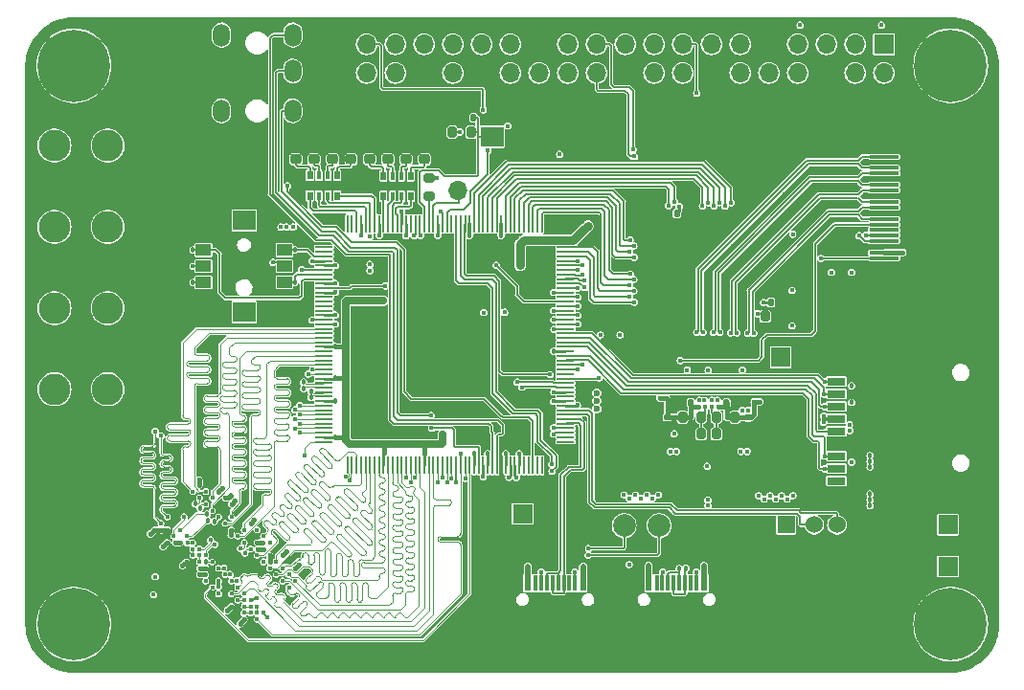
<source format=gtl>
G04 #@! TF.GenerationSoftware,KiCad,Pcbnew,7.0.6*
G04 #@! TF.CreationDate,2023-08-22T01:44:11+01:00*
G04 #@! TF.ProjectId,yasbc,79617362-632e-46b6-9963-61645f706362,rev?*
G04 #@! TF.SameCoordinates,Original*
G04 #@! TF.FileFunction,Copper,L1,Top*
G04 #@! TF.FilePolarity,Positive*
%FSLAX46Y46*%
G04 Gerber Fmt 4.6, Leading zero omitted, Abs format (unit mm)*
G04 Created by KiCad (PCBNEW 7.0.6) date 2023-08-22 01:44:11*
%MOMM*%
%LPD*%
G01*
G04 APERTURE LIST*
G04 Aperture macros list*
%AMRoundRect*
0 Rectangle with rounded corners*
0 $1 Rounding radius*
0 $2 $3 $4 $5 $6 $7 $8 $9 X,Y pos of 4 corners*
0 Add a 4 corners polygon primitive as box body*
4,1,4,$2,$3,$4,$5,$6,$7,$8,$9,$2,$3,0*
0 Add four circle primitives for the rounded corners*
1,1,$1+$1,$2,$3*
1,1,$1+$1,$4,$5*
1,1,$1+$1,$6,$7*
1,1,$1+$1,$8,$9*
0 Add four rect primitives between the rounded corners*
20,1,$1+$1,$2,$3,$4,$5,0*
20,1,$1+$1,$4,$5,$6,$7,0*
20,1,$1+$1,$6,$7,$8,$9,0*
20,1,$1+$1,$8,$9,$2,$3,0*%
G04 Aperture macros list end*
G04 #@! TA.AperFunction,ComponentPad*
%ADD10C,0.800000*%
G04 #@! TD*
G04 #@! TA.AperFunction,ComponentPad*
%ADD11C,6.400000*%
G04 #@! TD*
G04 #@! TA.AperFunction,SMDPad,CuDef*
%ADD12RoundRect,0.140000X0.140000X0.170000X-0.140000X0.170000X-0.140000X-0.170000X0.140000X-0.170000X0*%
G04 #@! TD*
G04 #@! TA.AperFunction,ComponentPad*
%ADD13C,2.800000*%
G04 #@! TD*
G04 #@! TA.AperFunction,SMDPad,CuDef*
%ADD14RoundRect,0.140000X-0.170000X0.140000X-0.170000X-0.140000X0.170000X-0.140000X0.170000X0.140000X0*%
G04 #@! TD*
G04 #@! TA.AperFunction,SMDPad,CuDef*
%ADD15R,0.500000X0.800000*%
G04 #@! TD*
G04 #@! TA.AperFunction,SMDPad,CuDef*
%ADD16R,0.400000X0.800000*%
G04 #@! TD*
G04 #@! TA.AperFunction,SMDPad,CuDef*
%ADD17RoundRect,0.200000X-0.275000X0.200000X-0.275000X-0.200000X0.275000X-0.200000X0.275000X0.200000X0*%
G04 #@! TD*
G04 #@! TA.AperFunction,ComponentPad*
%ADD18O,1.500000X2.000000*%
G04 #@! TD*
G04 #@! TA.AperFunction,SMDPad,CuDef*
%ADD19RoundRect,0.060000X-0.720000X-0.060000X0.720000X-0.060000X0.720000X0.060000X-0.720000X0.060000X0*%
G04 #@! TD*
G04 #@! TA.AperFunction,SMDPad,CuDef*
%ADD20RoundRect,0.060000X-0.060000X-0.720000X0.060000X-0.720000X0.060000X0.720000X-0.060000X0.720000X0*%
G04 #@! TD*
G04 #@! TA.AperFunction,SMDPad,CuDef*
%ADD21RoundRect,0.252000X-2.748000X-2.748000X2.748000X-2.748000X2.748000X2.748000X-2.748000X2.748000X0*%
G04 #@! TD*
G04 #@! TA.AperFunction,SMDPad,CuDef*
%ADD22RoundRect,0.218750X-0.256250X0.218750X-0.256250X-0.218750X0.256250X-0.218750X0.256250X0.218750X0*%
G04 #@! TD*
G04 #@! TA.AperFunction,SMDPad,CuDef*
%ADD23R,1.600000X0.700000*%
G04 #@! TD*
G04 #@! TA.AperFunction,SMDPad,CuDef*
%ADD24R,1.500000X1.200000*%
G04 #@! TD*
G04 #@! TA.AperFunction,SMDPad,CuDef*
%ADD25R,2.200000X1.200000*%
G04 #@! TD*
G04 #@! TA.AperFunction,SMDPad,CuDef*
%ADD26R,1.500000X1.600000*%
G04 #@! TD*
G04 #@! TA.AperFunction,SMDPad,CuDef*
%ADD27R,0.600000X1.450000*%
G04 #@! TD*
G04 #@! TA.AperFunction,SMDPad,CuDef*
%ADD28R,0.300000X1.450000*%
G04 #@! TD*
G04 #@! TA.AperFunction,ComponentPad*
%ADD29O,1.000000X2.100000*%
G04 #@! TD*
G04 #@! TA.AperFunction,ComponentPad*
%ADD30O,1.000000X1.600000*%
G04 #@! TD*
G04 #@! TA.AperFunction,SMDPad,CuDef*
%ADD31RoundRect,0.200000X-0.200000X-0.275000X0.200000X-0.275000X0.200000X0.275000X-0.200000X0.275000X0*%
G04 #@! TD*
G04 #@! TA.AperFunction,SMDPad,CuDef*
%ADD32R,2.000000X1.800000*%
G04 #@! TD*
G04 #@! TA.AperFunction,SMDPad,CuDef*
%ADD33C,2.000000*%
G04 #@! TD*
G04 #@! TA.AperFunction,SMDPad,CuDef*
%ADD34RoundRect,0.140000X-0.140000X-0.170000X0.140000X-0.170000X0.140000X0.170000X-0.140000X0.170000X0*%
G04 #@! TD*
G04 #@! TA.AperFunction,SMDPad,CuDef*
%ADD35RoundRect,0.200000X0.200000X0.275000X-0.200000X0.275000X-0.200000X-0.275000X0.200000X-0.275000X0*%
G04 #@! TD*
G04 #@! TA.AperFunction,SMDPad,CuDef*
%ADD36R,1.350000X1.000000*%
G04 #@! TD*
G04 #@! TA.AperFunction,SMDPad,CuDef*
%ADD37R,2.600000X0.300000*%
G04 #@! TD*
G04 #@! TA.AperFunction,ComponentPad*
%ADD38O,3.300000X1.500000*%
G04 #@! TD*
G04 #@! TA.AperFunction,ComponentPad*
%ADD39O,2.300000X1.500000*%
G04 #@! TD*
G04 #@! TA.AperFunction,ComponentPad*
%ADD40R,1.700000X1.700000*%
G04 #@! TD*
G04 #@! TA.AperFunction,ComponentPad*
%ADD41O,1.700000X1.700000*%
G04 #@! TD*
G04 #@! TA.AperFunction,ComponentPad*
%ADD42R,1.524000X1.524000*%
G04 #@! TD*
G04 #@! TA.AperFunction,ComponentPad*
%ADD43C,1.524000*%
G04 #@! TD*
G04 #@! TA.AperFunction,ComponentPad*
%ADD44C,3.500000*%
G04 #@! TD*
G04 #@! TA.AperFunction,SMDPad,CuDef*
%ADD45C,0.400000*%
G04 #@! TD*
G04 #@! TA.AperFunction,ViaPad*
%ADD46C,0.450000*%
G04 #@! TD*
G04 #@! TA.AperFunction,ViaPad*
%ADD47C,0.457200*%
G04 #@! TD*
G04 #@! TA.AperFunction,ViaPad*
%ADD48C,0.600000*%
G04 #@! TD*
G04 #@! TA.AperFunction,Conductor*
%ADD49C,0.400000*%
G04 #@! TD*
G04 #@! TA.AperFunction,Conductor*
%ADD50C,0.300000*%
G04 #@! TD*
G04 #@! TA.AperFunction,Conductor*
%ADD51C,0.250000*%
G04 #@! TD*
G04 #@! TA.AperFunction,Conductor*
%ADD52C,0.800000*%
G04 #@! TD*
G04 #@! TA.AperFunction,Conductor*
%ADD53C,0.200000*%
G04 #@! TD*
G04 #@! TA.AperFunction,Conductor*
%ADD54C,0.700000*%
G04 #@! TD*
G04 #@! TA.AperFunction,Conductor*
%ADD55C,0.150000*%
G04 #@! TD*
G04 #@! TA.AperFunction,Conductor*
%ADD56C,0.100000*%
G04 #@! TD*
G04 #@! TA.AperFunction,Conductor*
%ADD57C,0.127000*%
G04 #@! TD*
G04 #@! TA.AperFunction,Conductor*
%ADD58C,0.101600*%
G04 #@! TD*
G04 #@! TA.AperFunction,Conductor*
%ADD59C,0.500000*%
G04 #@! TD*
G04 #@! TA.AperFunction,Conductor*
%ADD60C,0.203200*%
G04 #@! TD*
G04 APERTURE END LIST*
D10*
X130100000Y105500000D03*
X130802944Y107197056D03*
X130802944Y103802944D03*
X132500000Y107900000D03*
D11*
X132500000Y105500000D03*
D10*
X132500000Y103100000D03*
X134197056Y107197056D03*
X134197056Y103802944D03*
X134900000Y105500000D03*
X130100000Y56100000D03*
X130802944Y57797056D03*
X130802944Y54402944D03*
X132500000Y58500000D03*
D11*
X132500000Y56100000D03*
D10*
X132500000Y53700000D03*
X134197056Y57797056D03*
X134197056Y54402944D03*
X134900000Y56100000D03*
X52600000Y56100000D03*
X53302944Y57797056D03*
X53302944Y54402944D03*
X55000000Y58500000D03*
D11*
X55000000Y56100000D03*
D10*
X55000000Y53700000D03*
X56697056Y57797056D03*
X56697056Y54402944D03*
X57400000Y56100000D03*
X52600000Y105511600D03*
X53302944Y107208656D03*
X53302944Y103814544D03*
X55000000Y107911600D03*
D11*
X55000000Y105511600D03*
D10*
X55000000Y103111600D03*
X56697056Y107208656D03*
X56697056Y103814544D03*
X57400000Y105511600D03*
D12*
X109524800Y75666600D03*
X108564800Y75666600D03*
D13*
X53289199Y84072699D03*
X57989199Y84072699D03*
X62689199Y84072699D03*
D14*
X114579400Y74394000D03*
X114579400Y73434000D03*
D13*
X53289198Y76884500D03*
X57989198Y76884500D03*
X62689198Y76884500D03*
D15*
X82366000Y93966400D03*
D16*
X83166000Y93966400D03*
X83966000Y93966400D03*
D15*
X84766000Y93966400D03*
X84766000Y95766400D03*
D16*
X83966000Y95766400D03*
X83166000Y95766400D03*
D15*
X82366000Y95766400D03*
D17*
X86363700Y95589300D03*
X86363700Y93939300D03*
D18*
X74346600Y105023800D03*
X74346600Y108223800D03*
X68046600Y108223800D03*
X74346600Y101523800D03*
X68046600Y101523800D03*
D19*
X77099750Y89432900D03*
X77099750Y89032900D03*
X77099750Y88632900D03*
X77099750Y88232900D03*
X77099750Y87832900D03*
X77099750Y87432900D03*
X77099750Y87032900D03*
X77099750Y86632900D03*
X77099750Y86232900D03*
X77099750Y85832900D03*
X77099750Y85432900D03*
X77099750Y85032900D03*
X77099750Y84632900D03*
X77099750Y84232900D03*
X77099750Y83832900D03*
X77099750Y83432900D03*
X77099750Y83032900D03*
X77099750Y82632900D03*
X77099750Y82232900D03*
X77099750Y81832900D03*
X77099750Y81432900D03*
X77099750Y81032900D03*
X77099750Y80632900D03*
X77099750Y80232900D03*
X77099750Y79832900D03*
X77099750Y79432900D03*
X77099750Y79032900D03*
X77099750Y78632900D03*
X77099750Y78232900D03*
X77099750Y77832900D03*
X77099750Y77432900D03*
X77099750Y77032900D03*
X77099750Y76632900D03*
X77099750Y76232900D03*
X77099750Y75832900D03*
X77099750Y75432900D03*
X77099750Y75032900D03*
X77099750Y74632900D03*
X77099750Y74232900D03*
X77099750Y73832900D03*
X77099750Y73432900D03*
X77099750Y73032900D03*
X77099750Y72632900D03*
X77099750Y72232900D03*
D20*
X79179750Y70152900D03*
X79579750Y70152900D03*
X79979750Y70152900D03*
X80379750Y70152900D03*
X80779750Y70152900D03*
X81179750Y70152900D03*
X81579750Y70152900D03*
X81979750Y70152900D03*
X82379750Y70152900D03*
X82779750Y70152900D03*
X83179750Y70152900D03*
X83579750Y70152900D03*
X83979750Y70152900D03*
X84379750Y70152900D03*
X84779750Y70152900D03*
X85179750Y70152900D03*
X85579750Y70152900D03*
X85979750Y70152900D03*
X86379750Y70152900D03*
X86779750Y70152900D03*
X87179750Y70152900D03*
X87579750Y70152900D03*
X87979750Y70152900D03*
X88379750Y70152900D03*
X88779750Y70152900D03*
X89179750Y70152900D03*
X89579750Y70152900D03*
X89979750Y70152900D03*
X90379750Y70152900D03*
X90779750Y70152900D03*
X91179750Y70152900D03*
X91579750Y70152900D03*
X91979750Y70152900D03*
X92379750Y70152900D03*
X92779750Y70152900D03*
X93179750Y70152900D03*
X93579750Y70152900D03*
X93979750Y70152900D03*
X94379750Y70152900D03*
X94779750Y70152900D03*
X95179750Y70152900D03*
X95579750Y70152900D03*
X95979750Y70152900D03*
X96379750Y70152900D03*
D19*
X98459750Y72232900D03*
X98459750Y72632900D03*
X98459750Y73032900D03*
X98459750Y73432900D03*
X98459750Y73832900D03*
X98459750Y74232900D03*
X98459750Y74632900D03*
X98459750Y75032900D03*
X98459750Y75432900D03*
X98459750Y75832900D03*
X98459750Y76232900D03*
X98459750Y76632900D03*
X98459750Y77032900D03*
X98459750Y77432900D03*
X98459750Y77832900D03*
X98459750Y78232900D03*
X98459750Y78632900D03*
X98459750Y79032900D03*
X98459750Y79432900D03*
X98459750Y79832900D03*
X98459750Y80232900D03*
X98459750Y80632900D03*
X98459750Y81032900D03*
X98459750Y81432900D03*
X98459750Y81832900D03*
X98459750Y82232900D03*
X98459750Y82632900D03*
X98459750Y83032900D03*
X98459750Y83432900D03*
X98459750Y83832900D03*
X98459750Y84232900D03*
X98459750Y84632900D03*
X98459750Y85032900D03*
X98459750Y85432900D03*
X98459750Y85832900D03*
X98459750Y86232900D03*
X98459750Y86632900D03*
X98459750Y87032900D03*
X98459750Y87432900D03*
X98459750Y87832900D03*
X98459750Y88232900D03*
X98459750Y88632900D03*
X98459750Y89032900D03*
X98459750Y89432900D03*
D20*
X96379750Y91512900D03*
X95979750Y91512900D03*
X95579750Y91512900D03*
X95179750Y91512900D03*
X94779750Y91512900D03*
X94379750Y91512900D03*
X93979750Y91512900D03*
X93579750Y91512900D03*
X93179750Y91512900D03*
X92779750Y91512900D03*
X92379750Y91512900D03*
X91979750Y91512900D03*
X91579750Y91512900D03*
X91179750Y91512900D03*
X90779750Y91512900D03*
X90379750Y91512900D03*
X89979750Y91512900D03*
X89579750Y91512900D03*
X89179750Y91512900D03*
X88779750Y91512900D03*
X88379750Y91512900D03*
X87979750Y91512900D03*
X87579750Y91512900D03*
X87179750Y91512900D03*
X86779750Y91512900D03*
X86379750Y91512900D03*
X85979750Y91512900D03*
X85579750Y91512900D03*
X85179750Y91512900D03*
X84779750Y91512900D03*
X84379750Y91512900D03*
X83979750Y91512900D03*
X83579750Y91512900D03*
X83179750Y91512900D03*
X82779750Y91512900D03*
X82379750Y91512900D03*
X81979750Y91512900D03*
X81579750Y91512900D03*
X81179750Y91512900D03*
X80779750Y91512900D03*
X80379750Y91512900D03*
X79979750Y91512900D03*
X79579750Y91512900D03*
X79179750Y91512900D03*
D21*
X87779750Y80832900D03*
D22*
X74625200Y98803500D03*
X74625200Y97228500D03*
X77876401Y98800500D03*
X77876401Y97225500D03*
X86004401Y98800501D03*
X86004401Y97225501D03*
D23*
X122393300Y77561000D03*
X122393300Y76461000D03*
X122393300Y75361000D03*
X122393300Y74261000D03*
X122393300Y73161000D03*
X122393300Y72061000D03*
X122393300Y70961000D03*
X122393300Y69861000D03*
D24*
X123393300Y67561000D03*
D25*
X132993300Y67561000D03*
D26*
X123393300Y82161000D03*
D25*
X132993300Y83061000D03*
D23*
X122393300Y68761000D03*
D22*
X76250800Y98803500D03*
X76250800Y97228500D03*
D27*
X94298700Y59721800D03*
X95098700Y59721800D03*
D28*
X96298700Y59721800D03*
X97298700Y59721800D03*
X97798700Y59721800D03*
X98798700Y59721800D03*
D27*
X99998700Y59721800D03*
X100798700Y59721800D03*
X100798700Y59721800D03*
X99998700Y59721800D03*
D28*
X99298700Y59721800D03*
X98298700Y59721800D03*
X96798700Y59721800D03*
X95798700Y59721800D03*
D27*
X95098700Y59721800D03*
X94298700Y59721800D03*
D29*
X93228700Y58806800D03*
D30*
X93228700Y54626800D03*
D29*
X101868700Y58806800D03*
D30*
X101868700Y54626800D03*
D31*
X88443800Y99618800D03*
X90093800Y99618800D03*
D15*
X75863601Y93991801D03*
D16*
X76663601Y93991801D03*
X77463601Y93991801D03*
D15*
X78263601Y93991801D03*
X78263601Y95791801D03*
D16*
X77463601Y95791801D03*
X76663601Y95791801D03*
D15*
X75863601Y95791801D03*
D32*
X100389800Y99237800D03*
X91989800Y99237800D03*
D33*
X103644701Y64820800D03*
D34*
X112677000Y75692000D03*
X113637000Y75692000D03*
D35*
X117741200Y83337400D03*
X116091200Y83337400D03*
D14*
X107467400Y74419400D03*
X107467400Y73459400D03*
D32*
X70027800Y91807000D03*
X70027800Y83707000D03*
D36*
X66452800Y89182000D03*
X66452800Y87757000D03*
X66452800Y86332000D03*
X73602800Y89182000D03*
X73602800Y87757000D03*
X73602800Y86332000D03*
D35*
X113436400Y74422000D03*
X111786400Y74422000D03*
D37*
X126617800Y97464000D03*
X126617800Y96964000D03*
X126617800Y96464000D03*
X126617800Y95964000D03*
X126617800Y95464000D03*
X126617800Y94964000D03*
X126617800Y94464000D03*
X126617800Y93964000D03*
X126617800Y93464000D03*
X126617800Y92964000D03*
X126617800Y92464000D03*
X126617800Y91964000D03*
X126617800Y91464000D03*
X126617800Y90964000D03*
X126617800Y90464000D03*
X126617800Y89964000D03*
X126617800Y89464000D03*
X126617800Y88964000D03*
X126617800Y88464000D03*
D38*
X127377800Y100214000D03*
X127377800Y85714000D03*
D39*
X133337800Y100214000D03*
X133337800Y85714000D03*
D12*
X90322400Y100888800D03*
X89362400Y100888800D03*
D22*
X84378801Y98800500D03*
X84378801Y97225500D03*
X81127601Y98803501D03*
X81127601Y97228501D03*
D33*
X106743500Y64820800D03*
D40*
X117495400Y79705200D03*
D41*
X120035400Y79705200D03*
D40*
X132252800Y64897000D03*
D41*
X134792800Y64897000D03*
D31*
X111773200Y72923400D03*
X113423200Y72923400D03*
D34*
X108308200Y92430600D03*
X109268200Y92430600D03*
D22*
X82753201Y98803499D03*
X82753201Y97228499D03*
D40*
X88967700Y97005000D03*
D41*
X88967700Y94465000D03*
D13*
X53288200Y98435900D03*
X57988200Y98435900D03*
X62688200Y98435900D03*
D42*
X117950100Y64884100D03*
D43*
X120450100Y64884100D03*
X122450100Y64884100D03*
X124950100Y64884100D03*
D44*
X114880100Y62174100D03*
X128020100Y62174100D03*
D22*
X79502001Y98800501D03*
X79502001Y97225501D03*
D40*
X126593600Y107391200D03*
D41*
X126593600Y104851200D03*
X124053600Y107391200D03*
X124053600Y104851200D03*
X121513600Y107391200D03*
X121513600Y104851200D03*
X118973600Y107391200D03*
X118973600Y104851200D03*
X116433600Y107391200D03*
X116433600Y104851200D03*
X113893600Y107391200D03*
X113893600Y104851200D03*
X111353600Y107391200D03*
X111353600Y104851200D03*
X108813600Y107391200D03*
X108813600Y104851200D03*
X106273600Y107391200D03*
X106273600Y104851200D03*
X103733600Y107391200D03*
X103733600Y104851200D03*
X101193600Y107391200D03*
X101193600Y104851200D03*
X98653600Y107391200D03*
X98653600Y104851200D03*
X96113600Y107391200D03*
X96113600Y104851200D03*
X93573600Y107391200D03*
X93573600Y104851200D03*
X91033600Y107391200D03*
X91033600Y104851200D03*
X88493600Y107391200D03*
X88493600Y104851200D03*
X85953600Y107391200D03*
X85953600Y104851200D03*
X83413600Y107391200D03*
X83413600Y104851200D03*
X80873600Y107391200D03*
X80873600Y104851200D03*
X78333600Y107391200D03*
X78333600Y104851200D03*
D27*
X105017500Y59721800D03*
X105817500Y59721800D03*
D28*
X107017500Y59721800D03*
X108017500Y59721800D03*
X108517500Y59721800D03*
X109517500Y59721800D03*
D27*
X110717500Y59721800D03*
X111517500Y59721800D03*
X111517500Y59721800D03*
X110717500Y59721800D03*
D28*
X110017500Y59721800D03*
X109017500Y59721800D03*
X107517500Y59721800D03*
X106517500Y59721800D03*
D27*
X105817500Y59721800D03*
X105017500Y59721800D03*
D29*
X103947500Y58806800D03*
D30*
X103947500Y54626800D03*
D29*
X112587500Y58806800D03*
D30*
X112587500Y54626800D03*
D34*
X116611400Y84556600D03*
X117571400Y84556600D03*
D33*
X100545901Y64839600D03*
D35*
X110451400Y72923400D03*
X108801400Y72923400D03*
D45*
X62138118Y64448599D03*
X62703803Y65014284D03*
X63269488Y65579970D03*
X65532230Y67842712D03*
X66097916Y68408397D03*
X66663601Y68974082D03*
X62703803Y63882914D03*
X63269488Y64448599D03*
X63835174Y65014284D03*
X66097916Y67277026D03*
X66663601Y67842712D03*
X67229286Y68408397D03*
X63269488Y63317228D03*
X63835174Y63882914D03*
X64400859Y64448599D03*
X66663601Y66711341D03*
X67229286Y67277026D03*
X67794972Y67842712D03*
X63835174Y62751543D03*
X64400859Y63317228D03*
X64966545Y63882914D03*
X67229286Y66145655D03*
X67794972Y66711341D03*
X68360657Y67277026D03*
X64400859Y62185857D03*
X64966545Y62751543D03*
X65532230Y63317228D03*
X67794972Y65579970D03*
X68360657Y66145655D03*
X68926343Y66711341D03*
X64966545Y61620172D03*
X65532230Y62185857D03*
X66097916Y62751543D03*
X68360657Y65014284D03*
X68926343Y65579970D03*
X69492028Y66145655D03*
X65532230Y61054486D03*
X66097916Y61620172D03*
X66663601Y62185857D03*
X68926343Y64448599D03*
X69492028Y65014284D03*
X70057714Y65579970D03*
X66097916Y60488801D03*
X66663601Y61054486D03*
X67229286Y61620172D03*
X69492028Y63882914D03*
X70057714Y64448599D03*
X70623399Y65014284D03*
X66663601Y59923116D03*
X67229286Y60488801D03*
X67794972Y61054486D03*
X70057714Y63317228D03*
X70623399Y63882914D03*
X71189084Y64448599D03*
X67229286Y59357430D03*
X67794972Y59923116D03*
X68360657Y60488801D03*
X70623399Y62751543D03*
X71189084Y63317228D03*
X71754770Y63882914D03*
X67794972Y58791745D03*
X68360657Y59357430D03*
X68926343Y59923116D03*
X71189084Y62185857D03*
X71754770Y62751543D03*
X72320455Y63317228D03*
X68360657Y58226059D03*
X68926343Y58791745D03*
X69492028Y59357430D03*
X71754770Y61620172D03*
X72320455Y62185857D03*
X72886141Y62751543D03*
X68926343Y57660374D03*
X69492028Y58226059D03*
X70057714Y58791745D03*
X72320455Y61054486D03*
X72886141Y61620172D03*
X73451826Y62185857D03*
X69492028Y57094688D03*
X70057714Y57660374D03*
X70623399Y58226059D03*
X72886141Y60488801D03*
X73451826Y61054486D03*
X74017512Y61620172D03*
X70057714Y56529003D03*
X70623399Y57094688D03*
X71189084Y57660374D03*
X73451826Y59923116D03*
X74017512Y60488801D03*
X74583197Y61054486D03*
X70623399Y55963318D03*
X71189084Y56529003D03*
X71754770Y57094688D03*
X74017512Y59357430D03*
X74583197Y59923116D03*
X75148882Y60488801D03*
D31*
X108801400Y74422000D03*
X110451400Y74422000D03*
D13*
X53288200Y91247700D03*
X57988200Y91247700D03*
X62688200Y91247700D03*
D40*
X132257800Y61214000D03*
D41*
X134797800Y61214000D03*
D40*
X94665800Y65862200D03*
D41*
X94665800Y63322200D03*
D46*
X95275400Y76631800D03*
X92354400Y73329800D03*
X69443600Y94284800D03*
X53797200Y74676000D03*
X82448400Y79425800D03*
X70408800Y55422800D03*
X71729600Y106172000D03*
X71348600Y90449400D03*
X108889800Y70180200D03*
X94361000Y84074000D03*
X70402017Y65900061D03*
X52171600Y95605600D03*
X79502000Y98145600D03*
X111760000Y97028000D03*
X74333100Y61935300D03*
X68328650Y58861900D03*
X125476000Y103936800D03*
X123444000Y94742000D03*
X88544400Y54965600D03*
X71424800Y89204800D03*
X115900200Y97231200D03*
X66979800Y54508400D03*
X114173000Y83312000D03*
X90906600Y65123000D03*
X90906600Y53947000D03*
X122174000Y84582000D03*
X114300000Y100076000D03*
X107594400Y104292400D03*
X91490800Y77470000D03*
X67056000Y80772000D03*
X66471800Y64135000D03*
X71196200Y63855600D03*
X107492800Y85496400D03*
X100330000Y77419200D03*
X68630800Y89281000D03*
X107950000Y82092800D03*
X111010200Y68051355D03*
X105054400Y60655200D03*
X117856000Y94107000D03*
X81737200Y106070400D03*
X128371600Y69697600D03*
X108762800Y93726000D03*
X65024000Y105664000D03*
X70408800Y109524800D03*
X74625200Y98145600D03*
X120294400Y106984800D03*
X62484000Y105664000D03*
X71374000Y96977200D03*
X51308000Y70104000D03*
X82651600Y106121200D03*
X123825000Y56515000D03*
X105283000Y61722000D03*
X81305400Y79324200D03*
X60248800Y82702400D03*
X109982000Y89814400D03*
X130556000Y81026000D03*
X60147200Y86309200D03*
X121793000Y89662000D03*
X119989600Y83083400D03*
X71831200Y94234000D03*
X59944000Y105664000D03*
X102616000Y102108000D03*
X76250800Y98145600D03*
X88265000Y88392000D03*
X102616000Y100076000D03*
X81991200Y88366600D03*
X96037400Y99568000D03*
X119989600Y85064600D03*
X95402400Y52730400D03*
X85039200Y102870000D03*
X105613200Y106070400D03*
X59105800Y71856600D03*
X82981800Y53898800D03*
X107619800Y72567800D03*
X80391000Y88366600D03*
X97358200Y99187000D03*
X91541600Y81076800D03*
X104343200Y106070400D03*
X114261400Y69219755D03*
X94361000Y82677000D03*
X90424000Y106019600D03*
X80264000Y85445600D03*
X92837000Y77089000D03*
X80391000Y94996000D03*
X113842800Y93726000D03*
X103632000Y94361000D03*
X90906600Y64107000D03*
X98806000Y71221600D03*
X83439000Y94869000D03*
X90906600Y60043000D03*
X66395600Y56108600D03*
X118618000Y52578000D03*
X51308000Y72644000D03*
X84328000Y98145600D03*
X104952800Y101447600D03*
X100990400Y56743600D03*
X118872000Y93091000D03*
X125222000Y105714800D03*
X74676000Y106680000D03*
X71145400Y105410000D03*
X55778400Y97383600D03*
X135788400Y58115200D03*
X101244400Y67868800D03*
X77216000Y94869000D03*
X128651000Y87757000D03*
X115366800Y106070400D03*
X93192600Y68275200D03*
X88595200Y76555600D03*
X96647000Y65151000D03*
X108204000Y102108000D03*
X96647000Y68707000D03*
X90906600Y59027000D03*
X66548000Y108712000D03*
X105283000Y62611000D03*
X115443000Y57150000D03*
X77825600Y98145600D03*
X130556000Y98425000D03*
X120827800Y67310000D03*
X90373200Y73329800D03*
X80721200Y82702400D03*
X80924400Y77165200D03*
X112039400Y78562200D03*
X90220800Y77114400D03*
X100838000Y60655200D03*
X105537000Y91059000D03*
X112014000Y64643000D03*
X109728000Y98044000D03*
X60045600Y100685600D03*
X118592600Y88519000D03*
X114554000Y88900000D03*
X123393200Y97739200D03*
X66040000Y96012000D03*
X123037600Y59639200D03*
X66141600Y58953400D03*
X126898400Y70408800D03*
X94361000Y86868000D03*
X131318000Y52197000D03*
X58928000Y108712000D03*
X66040000Y83820000D03*
X53086000Y81737200D03*
X90906600Y67155000D03*
X68427600Y86995000D03*
X65179050Y60716100D03*
D47*
X109372400Y55727600D03*
D46*
X61468000Y52324000D03*
X63398400Y65024000D03*
X67868800Y92303600D03*
X60248800Y79044800D03*
X71577200Y104902000D03*
X113309400Y68330755D03*
X95300800Y80264000D03*
X78257400Y88722200D03*
X108077000Y73837800D03*
X96647000Y67056000D03*
X124968000Y59309000D03*
X72999600Y92303600D03*
X68338700Y65694500D03*
X91313000Y82677000D03*
X119938800Y99771200D03*
X82550000Y87376000D03*
X125476000Y53086000D03*
X70866000Y86868000D03*
X69367400Y99415600D03*
X109982000Y64643000D03*
X95275400Y75742800D03*
X107797600Y83616800D03*
X103505000Y88011000D03*
X75476100Y60792300D03*
X107391200Y87833200D03*
X52832000Y86766400D03*
X84074000Y75692000D03*
X101904800Y65760600D03*
X53238400Y79400400D03*
X92786200Y88366600D03*
X51308000Y67564000D03*
X55651400Y75996800D03*
X110083600Y93776800D03*
X100457000Y97790000D03*
X89966800Y88366600D03*
X126492000Y57404000D03*
X91389200Y73329800D03*
X79781400Y80010000D03*
X93370400Y73329800D03*
X114655600Y72542400D03*
X85039200Y84886800D03*
X85953600Y87325200D03*
X120243600Y105714800D03*
X114198400Y75692000D03*
X77089000Y92202000D03*
X80264000Y77825600D03*
X64770000Y55981600D03*
X110185200Y78562200D03*
X51308000Y65024000D03*
X89204800Y73329800D03*
X124079000Y89408000D03*
X64998600Y62179200D03*
X123444000Y96266000D03*
X71907400Y84429600D03*
X130683000Y74422000D03*
X114808000Y102616000D03*
X107696000Y100076000D03*
X115976400Y60045600D03*
X61468000Y54356000D03*
X128778000Y95631000D03*
X61468000Y108712000D03*
X94945200Y100177600D03*
X100380800Y106172000D03*
X66611500Y69428300D03*
X74676000Y103632000D03*
X54711600Y100939600D03*
X96774000Y73025000D03*
X127762000Y102362000D03*
X107696000Y89560400D03*
X123825000Y57150000D03*
X82397600Y80695800D03*
X90906600Y55979000D03*
X81280000Y85623400D03*
X69481700Y64551500D03*
X71805800Y60731400D03*
X99923600Y67818000D03*
X90906600Y62075000D03*
X97332800Y62280800D03*
X103174800Y76098400D03*
X123444000Y93345000D03*
X88849200Y106172000D03*
X90906600Y54963000D03*
X98806000Y65151000D03*
X64541400Y62763400D03*
X118745000Y76073000D03*
X60401200Y61544200D03*
X93014800Y81076800D03*
X71755000Y53975000D03*
X85979000Y73304400D03*
X105105200Y102616000D03*
X64008000Y108712000D03*
X90906600Y56995000D03*
X85140800Y77266800D03*
X117348000Y102616000D03*
X100965000Y91948000D03*
X119278400Y85902800D03*
X74320400Y95656400D03*
X76530200Y102489000D03*
X68148200Y91135200D03*
X60452000Y75692000D03*
X115443000Y54610000D03*
X85852000Y75438000D03*
X100482400Y54457600D03*
X129032000Y103632000D03*
X115189000Y87122000D03*
X86004400Y98145600D03*
X72847200Y109067600D03*
X81127600Y98145600D03*
X128778000Y98425000D03*
X84709000Y87376000D03*
X100330000Y82499200D03*
X94386400Y73355200D03*
X118872000Y71755000D03*
X112649000Y83312000D03*
X60401200Y96266000D03*
X130556000Y87757000D03*
X80238600Y87833200D03*
X80264000Y75819000D03*
X119380000Y87757000D03*
X54254400Y89001600D03*
X99161600Y106273600D03*
X74676000Y78232000D03*
X72948800Y107035600D03*
X69811900Y66456500D03*
X98806000Y67056000D03*
X51308000Y59944000D03*
X60248800Y89712800D03*
X67551300Y68717100D03*
X58166000Y64033400D03*
X87249000Y86487000D03*
X128651000Y74422000D03*
X116890800Y95148400D03*
X67665600Y106019600D03*
X128778000Y81026000D03*
X94589600Y56286400D03*
X108051600Y75844400D03*
X115925600Y64973200D03*
X66040000Y93980000D03*
X73215500Y63078300D03*
X106476800Y79146400D03*
X64008000Y52324000D03*
X109093000Y93040200D03*
X92456000Y75438000D03*
X130556000Y95631000D03*
X66548000Y76708000D03*
X80264000Y86868000D03*
X56946800Y74676000D03*
X90932000Y61087000D03*
X62359650Y63535500D03*
X97155000Y81534000D03*
X103733600Y79705200D03*
X111125000Y83312000D03*
X111302800Y57099200D03*
X68884800Y96367600D03*
X106172000Y98552000D03*
X93065600Y78841600D03*
X70104000Y103632000D03*
X106375200Y80467200D03*
X104902000Y78994000D03*
X84963000Y92633800D03*
X58928000Y54356000D03*
X104902000Y80264000D03*
X57480200Y67564000D03*
X123825000Y55880000D03*
X90906600Y66139000D03*
X122682000Y62331600D03*
X90220800Y75438000D03*
X63525400Y62280800D03*
X68351400Y66725800D03*
X104902000Y81534000D03*
X126390400Y66802000D03*
X105410000Y56794400D03*
X101752400Y84124800D03*
X122936000Y90932000D03*
X99771200Y102616000D03*
X106553000Y92202000D03*
X130606800Y69697600D03*
X120827800Y66370200D03*
X82753200Y98145600D03*
X84226400Y73025000D03*
X105714800Y76047600D03*
X98806000Y68707000D03*
X80264000Y72821800D03*
X82829400Y102311200D03*
X51308000Y62484000D03*
X58928000Y52324000D03*
X97536000Y102108000D03*
X123444000Y84582000D03*
X91262200Y87350600D03*
X74676000Y83820000D03*
X90906600Y63091000D03*
X95377000Y81534000D03*
X92303600Y104038400D03*
X63500000Y79248000D03*
X109956600Y62788800D03*
X109220000Y106070400D03*
X68300600Y62865000D03*
X67211050Y59979500D03*
X104495600Y76047600D03*
X119989600Y84099400D03*
X92456000Y102108000D03*
X94792800Y104038400D03*
X80314800Y74015600D03*
X67970400Y98450400D03*
X89103200Y84683600D03*
X94335600Y60655200D03*
X111506000Y60655200D03*
X107987600Y69194355D03*
X100076000Y68732400D03*
X112014000Y63246000D03*
X111633000Y69799200D03*
X115087400Y78562200D03*
X87172800Y88392000D03*
X119888000Y89611200D03*
X70739000Y88265000D03*
X67998450Y57871300D03*
X93954600Y100152200D03*
X110794800Y106070400D03*
X60147200Y93675200D03*
X112776000Y101092000D03*
X91541600Y78892400D03*
X82042000Y74701400D03*
X67462400Y103936800D03*
X109054400Y68330755D03*
X52882800Y93827600D03*
X90906600Y58011000D03*
X100711000Y83947000D03*
X69088000Y56718200D03*
X119888000Y60248800D03*
X120142000Y92075000D03*
X99314000Y61315600D03*
X68173600Y84404200D03*
X113284000Y89535000D03*
X87249000Y85598000D03*
X114173000Y72542400D03*
X82372200Y73355200D03*
X71450200Y86309200D03*
D47*
X98729800Y55702200D03*
D46*
X118554000Y67467155D03*
X80365600Y90474800D03*
D47*
X78143100Y75829100D03*
D46*
X83972400Y92583000D03*
X117538000Y67467155D03*
D47*
X90385900Y71180900D03*
D46*
X97387300Y75829100D03*
D47*
X97421700Y80248700D03*
D46*
X78134100Y86243100D03*
X115506000Y67467155D03*
X76061424Y88210262D03*
D47*
X89979500Y90484900D03*
D46*
X118033800Y67157600D03*
X78134100Y83449100D03*
X117017800Y67157600D03*
X116001800Y67157600D03*
X81994900Y90484900D03*
X116522000Y67467155D03*
X78134100Y85455700D03*
X87176500Y90484900D03*
X93459300Y69098100D03*
X94437200Y88392000D03*
D47*
X92773500Y90484900D03*
D46*
X110744000Y75920600D03*
X89128600Y99644200D03*
X100076000Y90982800D03*
X104648000Y67538600D03*
X126390400Y109093000D03*
D47*
X91579700Y71180900D03*
D46*
X121285000Y74523600D03*
X103632000Y67538600D03*
X111887000Y75920600D03*
D47*
X125374400Y66598800D03*
D46*
X123748800Y87223600D03*
X105664000Y67538600D03*
X109220000Y78562200D03*
X81178400Y90373200D03*
X106680000Y67538600D03*
X93345000Y100177600D03*
X123748800Y70434200D03*
X121285000Y73964800D03*
X119202200Y109093000D03*
X101523800Y81686400D03*
X100431600Y91338400D03*
X93065600Y83693000D03*
D47*
X125374400Y67106800D03*
X125374400Y70002400D03*
D46*
X123545600Y73736200D03*
X111404400Y75920600D03*
X103276400Y81686400D03*
X91236800Y83667600D03*
X84378800Y90449400D03*
X94437200Y88900000D03*
D47*
X123748800Y77190600D03*
D46*
X105118400Y67229045D03*
X81178400Y87934800D03*
X99503374Y75463344D03*
D47*
X123748800Y75717400D03*
X125374400Y67614800D03*
D46*
X94437200Y87833200D03*
X104076500Y61366400D03*
X97438100Y76641900D03*
X87100300Y95590300D03*
X97942400Y97663000D03*
X81178400Y87376000D03*
D47*
X125374400Y70510400D03*
D46*
X110261400Y75920600D03*
D47*
X125374400Y71018400D03*
D46*
X123571000Y73228200D03*
X78134100Y87843300D03*
X106134400Y67229045D03*
X121970800Y87223600D03*
X73812400Y91236800D03*
X74371200Y91236800D03*
D48*
X101219000Y75869800D03*
D46*
X72567800Y88110000D03*
X99720400Y90627200D03*
D48*
X101219000Y75158600D03*
X101219000Y76555600D03*
D46*
X73304400Y91236800D03*
X104102400Y67229045D03*
X107708200Y71378755D03*
X111048800Y67081400D03*
X114515400Y71378755D03*
X113956600Y71378755D03*
X108267000Y71378755D03*
X111048800Y66573400D03*
X114579400Y75031600D03*
X128270000Y88976200D03*
X108051600Y72948800D03*
X114071400Y75031600D03*
X110984800Y70057955D03*
X62763400Y64439800D03*
X63982600Y63322200D03*
X68557250Y57312500D03*
X62865000Y62966600D03*
X62052200Y58699400D03*
X73774300Y62519500D03*
X70948822Y65335831D03*
D47*
X78143100Y77835700D03*
D46*
X69697600Y56108600D03*
D47*
X68859400Y67487800D03*
D46*
X68110100Y68158300D03*
X64594850Y61274900D03*
X66052700Y68869500D03*
X82372200Y84706400D03*
X66169650Y61046300D03*
X87630000Y72898000D03*
X61775450Y64094300D03*
X106781600Y76098400D03*
X67794972Y59420700D03*
X68897500Y63992700D03*
X71640700Y63332300D03*
D47*
X78143100Y80655100D03*
D46*
X107365800Y76098400D03*
X110236000Y75336400D03*
D47*
X82384900Y71231700D03*
D46*
X87630000Y72339200D03*
X69253100Y67015300D03*
X74891900Y61376500D03*
D47*
X78143100Y72628700D03*
X85991700Y71180900D03*
D46*
X62179200Y60299600D03*
D47*
X74523600Y86334600D03*
X65532000Y89204800D03*
X74523600Y89204800D03*
D46*
X65532000Y87757000D03*
X87452200Y92583000D03*
D47*
X65532000Y86334600D03*
D46*
X75133200Y87475000D03*
X73863200Y94869000D03*
X89192100Y71180900D03*
X94094300Y69098100D03*
X94373700Y71180800D03*
D47*
X93179900Y71180900D03*
D46*
X91186000Y69138800D03*
X97409000Y72920800D03*
X97389968Y73478245D03*
X100469700Y62204600D03*
X100495100Y62788800D03*
X121335801Y69850000D03*
X84785200Y68681600D03*
X68808600Y60502800D03*
X68249800Y61061600D03*
X84357750Y69088000D03*
X69367400Y59944000D03*
X85166200Y69088000D03*
X87579200Y69037200D03*
X71170800Y58394600D03*
X70053200Y58242200D03*
X87198200Y68605400D03*
X70637400Y57658000D03*
X87985600Y68630800D03*
X70053200Y57099200D03*
X89585800Y68986400D03*
X71196200Y57099200D03*
X88776452Y68653042D03*
X72110600Y56743600D03*
X88370263Y69024611D03*
X94615000Y77063600D03*
X94157800Y77520800D03*
X121335800Y70967600D03*
X121310400Y76454000D03*
X121335801Y75361800D03*
X121335800Y77571600D03*
X91592400Y97993200D03*
D47*
X67411600Y65201800D03*
D46*
X76098400Y78638400D03*
D47*
X66855179Y65290912D03*
D46*
X75717400Y78232000D03*
X74980800Y75438000D03*
X65506600Y62738000D03*
X74549000Y75057000D03*
X65074800Y63296800D03*
X74980800Y74650600D03*
X66090800Y62179200D03*
D47*
X66675000Y61620400D03*
D46*
X74549000Y74244200D03*
X62179200Y73152000D03*
X74955400Y73837800D03*
X74523600Y73406000D03*
X62712600Y72771000D03*
X64744600Y65582800D03*
X74955400Y73025000D03*
X75387200Y71018400D03*
D47*
X66751200Y65836800D03*
D46*
X118541800Y90601800D03*
X111963200Y75336400D03*
X115138200Y75768200D03*
X114096800Y78562200D03*
X115620800Y75768200D03*
X111074200Y78562200D03*
X118465600Y85623400D03*
X118465600Y82499200D03*
X108508800Y93040200D03*
X115951000Y84556600D03*
X78130400Y82649000D03*
X72313800Y61620400D03*
X66598800Y60477400D03*
X79009548Y69174052D03*
X69716558Y62800429D03*
X79399590Y68784010D03*
X70106600Y62410387D03*
D47*
X75311000Y77512300D03*
X66133895Y66352188D03*
X65738763Y66747320D03*
X75311000Y76953500D03*
D46*
X67064408Y63542392D03*
D47*
X75947138Y76712300D03*
X75947138Y76153500D03*
D46*
X67454450Y63152350D03*
X110717500Y61251000D03*
X105817500Y60770600D03*
X110717500Y60768400D03*
X105817500Y61253200D03*
X107022900Y60706000D03*
D47*
X109080300Y61036200D03*
X108499456Y61026555D03*
D46*
X110020100Y60706000D03*
X95098700Y61227800D03*
X95098700Y60745200D03*
X99998700Y61225600D03*
X99998700Y60743000D03*
X96304100Y60706000D03*
X99301300Y60706000D03*
X86614000Y73432534D03*
X86559561Y74549000D03*
X110820200Y75336400D03*
X111379000Y75336400D03*
X115417600Y83566000D03*
X76065722Y83007294D03*
X97231200Y70253800D03*
X97259042Y69639669D03*
X125044200Y90500200D03*
X124409200Y90474800D03*
X71247000Y62738000D03*
X104495600Y85572600D03*
X104140000Y85090000D03*
X104546400Y84582000D03*
X99517200Y88239600D03*
X99949000Y87833200D03*
X99542600Y87426800D03*
X99974400Y87020400D03*
X99923600Y79019400D03*
X99542600Y78613000D03*
X101422200Y77876400D03*
X97112400Y78189400D03*
X113080800Y93395800D03*
X112572800Y93091000D03*
X112090200Y93395800D03*
X111582200Y93091000D03*
X111074200Y93395800D03*
X92329000Y87858600D03*
X91186000Y101600000D03*
X82550000Y86029800D03*
X97434400Y82169000D03*
X99542600Y82651600D03*
X104546400Y97485200D03*
X99542600Y84251800D03*
X104419400Y98069400D03*
X99542600Y83439000D03*
X97383600Y83032600D03*
X97378720Y83838388D03*
X97383600Y85445600D03*
X110058200Y103073200D03*
X99542600Y85826600D03*
X99542600Y85039200D03*
X100136861Y86487000D03*
X100152200Y85877400D03*
X85090000Y90474800D03*
X85654903Y90500200D03*
X110566200Y93091000D03*
X108077000Y93472000D03*
X107569000Y93116400D03*
X104165400Y90093800D03*
X104495600Y89560400D03*
X104114600Y89077800D03*
X104521000Y88569800D03*
X104165400Y87071200D03*
X104495600Y86588600D03*
X104140000Y86106000D03*
X121035200Y88464000D03*
X115104000Y81842911D03*
X114552400Y81842911D03*
X113604000Y81872469D03*
X113052400Y81872469D03*
X112104000Y81922381D03*
X111552400Y81922381D03*
X110604000Y81917411D03*
X110052400Y81917411D03*
X108610400Y79425800D03*
D49*
X64400859Y62185857D02*
X64991943Y62185857D01*
X66663601Y69376199D02*
X66611500Y69428300D01*
X67242597Y68408397D02*
X67551300Y68717100D01*
X74017512Y61620172D02*
X74017972Y61620172D01*
X65517436Y61054486D02*
X65179050Y60716100D01*
X70081926Y65579970D02*
X70402017Y65900061D01*
X68336941Y66711341D02*
X68351400Y66725800D01*
X69481700Y64551500D02*
X69481700Y65003956D01*
X75172601Y60488801D02*
X75476100Y60792300D01*
X67229286Y68408397D02*
X67242597Y68408397D01*
X75148882Y60488801D02*
X75172601Y60488801D01*
X70057714Y65579970D02*
X70081926Y65579970D01*
X64553257Y62751543D02*
X64541400Y62763400D01*
X63408116Y65014284D02*
X63398400Y65024000D01*
X63835174Y62590574D02*
X63525400Y62280800D01*
X70623399Y55637399D02*
X70408800Y55422800D01*
X69464488Y57094688D02*
X69088000Y56718200D01*
X72886141Y62751543D02*
X72888743Y62751543D01*
X69492028Y57094688D02*
X69464488Y57094688D01*
X67229286Y60488801D02*
X67229286Y59997736D01*
X67229286Y59997736D02*
X67211050Y59979500D01*
X65532230Y61054486D02*
X65517436Y61054486D01*
X68353209Y58226059D02*
X67998450Y57871300D01*
X70623399Y63882914D02*
X71168886Y63882914D01*
X74017972Y61620172D02*
X74333100Y61935300D01*
X69481700Y65003956D02*
X69492028Y65014284D01*
X68360657Y66145655D02*
X68360657Y65716457D01*
X68360657Y65716457D02*
X68338700Y65694500D01*
D50*
X68360657Y58893907D02*
X68328650Y58861900D01*
D49*
X72888743Y62751543D02*
X73215500Y63078300D01*
X71168886Y63882914D02*
X71196200Y63855600D01*
X70623399Y55963318D02*
X70623399Y55637399D01*
X67794972Y66711341D02*
X68336941Y66711341D01*
X63835174Y65014284D02*
X63408116Y65014284D01*
X68360657Y58226059D02*
X68353209Y58226059D01*
X64966545Y62751543D02*
X64553257Y62751543D01*
X62703803Y63879653D02*
X62359650Y63535500D01*
X66663601Y68974082D02*
X66663601Y69376199D01*
X69492028Y66145655D02*
X69501055Y66145655D01*
X69501055Y66145655D02*
X69811900Y66456500D01*
X64991943Y62185857D02*
X64998600Y62179200D01*
D50*
X68360657Y59357430D02*
X68360657Y58893907D01*
D49*
X62703803Y63882914D02*
X62703803Y63879653D01*
X63835174Y62751543D02*
X63835174Y62590574D01*
D51*
X81979750Y90500050D02*
X81994900Y90484900D01*
X87179750Y91512900D02*
X87179750Y90488150D01*
X87179750Y90488150D02*
X87176500Y90484900D01*
X98459750Y80232900D02*
X97437500Y80232900D01*
X77099750Y88232900D02*
X76084062Y88232900D01*
D50*
X89979750Y91512900D02*
X89979750Y90485150D01*
D51*
X77099750Y85432900D02*
X78111300Y85432900D01*
X77099750Y75832900D02*
X78139300Y75832900D01*
X78111300Y85432900D02*
X78134100Y85455700D01*
X80379750Y91512900D02*
X80379750Y90495350D01*
X83979750Y91512900D02*
X83979750Y92575650D01*
X90379750Y70152900D02*
X90379750Y71174750D01*
X76084062Y88232900D02*
X76061424Y88210262D01*
D50*
X89979750Y90485150D02*
X89979500Y90484900D01*
D51*
X98459750Y75832900D02*
X97391100Y75832900D01*
X81979750Y91512900D02*
X81979750Y90500050D01*
X78123900Y86232900D02*
X78134100Y86243100D01*
X78139300Y75832900D02*
X78143100Y75829100D01*
X83979750Y92575650D02*
X83972400Y92583000D01*
X97391100Y75832900D02*
X97387300Y75829100D01*
X90379750Y71174750D02*
X90385900Y71180900D01*
X78117900Y83432900D02*
X78134100Y83449100D01*
X77099750Y83432900D02*
X78117900Y83432900D01*
D50*
X97437500Y80232900D02*
X97421700Y80248700D01*
D51*
X77099750Y86232900D02*
X78123900Y86232900D01*
D52*
X94437200Y88900000D02*
X94437200Y89712800D01*
D50*
X121285000Y74345800D02*
X121285000Y74523600D01*
D52*
X100076000Y90982800D02*
X100431600Y91338400D01*
D51*
X98459750Y76632900D02*
X97447100Y76632900D01*
D52*
X94437200Y89712800D02*
X94767300Y90042900D01*
D51*
X86363700Y95589300D02*
X87099300Y95589300D01*
X84379750Y90450350D02*
X84378800Y90449400D01*
X93579750Y70152900D02*
X93579750Y69218550D01*
D52*
X99720400Y90627200D02*
X100076000Y90982800D01*
D53*
X88443800Y99618800D02*
X89103200Y99618800D01*
D52*
X94767300Y90042900D02*
X99136100Y90042900D01*
D53*
X89103200Y99618800D02*
X89128600Y99644200D01*
D52*
X94437200Y88392000D02*
X94437200Y88900000D01*
D51*
X78134100Y87843300D02*
X77110150Y87843300D01*
D52*
X99136100Y90042900D02*
X99720400Y90627200D01*
D51*
X87099300Y95589300D02*
X87100300Y95590300D01*
X84379750Y91512900D02*
X84379750Y90450350D01*
X98459750Y75432900D02*
X99472930Y75432900D01*
X91579750Y71180850D02*
X91579700Y71180900D01*
D53*
X72567800Y88110000D02*
X73249800Y88110000D01*
D50*
X92779750Y90491150D02*
X92773500Y90484900D01*
X121285000Y73964800D02*
X121285000Y74142600D01*
D52*
X94437200Y87833200D02*
X94437200Y88392000D01*
D51*
X77110150Y87843300D02*
X77099750Y87832900D01*
D50*
X122393300Y74261000D02*
X121369800Y74261000D01*
D51*
X93579750Y69218550D02*
X93459300Y69098100D01*
D50*
X121369800Y74261000D02*
X121285000Y74345800D01*
D51*
X97447100Y76632900D02*
X97438100Y76641900D01*
D50*
X121285000Y74142600D02*
X121285000Y74345800D01*
D51*
X91579750Y70152900D02*
X91579750Y71180850D01*
D53*
X73249800Y88110000D02*
X73602800Y87757000D01*
D51*
X99472930Y75432900D02*
X99503374Y75463344D01*
D50*
X92779750Y91512900D02*
X92779750Y90491150D01*
D53*
X91989800Y99212400D02*
X90779600Y99212400D01*
X90703400Y99618800D02*
X90728800Y99593400D01*
X85598000Y95780800D02*
X85598000Y96111000D01*
X85979750Y93036850D02*
X85598000Y93418600D01*
X85979750Y91512900D02*
X85979750Y93036850D01*
X90093800Y99618800D02*
X90703400Y99618800D01*
X90779600Y99212400D02*
X90728800Y99161600D01*
X90627200Y100888800D02*
X90322400Y100888800D01*
X85598000Y93418600D02*
X85598000Y95780800D01*
X85598000Y96111000D02*
X85695900Y96208900D01*
X90728800Y95808800D02*
X90624600Y95704600D01*
X87782400Y95704600D02*
X87278100Y96208900D01*
X90728800Y99161600D02*
X90728800Y95808800D01*
X85695900Y96208900D02*
X87278100Y96208900D01*
X90728800Y99593400D02*
X90728800Y99161600D01*
X90703400Y100812600D02*
X90627200Y100888800D01*
X90624600Y95704600D02*
X87782400Y95704600D01*
X90703400Y99618800D02*
X90703400Y100812600D01*
D49*
X126617800Y88964000D02*
X128257800Y88964000D01*
X128257800Y88964000D02*
X128270000Y88976200D01*
X66097916Y68824284D02*
X66052700Y68869500D01*
D54*
X82499200Y72034400D02*
X86029800Y72034400D01*
X87630000Y72136000D02*
X87630000Y72339200D01*
D49*
X63268187Y64449900D02*
X63269488Y64448599D01*
X67794972Y67842712D02*
X67794972Y67843172D01*
X109550200Y75641200D02*
X109524800Y75666600D01*
D54*
X79044800Y84607400D02*
X79044800Y80543400D01*
D49*
X62766050Y64449900D02*
X63268187Y64449900D01*
X78143100Y77835700D02*
X78882300Y77835700D01*
X73451826Y62197026D02*
X73774300Y62519500D01*
D54*
X79349600Y72034400D02*
X79044800Y72339200D01*
D49*
X110236000Y75336400D02*
X109575600Y75336400D01*
X64400859Y63317228D02*
X63987572Y63317228D01*
X109550200Y74422000D02*
X108801400Y74422000D01*
X63215628Y63317228D02*
X62865000Y62966600D01*
D54*
X82499200Y72034400D02*
X79349600Y72034400D01*
D50*
X62138118Y64448599D02*
X62129749Y64448599D01*
D54*
X79044800Y72339200D02*
X79044800Y77673200D01*
D49*
X62131050Y64449900D02*
X62763400Y64439800D01*
X68897500Y64419756D02*
X68926343Y64448599D01*
X78882300Y77835700D02*
X79044800Y77673200D01*
X71625628Y63317228D02*
X71640700Y63332300D01*
D51*
X78140300Y77832900D02*
X78143100Y77835700D01*
D49*
X82384900Y71920100D02*
X82499200Y72034400D01*
D54*
X79143800Y84706400D02*
X79044800Y84607400D01*
D49*
X66177836Y61054486D02*
X66169650Y61046300D01*
D51*
X85979750Y70152900D02*
X85979750Y71168950D01*
D49*
X85991700Y71180900D02*
X85991700Y71996300D01*
D54*
X82372200Y84706400D02*
X79143800Y84706400D01*
D49*
X69697600Y56108600D02*
X69697600Y56168889D01*
X79034700Y72628700D02*
X79044800Y72618600D01*
X68360657Y67277026D02*
X68648626Y67277026D01*
X109550200Y75311000D02*
X109550200Y75641200D01*
D51*
X78120900Y80632900D02*
X78143100Y80655100D01*
D49*
X68905124Y57660374D02*
X68557250Y57312500D01*
X63269488Y63317228D02*
X63215628Y63317228D01*
D54*
X79044800Y80543400D02*
X79044800Y77673200D01*
D49*
X78143100Y72628700D02*
X79034700Y72628700D01*
X66097916Y68408397D02*
X66097916Y68824284D01*
D54*
X86029800Y72034400D02*
X87528400Y72034400D01*
D49*
X61775450Y64094300D02*
X62131050Y64449900D01*
X70623399Y65014284D02*
X70627275Y65014284D01*
X70627275Y65014284D02*
X70948822Y65335831D01*
X68926343Y57660374D02*
X68905124Y57660374D01*
X109550200Y74422000D02*
X109550200Y75311000D01*
X67794972Y67843172D02*
X68110100Y68158300D01*
D51*
X77099750Y77832900D02*
X78140300Y77832900D01*
X77099750Y80632900D02*
X78120900Y80632900D01*
D49*
X68926343Y66711341D02*
X68949141Y66711341D01*
D54*
X87630000Y72339200D02*
X87630000Y72898000D01*
D49*
X68648626Y67277026D02*
X68859400Y67487800D01*
X64966545Y61620172D02*
X64940122Y61620172D01*
X107467400Y75996800D02*
X107391200Y76073000D01*
D51*
X82379750Y71226550D02*
X82384900Y71231700D01*
D49*
X107467400Y74419400D02*
X107467400Y75107800D01*
X107467400Y75590400D02*
X107467400Y75996800D01*
D54*
X87528400Y72034400D02*
X87630000Y72136000D01*
D49*
X62763400Y64439800D02*
X62766050Y64449900D01*
X66663601Y61054486D02*
X66177836Y61054486D01*
X85991700Y71996300D02*
X86029800Y72034400D01*
D51*
X78138900Y72632900D02*
X78143100Y72628700D01*
D49*
X68949141Y66711341D02*
X69253100Y67015300D01*
X107365800Y76098400D02*
X106781600Y76098400D01*
X71189084Y63317228D02*
X71625628Y63317228D01*
X78143100Y80655100D02*
X78933100Y80655100D01*
D51*
X85979750Y71168950D02*
X85991700Y71180900D01*
X82379750Y70152900D02*
X82379750Y71226550D01*
D49*
X109575600Y75336400D02*
X109550200Y75311000D01*
X107467400Y75107800D02*
X107467400Y75590400D01*
X107391200Y76073000D02*
X107365800Y76098400D01*
X107470000Y74422000D02*
X107467400Y74419400D01*
X74583197Y61054486D02*
X74583197Y61067797D01*
X78933100Y80655100D02*
X79044800Y80543400D01*
X63987572Y63317228D02*
X63982600Y63322200D01*
X73451826Y62185857D02*
X73451826Y62197026D01*
X68897500Y63992700D02*
X68897500Y64419756D01*
D50*
X67794972Y59923116D02*
X67794972Y59420700D01*
D49*
X69697600Y56168889D02*
X70057714Y56529003D01*
X108801400Y74422000D02*
X107470000Y74422000D01*
D50*
X62129749Y64448599D02*
X61775450Y64094300D01*
D49*
X64940122Y61620172D02*
X64594850Y61274900D01*
D51*
X77099750Y72632900D02*
X78138900Y72632900D01*
D49*
X74583197Y61067797D02*
X74891900Y61376500D01*
X82384900Y71231700D02*
X82384900Y71920100D01*
D53*
X77099750Y87032900D02*
X74691100Y87032900D01*
X73602800Y86332000D02*
X74521000Y86332000D01*
X74521000Y86332000D02*
X74523600Y86334600D01*
X74691100Y87032900D02*
X74523600Y86865400D01*
X74523600Y86865400D02*
X74523600Y86334600D01*
X75133200Y86459000D02*
X75307100Y86632900D01*
X65554800Y89182000D02*
X65532000Y89204800D01*
X75307100Y86632900D02*
X77099750Y86632900D01*
X74930000Y84960400D02*
X75133200Y85163600D01*
X68376800Y84960400D02*
X74930000Y84960400D01*
X66452800Y89182000D02*
X67558800Y89182000D01*
X67558800Y89182000D02*
X67868800Y88872000D01*
X66452800Y89182000D02*
X65554800Y89182000D01*
X67868800Y85468400D02*
X68376800Y84960400D01*
X67868800Y88872000D02*
X67868800Y85468400D01*
X75133200Y85163600D02*
X75133200Y86459000D01*
X75638600Y89204800D02*
X74523600Y89204800D01*
X74500800Y89182000D02*
X74523600Y89204800D01*
X76210500Y88632900D02*
X75638600Y89204800D01*
X77099750Y88632900D02*
X76210500Y88632900D01*
X73602800Y89182000D02*
X74500800Y89182000D01*
X87579750Y91512900D02*
X87579750Y92455450D01*
X66452800Y87757000D02*
X65532000Y87757000D01*
X87579750Y92455450D02*
X87452200Y92583000D01*
X66452800Y86332000D02*
X65534600Y86332000D01*
X65534600Y86332000D02*
X65532000Y86334600D01*
X77099750Y87432900D02*
X75175300Y87432900D01*
X75175300Y87432900D02*
X75133200Y87475000D01*
D55*
X95579750Y74041450D02*
X95351600Y74269600D01*
X84201000Y78765400D02*
X84201000Y84810600D01*
X84201000Y76657200D02*
X84201000Y78765400D01*
X95579750Y70152900D02*
X95579750Y74041450D01*
X95351600Y74269600D02*
X95238600Y74382600D01*
X73863200Y94361000D02*
X76962000Y91262200D01*
X91236800Y76047600D02*
X84810600Y76047600D01*
X92901800Y74382600D02*
X92710000Y74574400D01*
X78181200Y91262200D02*
X79578200Y89865200D01*
X76962000Y91262200D02*
X78181200Y91262200D01*
X84810600Y76047600D02*
X84201000Y76657200D01*
X84201000Y89204800D02*
X84201000Y84810600D01*
X73863200Y94869000D02*
X73863200Y94361000D01*
X95238600Y74382600D02*
X92901800Y74382600D01*
X83540600Y89865200D02*
X84201000Y89204800D01*
X79578200Y89865200D02*
X83540600Y89865200D01*
X92710000Y74574400D02*
X91236800Y76047600D01*
D56*
X89179750Y70152900D02*
X89179750Y64109600D01*
X87420409Y63359600D02*
X88929750Y63359600D01*
D55*
X89179750Y71168550D02*
X89192100Y71180900D01*
D56*
X89179750Y63109600D02*
X89179750Y59542505D01*
X88929750Y63859600D02*
X87420409Y63859600D01*
X89179750Y59542505D02*
X89179750Y58801000D01*
X72549287Y55168800D02*
X71189084Y56529003D01*
X85547550Y55168800D02*
X72549287Y55168800D01*
D55*
X89179750Y70152900D02*
X89179750Y71168550D01*
D56*
X89179750Y58801000D02*
X85547550Y55168800D01*
X88929750Y63859650D02*
G75*
G03*
X89179750Y64109600I50J249950D01*
G01*
X89179800Y63109600D02*
G75*
G03*
X88929750Y63359600I-250000J0D01*
G01*
X87420409Y63859591D02*
G75*
G03*
X87170409Y63609600I-9J-249991D01*
G01*
X87170400Y63609600D02*
G75*
G03*
X87420409Y63359600I250000J0D01*
G01*
D51*
X93979750Y69212650D02*
X94094300Y69098100D01*
X93979750Y70152900D02*
X93979750Y69212650D01*
X94379750Y70152900D02*
X94379750Y71174750D01*
X94379750Y71174750D02*
X94373700Y71180800D01*
X93179750Y71180750D02*
X93179900Y71180900D01*
X93179750Y70152900D02*
X93179750Y71180750D01*
X91179750Y69145050D02*
X91186000Y69138800D01*
X91179750Y70152900D02*
X91179750Y69145050D01*
D53*
X98459750Y73032900D02*
X97521100Y73032900D01*
X97521100Y73032900D02*
X97409000Y72920800D01*
X97435313Y73432900D02*
X97389968Y73478245D01*
X98459750Y73432900D02*
X97435313Y73432900D01*
D55*
X106743500Y62357000D02*
X106743500Y64820800D01*
X100469700Y62204600D02*
X106591100Y62204600D01*
X106591100Y62204600D02*
X106743500Y62357000D01*
X103644700Y62865000D02*
X103644701Y64820800D01*
X103568500Y62788800D02*
X103644700Y62865000D01*
X100495100Y62788800D02*
X103568500Y62788800D01*
D53*
X89027000Y93367800D02*
X89027000Y94405700D01*
X86998700Y93329700D02*
X88988900Y93329700D01*
X88988900Y93329700D02*
X89027000Y93367800D01*
X86779750Y91512900D02*
X86779750Y93110750D01*
X89027000Y94405700D02*
X88967700Y94465000D01*
X86779750Y93110750D02*
X86998700Y93329700D01*
D55*
X119456200Y76530200D02*
X103352600Y76530200D01*
X120751600Y72288400D02*
X120370600Y72288400D01*
X121335801Y69850000D02*
X120980200Y69850000D01*
X120891300Y69938900D02*
X120891300Y72148700D01*
X100431600Y79451200D02*
X98478050Y79451200D01*
X119964200Y72694800D02*
X119964200Y76022200D01*
X120370600Y72288400D02*
X119964200Y72694800D01*
X119964200Y76022200D02*
X119456200Y76530200D01*
X120891300Y72148700D02*
X120751600Y72288400D01*
D53*
X122393300Y69861000D02*
X121346800Y69861000D01*
D55*
X103352600Y76530200D02*
X100431600Y79451200D01*
X98478050Y79451200D02*
X98459750Y79432900D01*
D53*
X121346800Y69861000D02*
X121335801Y69850000D01*
D55*
X120980200Y69850000D02*
X120891300Y69938900D01*
D56*
X74853800Y55956200D02*
X85058950Y55956200D01*
X73204666Y57605331D02*
X74853800Y55956200D01*
X70586600Y59893200D02*
X70916800Y59893200D01*
X72326855Y58309396D02*
X72413728Y58396269D01*
X71973303Y58489203D02*
X71973302Y58489204D01*
X71246999Y59227677D02*
X71455128Y59019547D01*
X72413728Y58396269D02*
X72518279Y58500819D01*
X68926343Y58791745D02*
X69485145Y58791745D01*
X71622789Y59019546D02*
X71622789Y59019547D01*
X72683453Y57791223D02*
X72683452Y57791224D01*
X71247000Y59395338D02*
X71247000Y59395339D01*
X72683452Y57791224D02*
X72869344Y57605331D01*
X69485145Y58791745D02*
X70586600Y59893200D01*
X71973302Y58489204D02*
X72153109Y58309396D01*
X86379750Y57277000D02*
X86379750Y70152900D01*
X72073320Y59225611D02*
X72182409Y59116523D01*
X71622789Y59019547D02*
X71828854Y59225612D01*
X72727377Y58500818D02*
X72871833Y58356363D01*
X72182410Y58872058D02*
X72182410Y58872057D01*
X72871834Y58147265D02*
X72683452Y57958884D01*
X72727377Y58500819D02*
X72727377Y58500818D01*
X73204666Y57605332D02*
X73204666Y57605331D01*
X72182410Y58872057D02*
X71973302Y58662950D01*
X85058950Y55956200D02*
X86379750Y57277000D01*
X71246998Y59227677D02*
X71246999Y59227677D01*
X72871832Y58147266D02*
X72871834Y58147265D01*
X72073320Y59225612D02*
X72073320Y59225611D01*
X73037005Y57605330D02*
X73037005Y57605331D01*
X70916800Y59893200D02*
X71247000Y59563000D01*
X71247000Y59395339D02*
X71246999Y59395338D01*
X72073319Y59225611D02*
G75*
G03*
X71828855Y59225611I-122232J-122231D01*
G01*
X72871847Y58147251D02*
G75*
G03*
X72871833Y58356363I-104547J104549D01*
G01*
X71247007Y59395330D02*
G75*
G03*
X71246999Y59227678I83793J-83830D01*
G01*
X71246969Y59395369D02*
G75*
G03*
X71247000Y59563000I-83769J83831D01*
G01*
X72869369Y57605356D02*
G75*
G03*
X73037005Y57605330I83831J83844D01*
G01*
X71973280Y58662972D02*
G75*
G03*
X71973304Y58489204I86920J-86872D01*
G01*
X72153110Y58309397D02*
G75*
G03*
X72326854Y58309397I86872J86872D01*
G01*
X72683407Y57958929D02*
G75*
G03*
X72683454Y57791224I83893J-83829D01*
G01*
X72727377Y58500819D02*
G75*
G03*
X72518279Y58500819I-104549J-104551D01*
G01*
X71455169Y59019588D02*
G75*
G03*
X71622789Y59019546I83831J83812D01*
G01*
X72182400Y58872068D02*
G75*
G03*
X72182409Y59116523I-122200J122232D01*
G01*
X73204630Y57605296D02*
G75*
G03*
X73037005Y57605331I-83830J-83796D01*
G01*
X77530904Y66610831D02*
X77530902Y66610830D01*
X77919814Y64454158D02*
X77919815Y64454158D01*
X78626920Y64807709D02*
X78626919Y64807709D01*
X79298664Y68025039D02*
X80394678Y66929021D01*
X79334022Y65868366D02*
X79334023Y65868366D01*
X79298663Y68025037D02*
X79298664Y68025039D01*
X77212712Y63393501D02*
X77212711Y63393501D01*
X75880231Y63121681D02*
X75975275Y63216725D01*
X80041127Y66575470D02*
X78945109Y67671484D01*
X72886141Y62198104D02*
X73809719Y63121681D01*
X77919815Y64454158D02*
X76823797Y65550172D01*
X76116696Y65196623D02*
X76116694Y65196622D01*
X75763142Y64489516D02*
X76859158Y63393501D01*
X80571455Y67812905D02*
X80779750Y68021200D01*
X76470248Y65196623D02*
X77566262Y64100605D01*
X77919816Y64100605D02*
X77919815Y64100605D01*
X75975276Y63570279D02*
X75409589Y64135963D01*
X80748231Y67282574D02*
X80571454Y67459350D01*
X78238008Y67317935D02*
X78238006Y67317934D01*
X75763143Y64489516D02*
X75763142Y64489516D01*
X78626918Y65161262D02*
X78626919Y65161262D01*
X79334023Y65868366D02*
X78238005Y66964380D01*
X76823800Y65903727D02*
X76823798Y65903726D01*
X77177352Y65903727D02*
X78273366Y64807709D01*
X77884455Y66610829D02*
X77884456Y66610831D01*
X72886141Y61620172D02*
X72886141Y62198104D01*
X73809719Y63121681D02*
X75880231Y63121681D01*
X76470247Y65196621D02*
X76470248Y65196623D01*
X78945112Y68025039D02*
X78945110Y68025038D01*
X75975274Y63570278D02*
X75975276Y63570279D01*
X80041128Y66221917D02*
X80041127Y66221917D01*
X77212711Y63747054D02*
X76116693Y64843068D01*
X80571454Y67812904D02*
X80571455Y67812905D01*
X75409589Y64489517D02*
X75409590Y64489517D01*
X80748230Y67282574D02*
X80748231Y67282574D01*
X77212710Y63747054D02*
X77212711Y63747054D01*
X78591560Y67317935D02*
X79687574Y66221917D01*
X80041126Y66575470D02*
X80041127Y66575470D01*
X77177351Y65903725D02*
X77177352Y65903727D01*
X79334024Y65514813D02*
X79334023Y65514813D01*
X80748232Y66929021D02*
X80748231Y66929021D01*
X78591559Y67317933D02*
X78591560Y67317935D01*
X80779750Y68021200D02*
X80779750Y70152900D01*
X78626919Y65161262D02*
X77530901Y66257276D01*
X77884456Y66610831D02*
X78980470Y65514813D01*
X75763177Y64489550D02*
G75*
G03*
X75409590Y64489517I-176777J-176850D01*
G01*
X75409629Y64489477D02*
G75*
G03*
X75409589Y64135963I176771J-176777D01*
G01*
X77530856Y66610879D02*
G75*
G03*
X77530901Y66257276I176844J-176779D01*
G01*
X80041120Y66221924D02*
G75*
G03*
X80041126Y66575470I-176720J176776D01*
G01*
X80571481Y67812877D02*
G75*
G03*
X80571454Y67459350I176719J-176777D01*
G01*
X79687574Y66221917D02*
G75*
G03*
X80041128Y66221917I176777J176778D01*
G01*
X77177376Y65903750D02*
G75*
G03*
X76823799Y65903725I-176776J-176850D01*
G01*
X76823848Y65903679D02*
G75*
G03*
X76823797Y65550172I176752J-176779D01*
G01*
X78945073Y68025078D02*
G75*
G03*
X78945110Y67671485I176827J-176778D01*
G01*
X78273366Y64807709D02*
G75*
G03*
X78626920Y64807709I176777J176778D01*
G01*
X79298677Y68025051D02*
G75*
G03*
X78945110Y68025038I-176777J-176751D01*
G01*
X77566262Y64100605D02*
G75*
G03*
X77919816Y64100605I176777J176778D01*
G01*
X79334012Y65514824D02*
G75*
G03*
X79334022Y65868366I-176812J176776D01*
G01*
X80394678Y66929021D02*
G75*
G03*
X80748232Y66929021I176777J176778D01*
G01*
X77919796Y64100624D02*
G75*
G03*
X77919814Y64454158I-176796J176776D01*
G01*
X78237964Y67317979D02*
G75*
G03*
X78238005Y66964380I176836J-176779D01*
G01*
X76470276Y65196650D02*
G75*
G03*
X76116695Y65196621I-176776J-176850D01*
G01*
X76859158Y63393501D02*
G75*
G03*
X77212712Y63393501I176777J176778D01*
G01*
X78626903Y64807725D02*
G75*
G03*
X78626917Y65161261I-176803J176775D01*
G01*
X78980470Y65514813D02*
G75*
G03*
X79334024Y65514813I176777J176778D01*
G01*
X76116741Y65196578D02*
G75*
G03*
X76116694Y64843069I176759J-176778D01*
G01*
X75975276Y63216724D02*
G75*
G03*
X75975274Y63570278I-176776J176776D01*
G01*
X78591577Y67317951D02*
G75*
G03*
X78238006Y67317934I-176777J-176751D01*
G01*
X77884477Y66610851D02*
G75*
G03*
X77530902Y66610830I-176777J-176751D01*
G01*
X77212688Y63393524D02*
G75*
G03*
X77212710Y63747054I-176788J176776D01*
G01*
X80748228Y66929024D02*
G75*
G03*
X80748230Y67282574I-176728J176776D01*
G01*
X71777931Y60198419D02*
X71946638Y60367126D01*
X72131486Y59844867D02*
X72131486Y59844866D01*
X70535799Y60401201D02*
X70611998Y60477400D01*
X72131484Y59491313D02*
X72131485Y59491312D01*
X72838593Y58784207D02*
X72914644Y58708153D01*
X73545700Y58632102D02*
X73545701Y58632102D01*
X69793334Y60295134D02*
X69899401Y60401201D01*
X73192145Y58708153D02*
X73192146Y58708153D01*
X69899401Y60401201D02*
X69899400Y60401201D01*
X69492028Y59357430D02*
X69793334Y59658736D01*
X72971995Y59624716D02*
X72971996Y59624715D01*
X71145400Y60477400D02*
X71424377Y60198419D01*
X84823300Y56375300D02*
X85991700Y57543700D01*
X72300192Y60013573D02*
X72131486Y59844867D01*
X69793334Y59976936D02*
X69793335Y59976935D01*
X85991700Y57543700D02*
X85991700Y67779900D01*
X70217600Y60401201D02*
X70217600Y60401200D01*
X73545700Y58077100D02*
X75247500Y56375300D01*
X72838593Y59137760D02*
X72838593Y59137759D01*
X72485038Y59491313D02*
X72618441Y59624716D01*
X73545700Y58354601D02*
X73545700Y58354600D01*
X85991700Y67779900D02*
X85579750Y68191850D01*
X72971995Y59271162D02*
X72838593Y59137760D01*
X75247500Y56375300D02*
X84823300Y56375300D01*
X85579750Y68191850D02*
X85579750Y70152900D01*
X72131486Y59491314D02*
X72131484Y59491313D01*
X73469647Y58708154D02*
X73545700Y58632102D01*
X72300192Y60367126D02*
X72300192Y60367127D01*
X72914644Y58708153D02*
X72914644Y58708152D01*
X70611998Y60477400D02*
X71145400Y60477400D01*
X72131477Y59844875D02*
G75*
G03*
X72131487Y59491315I176823J-176775D01*
G01*
X72972033Y59271124D02*
G75*
G03*
X72971995Y59624714I-176833J176776D01*
G01*
X72914650Y58708158D02*
G75*
G03*
X73192145Y58708153I138750J138742D01*
G01*
X72300192Y60367126D02*
G75*
G03*
X71946638Y60367126I-176777J-176778D01*
G01*
X73545750Y58354550D02*
G75*
G03*
X73545700Y58077100I138750J-138750D01*
G01*
X69793370Y60295098D02*
G75*
G03*
X69793336Y59976936I159030J-159098D01*
G01*
X70217600Y60401201D02*
G75*
G03*
X69899400Y60401201I-159100J-159101D01*
G01*
X72300242Y60013523D02*
G75*
G03*
X72300192Y60367127I-176842J176777D01*
G01*
X72131525Y59491352D02*
G75*
G03*
X72485037Y59491314I176775J176748D01*
G01*
X69793369Y59658701D02*
G75*
G03*
X69793333Y59976935I-159169J159099D01*
G01*
X72838577Y59137775D02*
G75*
G03*
X72838594Y58784208I176823J-176775D01*
G01*
X73469650Y58708157D02*
G75*
G03*
X73192146Y58708153I-138750J-138757D01*
G01*
X70217602Y60401202D02*
G75*
G03*
X70535798Y60401202I159098J159098D01*
G01*
X71424377Y60198419D02*
G75*
G03*
X71777931Y60198419I176777J176778D01*
G01*
X73545652Y58354649D02*
G75*
G03*
X73545701Y58632102I-138652J138751D01*
G01*
X72971995Y59624716D02*
G75*
G03*
X72618441Y59624716I-176777J-176778D01*
G01*
X76364863Y68846561D02*
X76364865Y68846562D01*
X75657757Y67785901D02*
X75657757Y67785902D01*
X77779075Y70260773D02*
X77779077Y70260774D01*
X75379617Y70185361D02*
X75379618Y70185361D01*
X76364865Y68846562D02*
X75379617Y69831807D01*
X73647215Y66614468D02*
X73647214Y66614468D01*
X74243547Y66725244D02*
X73717909Y67250879D01*
X76440277Y70892466D02*
X76440276Y70892466D01*
X72829335Y65311032D02*
X72586555Y65553809D01*
X77147382Y71599572D02*
X78132629Y70614326D01*
X76086723Y70892467D02*
X76086724Y70892467D01*
X71754770Y63882914D02*
X72122228Y64250372D01*
X77071971Y69200114D02*
X77071969Y69200113D01*
X75026064Y69478254D02*
X76011311Y68493008D01*
X71879450Y65200256D02*
X71879450Y65200257D01*
X72586556Y65907362D02*
X72586556Y65907363D01*
X79979750Y71124850D02*
X79979750Y70152900D01*
X77779077Y70260774D02*
X76793829Y71246019D01*
X77071969Y69553667D02*
X77071971Y69553668D01*
X74071463Y67604432D02*
X74071462Y67604432D01*
X76364863Y68493007D02*
X76364864Y68493008D01*
X79220456Y71348600D02*
X79756000Y71348600D01*
X72122229Y64603926D02*
X71879449Y64846703D01*
X74950651Y67432349D02*
X73965395Y68417606D01*
X75657759Y68139456D02*
X74672511Y69124701D01*
X74243545Y66371689D02*
X74243546Y66371690D01*
X75026065Y69478254D02*
X75026064Y69478254D01*
X77779075Y69907219D02*
X77779076Y69907220D01*
X74071462Y67604432D02*
X74597099Y67078796D01*
X78486181Y70614325D02*
X79220456Y71348600D01*
X76440276Y70892466D02*
X77425523Y69907220D01*
X72940108Y65907362D02*
X73182887Y65664584D01*
X77147383Y71599572D02*
X77147382Y71599572D01*
X73717909Y67604433D02*
X73717910Y67604433D01*
X72233002Y65200256D02*
X72475781Y64957478D01*
X72829334Y64957479D02*
X72829333Y64957477D01*
X76793829Y71599573D02*
X76793830Y71599573D01*
X75733170Y70185360D02*
X76718417Y69200114D01*
X74318948Y68771159D02*
X75304203Y67785901D01*
X75733171Y70185360D02*
X75733170Y70185360D01*
X77779077Y69907220D02*
X77779075Y69907219D01*
X74318947Y68771157D02*
X74318948Y68771159D01*
X73536439Y66018137D02*
X73536441Y66018138D01*
X73965395Y68771160D02*
X73965394Y68771158D01*
X77071971Y69553668D02*
X76086723Y70538913D01*
X75657757Y68139455D02*
X75657759Y68139456D01*
X72829333Y64957477D02*
X72829334Y64957478D01*
X73647214Y66614468D02*
X73889993Y66371690D01*
X74950653Y67078796D02*
X74950651Y67078795D01*
X72122227Y64603925D02*
X72122229Y64603926D01*
X73536440Y65664585D02*
X73536439Y65664583D01*
X72829333Y65311031D02*
X72829335Y65311032D01*
X72233003Y65200256D02*
X72233002Y65200256D01*
X78486183Y70614326D02*
X78486181Y70614325D01*
X77071969Y69200113D02*
X77071970Y69200114D01*
X73293662Y66614468D02*
X73293662Y66614469D01*
X76364865Y68493008D02*
X76364863Y68493007D01*
X74950651Y67078795D02*
X74950652Y67078796D01*
X74243546Y66371691D02*
X74243545Y66371689D01*
X72940109Y65907362D02*
X72940108Y65907362D01*
X75657757Y67785902D02*
X75657758Y67785902D01*
X74672511Y69478255D02*
X74672512Y69478255D01*
X73536439Y65664583D02*
X73536440Y65664584D01*
X73536441Y66018138D02*
X73293661Y66260915D01*
X79756000Y71348600D02*
X79979750Y71124850D01*
X74243545Y66725243D02*
X74243547Y66725244D01*
X74318977Y68771187D02*
G75*
G03*
X73965394Y68771158I-176777J-176787D01*
G01*
X73536400Y65664624D02*
G75*
G03*
X73536439Y66018137I-176700J176776D01*
G01*
X76011311Y68493008D02*
G75*
G03*
X76364865Y68493008I176777J176778D01*
G01*
X73647177Y66614430D02*
G75*
G03*
X73293662Y66614469I-176777J-176730D01*
G01*
X75657735Y67785925D02*
G75*
G03*
X75657756Y68139454I-176735J176775D01*
G01*
X76364848Y68493024D02*
G75*
G03*
X76364863Y68846561I-176748J176776D01*
G01*
X76718417Y69200114D02*
G75*
G03*
X77071971Y69200114I176777J176778D01*
G01*
X77071960Y69200124D02*
G75*
G03*
X77071969Y69553667I-176760J176776D01*
G01*
X74950624Y67078824D02*
G75*
G03*
X74950651Y67432349I-176724J176776D01*
G01*
X73717865Y67604477D02*
G75*
G03*
X73717909Y67250879I176835J-176777D01*
G01*
X72232977Y65200230D02*
G75*
G03*
X71879450Y65200257I-176777J-176730D01*
G01*
X73293653Y66614477D02*
G75*
G03*
X73293661Y66260915I176747J-176777D01*
G01*
X73890024Y66371721D02*
G75*
G03*
X74243546Y66371691I176776J176779D01*
G01*
X72829287Y64957525D02*
G75*
G03*
X72829332Y65311030I-176687J176775D01*
G01*
X76793825Y71599577D02*
G75*
G03*
X76793829Y71246019I176775J-176777D01*
G01*
X74597099Y67078796D02*
G75*
G03*
X74950653Y67078796I176777J176778D01*
G01*
X78132629Y70614326D02*
G75*
G03*
X78486183Y70614326I176777J176778D01*
G01*
X76086713Y70892477D02*
G75*
G03*
X76086723Y70538913I176787J-176777D01*
G01*
X74071477Y67604446D02*
G75*
G03*
X73717910Y67604433I-176777J-176746D01*
G01*
X77425523Y69907220D02*
G75*
G03*
X77779077Y69907220I176777J176778D01*
G01*
X75733177Y70185366D02*
G75*
G03*
X75379618Y70185361I-176777J-176766D01*
G01*
X72475824Y64957521D02*
G75*
G03*
X72829334Y64957479I176776J176779D01*
G01*
X75026077Y69478266D02*
G75*
G03*
X74672512Y69478255I-176777J-176766D01*
G01*
X74672489Y69478277D02*
G75*
G03*
X74672511Y69124701I176811J-176777D01*
G01*
X76440277Y70892466D02*
G75*
G03*
X76086724Y70892467I-176777J-176766D01*
G01*
X73182924Y65664621D02*
G75*
G03*
X73536440Y65664585I176776J176779D01*
G01*
X75304203Y67785901D02*
G75*
G03*
X75657757Y67785901I176777J176778D01*
G01*
X71879429Y65200277D02*
G75*
G03*
X71879449Y64846703I176771J-176777D01*
G01*
X75379602Y70185376D02*
G75*
G03*
X75379618Y69831808I176798J-176776D01*
G01*
X77779072Y69907224D02*
G75*
G03*
X77779075Y70260773I-176772J176776D01*
G01*
X72940077Y65907330D02*
G75*
G03*
X72586556Y65907363I-176777J-176730D01*
G01*
X77147377Y71599566D02*
G75*
G03*
X76793830Y71599573I-176777J-176766D01*
G01*
X73965378Y68771177D02*
G75*
G03*
X73965395Y68417606I176822J-176777D01*
G01*
X74243511Y66371725D02*
G75*
G03*
X74243544Y66725242I-176711J176775D01*
G01*
X72586541Y65907377D02*
G75*
G03*
X72586555Y65553809I176759J-176777D01*
G01*
X72122276Y64250324D02*
G75*
G03*
X72122227Y64603925I-176776J176776D01*
G01*
X68360657Y60488801D02*
X68794601Y60488801D01*
X84779750Y70152900D02*
X84776700Y70149850D01*
X68794601Y60488801D02*
X68808600Y60502800D01*
X84776700Y70149850D02*
X84776700Y68690100D01*
X84776700Y68690100D02*
X84785200Y68681600D01*
X84379750Y70152900D02*
X84379750Y69110000D01*
X67794972Y61054486D02*
X68242686Y61054486D01*
X68242686Y61054486D02*
X68249800Y61061600D01*
X84379750Y69110000D02*
X84357750Y69088000D01*
X69346516Y59923116D02*
X69367400Y59944000D01*
X85179750Y69101550D02*
X85166200Y69088000D01*
X85179750Y70152900D02*
X85179750Y69101550D01*
X68926343Y59923116D02*
X69346516Y59923116D01*
X67229286Y59357430D02*
X66623128Y58751272D01*
X66623128Y58471872D02*
X70408800Y54686200D01*
X66623128Y58751272D02*
X66623128Y58471872D01*
X89979500Y70152650D02*
X89979750Y70152900D01*
X70408800Y54686200D02*
X85864700Y54686200D01*
X85864700Y54686200D02*
X89979500Y58801000D01*
X89979500Y58801000D02*
X89979500Y70152650D01*
X86779750Y66360800D02*
X86779750Y59371247D01*
X70877622Y59238615D02*
X70504585Y59238615D01*
X86779750Y70152900D02*
X86779750Y67360800D01*
X88149297Y66610800D02*
X87029750Y66610800D01*
X86779750Y59371247D02*
X86779750Y56997600D01*
X70504585Y59238615D02*
X70057714Y58791745D01*
X85331950Y55549800D02*
X74566436Y55549800D01*
X86779750Y56997600D02*
X85331950Y55549800D01*
X74566436Y55549800D02*
X70877622Y59238615D01*
X87029750Y67110800D02*
X88149297Y67110800D01*
X87029750Y66610750D02*
G75*
G03*
X86779750Y66360800I-50J-249950D01*
G01*
X88149297Y66610803D02*
G75*
G03*
X88399297Y66860800I3J249997D01*
G01*
X88399300Y66860800D02*
G75*
G03*
X88149297Y67110800I-250000J0D01*
G01*
X86779700Y67360800D02*
G75*
G03*
X87029750Y67110800I250000J0D01*
G01*
X81979750Y61575000D02*
X82279750Y61575000D01*
X82229750Y64575000D02*
X82279750Y64575000D01*
X82229750Y67575000D02*
X82279750Y67575000D01*
X82279750Y69075000D02*
X82229750Y69075000D01*
X80679750Y61575000D02*
X81979750Y61575000D01*
X74457158Y60680600D02*
X74752200Y60680600D01*
X82229750Y65575000D02*
X82279750Y65575000D01*
X74203158Y60934600D02*
X74457158Y60680600D01*
X75941533Y59793273D02*
X76401152Y60252892D01*
X75839300Y61168300D02*
X76047600Y60960000D01*
X82279750Y65075000D02*
X82229750Y65075000D01*
X82279750Y66075000D02*
X82229750Y66075000D01*
X74752200Y60680600D02*
X75239900Y61168300D01*
X82229750Y62575000D02*
X82279750Y62575000D01*
X81979750Y69325000D02*
X81979750Y69358643D01*
X82229750Y61075000D02*
X80679750Y61075000D01*
X73442801Y60488801D02*
X73888600Y60934600D01*
X82229750Y66575000D02*
X82279750Y66575000D01*
X73888600Y60934600D02*
X74203158Y60934600D01*
X76962000Y60045600D02*
X81813400Y60045600D01*
X81979750Y69358643D02*
X81979750Y70152900D01*
X82279750Y68075000D02*
X82229750Y68075000D01*
X76754706Y60252892D02*
X76754705Y60252892D01*
X76754705Y60252892D02*
X76962000Y60045600D01*
X82279750Y61075000D02*
X82229750Y61075000D01*
X72886141Y60488801D02*
X73442801Y60488801D01*
X82229750Y60575000D02*
X82279750Y60575000D01*
X76047600Y60606446D02*
X75587980Y60146826D01*
X75941532Y59793273D02*
X75941533Y59793273D01*
X82279750Y64075000D02*
X82229750Y64075000D01*
X82279750Y62075000D02*
X82229750Y62075000D01*
X81813400Y60045600D02*
X81979750Y60211950D01*
X75587980Y59793272D02*
X75587980Y59793273D01*
X81979750Y60211950D02*
X81979750Y60325000D01*
X82229750Y63575000D02*
X82279750Y63575000D01*
X75239900Y61168300D02*
X75839300Y61168300D01*
X82279750Y67075000D02*
X82229750Y67075000D01*
X82279750Y63075000D02*
X82229750Y63075000D01*
X82229750Y68575000D02*
X82279750Y68575000D01*
X82229750Y60574950D02*
G75*
G03*
X81979750Y60325000I-50J-249950D01*
G01*
X82529800Y63825000D02*
G75*
G03*
X82279750Y64075000I-250000J0D01*
G01*
X82229750Y63574950D02*
G75*
G03*
X81979750Y63325000I-50J-249950D01*
G01*
X82279750Y68575050D02*
G75*
G03*
X82529750Y68825000I50J249950D01*
G01*
X80679750Y61574950D02*
G75*
G03*
X80429750Y61325000I-50J-249950D01*
G01*
X81979700Y67325000D02*
G75*
G03*
X82229750Y67075000I250000J0D01*
G01*
X81979700Y65325000D02*
G75*
G03*
X82229750Y65075000I250000J0D01*
G01*
X82229750Y62574950D02*
G75*
G03*
X81979750Y62325000I-50J-249950D01*
G01*
X82279750Y63575050D02*
G75*
G03*
X82529750Y63825000I50J249950D01*
G01*
X82279750Y66575050D02*
G75*
G03*
X82529750Y66825000I50J249950D01*
G01*
X81979700Y68325000D02*
G75*
G03*
X82229750Y68075000I250000J0D01*
G01*
X82229750Y67574950D02*
G75*
G03*
X81979750Y67325000I-50J-249950D01*
G01*
X82279750Y61575050D02*
G75*
G03*
X82529750Y61825000I50J249950D01*
G01*
X82529800Y67825000D02*
G75*
G03*
X82279750Y68075000I-250000J0D01*
G01*
X82529800Y65825000D02*
G75*
G03*
X82279750Y66075000I-250000J0D01*
G01*
X82229750Y64574950D02*
G75*
G03*
X81979750Y64325000I-50J-249950D01*
G01*
X82529800Y68825000D02*
G75*
G03*
X82279750Y69075000I-250000J0D01*
G01*
X80429700Y61325000D02*
G75*
G03*
X80679750Y61075000I250000J0D01*
G01*
X82229750Y66574950D02*
G75*
G03*
X81979750Y66325000I-50J-249950D01*
G01*
X81979700Y66325000D02*
G75*
G03*
X82229750Y66075000I250000J0D01*
G01*
X82529800Y62825000D02*
G75*
G03*
X82279750Y63075000I-250000J0D01*
G01*
X81979700Y63325000D02*
G75*
G03*
X82229750Y63075000I250000J0D01*
G01*
X75588029Y60146777D02*
G75*
G03*
X75587980Y59793272I176771J-176777D01*
G01*
X81979700Y69325000D02*
G75*
G03*
X82229750Y69075000I250000J0D01*
G01*
X75587980Y59793273D02*
G75*
G03*
X75941532Y59793273I176776J176776D01*
G01*
X82529800Y61825000D02*
G75*
G03*
X82279750Y62075000I-250000J0D01*
G01*
X82279750Y62575050D02*
G75*
G03*
X82529750Y62825000I50J249950D01*
G01*
X81979700Y62325000D02*
G75*
G03*
X82229750Y62075000I250000J0D01*
G01*
X82229750Y65574950D02*
G75*
G03*
X81979750Y65325000I-50J-249950D01*
G01*
X82279750Y65575050D02*
G75*
G03*
X82529750Y65825000I50J249950D01*
G01*
X82229750Y68574950D02*
G75*
G03*
X81979750Y68325000I-50J-249950D01*
G01*
X76047622Y60606424D02*
G75*
G03*
X76047599Y60959999I-176822J176776D01*
G01*
X81979700Y64325000D02*
G75*
G03*
X82229750Y64075000I250000J0D01*
G01*
X82279750Y60575050D02*
G75*
G03*
X82529750Y60825000I50J249950D01*
G01*
X82529800Y64825000D02*
G75*
G03*
X82279750Y65075000I-250000J0D01*
G01*
X82279750Y67575050D02*
G75*
G03*
X82529750Y67825000I50J249950D01*
G01*
X76754706Y60252892D02*
G75*
G03*
X76401152Y60252892I-176777J-176778D01*
G01*
X82529800Y60825000D02*
G75*
G03*
X82279750Y61075000I-250000J0D01*
G01*
X82529800Y66825000D02*
G75*
G03*
X82279750Y67075000I-250000J0D01*
G01*
X82279750Y64575050D02*
G75*
G03*
X82529750Y64825000I50J249950D01*
G01*
D57*
X87579750Y70152900D02*
X87579750Y69088550D01*
X70623399Y58226059D02*
X70824459Y58226059D01*
X70824459Y58226059D02*
X71094600Y58496200D01*
D56*
X69492028Y58226059D02*
X70037059Y58226059D01*
X70037059Y58226059D02*
X70053200Y58242200D01*
X87179750Y70152900D02*
X87179750Y68623850D01*
X87179750Y68623850D02*
X87198200Y68605400D01*
X76705400Y62173600D02*
X76705400Y61823600D01*
X74775914Y61823600D02*
X74955400Y61823600D01*
X77705400Y61823600D02*
X77705400Y60523600D01*
X75705400Y62173600D02*
X75705400Y62073600D01*
X76205400Y61823600D02*
X76205400Y62173600D01*
X80205400Y60523600D02*
X80205400Y61573600D01*
X73664012Y61266672D02*
X74218986Y61266672D01*
X76705400Y61823600D02*
X76705400Y60673600D01*
X77705400Y62523600D02*
X77705400Y61823600D01*
X78705400Y62123600D02*
X78705400Y61823600D01*
X81005400Y61823600D02*
X81305400Y61823600D01*
X77205400Y60673600D02*
X77205400Y61823600D01*
X78705400Y61823600D02*
X78705400Y60523600D01*
X81305400Y61823600D02*
X81579750Y62097950D01*
X78205400Y61823600D02*
X78205400Y62123600D01*
X75705400Y62073600D02*
X75705400Y61598600D01*
X75205400Y62073600D02*
X75205400Y62173600D01*
X79205400Y60523600D02*
X79205400Y61573600D01*
X81579750Y62097950D02*
X81579750Y70152900D01*
X73451826Y61054486D02*
X73664012Y61266672D01*
X74218986Y61266672D02*
X74775914Y61823600D01*
X75930400Y61373600D02*
X75980400Y61373600D01*
X76205400Y61598600D02*
X76205400Y61823600D01*
X78205400Y60523600D02*
X78205400Y61823600D01*
X80455400Y61823600D02*
X81005400Y61823600D01*
X77205400Y61823600D02*
X77205400Y62523600D01*
X79705400Y61573600D02*
X79705400Y60523600D01*
X78705400Y60523600D02*
G75*
G03*
X78955400Y60273600I250000J0D01*
G01*
X75705400Y61598600D02*
G75*
G03*
X75930400Y61373600I225000J0D01*
G01*
X76455400Y62423600D02*
G75*
G03*
X76205400Y62173600I0J-250000D01*
G01*
X77705400Y62523600D02*
G75*
G03*
X77455400Y62773600I-250000J0D01*
G01*
X75980400Y61373600D02*
G75*
G03*
X76205400Y61598600I0J225000D01*
G01*
X77955400Y60273600D02*
G75*
G03*
X78205400Y60523600I0J250000D01*
G01*
X76955400Y60423600D02*
G75*
G03*
X77205400Y60673600I0J250000D01*
G01*
X76705400Y62173600D02*
G75*
G03*
X76455400Y62423600I-250000J0D01*
G01*
X79955400Y60273600D02*
G75*
G03*
X80205400Y60523600I0J250000D01*
G01*
X76705400Y60673600D02*
G75*
G03*
X76955400Y60423600I250000J0D01*
G01*
X77455400Y62773600D02*
G75*
G03*
X77205400Y62523600I0J-250000D01*
G01*
X78455400Y62373600D02*
G75*
G03*
X78205400Y62123600I0J-250000D01*
G01*
X80455400Y61823600D02*
G75*
G03*
X80205400Y61573600I0J-250000D01*
G01*
X74955400Y61823600D02*
G75*
G03*
X75205400Y62073600I0J250000D01*
G01*
X75705400Y62173600D02*
G75*
G03*
X75455400Y62423600I-250000J0D01*
G01*
X78705400Y62123600D02*
G75*
G03*
X78455400Y62373600I-250000J0D01*
G01*
X79705400Y60523600D02*
G75*
G03*
X79955400Y60273600I250000J0D01*
G01*
X78955400Y60273600D02*
G75*
G03*
X79205400Y60523600I0J250000D01*
G01*
X79705400Y61573600D02*
G75*
G03*
X79455400Y61823600I-250000J0D01*
G01*
X75455400Y62423600D02*
G75*
G03*
X75205400Y62173600I0J-250000D01*
G01*
X79455400Y61823600D02*
G75*
G03*
X79205400Y61573600I0J-250000D01*
G01*
X77705400Y60523600D02*
G75*
G03*
X77955400Y60273600I250000J0D01*
G01*
X87979750Y70152900D02*
X87979750Y68636650D01*
X87979750Y68636650D02*
X87985600Y68630800D01*
X70635026Y57660374D02*
X70637400Y57658000D01*
X70057714Y57660374D02*
X70635026Y57660374D01*
X81711800Y58394600D02*
X82754300Y59437100D01*
X81016800Y59520746D02*
X81016800Y58644600D01*
X79516800Y58241610D02*
X79516800Y59520750D01*
X79169790Y58088620D02*
X79363810Y58088620D01*
X78516800Y58241610D02*
X78516800Y59520755D01*
X74017512Y60488801D02*
X74217511Y60288802D01*
X79016800Y59520755D02*
X79016800Y58241610D01*
X76682600Y58394600D02*
X77266800Y58394600D01*
X76494195Y58583007D02*
X76494196Y58583006D01*
X76989171Y59785087D02*
X76989171Y59785086D01*
X76494196Y58583006D02*
X76682600Y58394600D01*
X76989171Y59431534D02*
X76989170Y59431534D01*
X74217511Y60288802D02*
X74788398Y60288802D01*
X78016800Y59520755D02*
X78016800Y58241610D01*
X74788398Y60288802D02*
X75539600Y59537600D01*
X75893153Y59042623D02*
X76635617Y59785087D01*
X82754300Y59437100D02*
X82754300Y70152900D01*
X75539599Y59254757D02*
X75751732Y59042623D01*
X80169790Y58088620D02*
X80363810Y58088620D01*
X77516800Y58644600D02*
X77516800Y59520755D01*
X81266800Y58394600D02*
X81711800Y58394600D01*
X76989170Y59431534D02*
X76494196Y58936560D01*
X78169790Y58088620D02*
X78363810Y58088620D01*
X75893153Y59042624D02*
X75893153Y59042623D01*
X80016800Y59520750D02*
X80016800Y58241610D01*
X80516800Y58241610D02*
X80516800Y59520746D01*
X79016820Y58241610D02*
G75*
G03*
X79169790Y58088620I152980J-10D01*
G01*
X77266800Y58394600D02*
G75*
G03*
X77516800Y58644600I0J250000D01*
G01*
X79766800Y59770800D02*
G75*
G03*
X79516800Y59520750I0J-250000D01*
G01*
X76989171Y59785087D02*
G75*
G03*
X76635617Y59785087I-176777J-176778D01*
G01*
X79016755Y59520755D02*
G75*
G03*
X78766800Y59770755I-249955J45D01*
G01*
X78766800Y59770800D02*
G75*
G03*
X78516800Y59520755I0J-250000D01*
G01*
X80016750Y59520750D02*
G75*
G03*
X79766800Y59770750I-249950J50D01*
G01*
X76989181Y59431524D02*
G75*
G03*
X76989171Y59785086I-176781J176776D01*
G01*
X80766800Y59770700D02*
G75*
G03*
X80516800Y59520746I0J-250000D01*
G01*
X78016820Y58241610D02*
G75*
G03*
X78169790Y58088620I152980J-10D01*
G01*
X75539567Y59396211D02*
G75*
G03*
X75539599Y59254757I70733J-70711D01*
G01*
X79363810Y58088600D02*
G75*
G03*
X79516800Y58241610I-10J153000D01*
G01*
X80016820Y58241610D02*
G75*
G03*
X80169790Y58088620I152980J-10D01*
G01*
X75751690Y59042581D02*
G75*
G03*
X75893153Y59042624I70710J70719D01*
G01*
X81016846Y59520746D02*
G75*
G03*
X80766800Y59770746I-250046J-46D01*
G01*
X78363810Y58088600D02*
G75*
G03*
X78516800Y58241610I-10J153000D01*
G01*
X81016800Y58644600D02*
G75*
G03*
X81266800Y58394600I250000J0D01*
G01*
X76494179Y58936577D02*
G75*
G03*
X76494195Y58583007I176821J-176777D01*
G01*
X77766800Y59770800D02*
G75*
G03*
X77516800Y59520755I0J-250000D01*
G01*
X80363810Y58088600D02*
G75*
G03*
X80516800Y58241610I-10J153000D01*
G01*
X78016755Y59520755D02*
G75*
G03*
X77766800Y59770755I-249955J45D01*
G01*
X75539588Y59396190D02*
G75*
G03*
X75539599Y59537599I-70688J70710D01*
G01*
X70057712Y57094688D02*
X70053200Y57099200D01*
X89579750Y68992450D02*
X89585800Y68986400D01*
X89579750Y70152900D02*
X89579750Y68992450D01*
X70623399Y57094688D02*
X70057712Y57094688D01*
X83429750Y58867950D02*
X83866221Y58867950D01*
X83429750Y59867950D02*
X83866221Y59867950D01*
X83429750Y60867950D02*
X83866221Y60867950D01*
X76721312Y57785000D02*
X82245200Y57785000D01*
X83866221Y62367950D02*
X83429750Y62367950D01*
X83429750Y63867950D02*
X83866221Y63867950D01*
X74583197Y59923116D02*
X76721312Y57785000D01*
X83429750Y64867950D02*
X83866199Y64867950D01*
X83429750Y66867950D02*
X83866199Y66867950D01*
X83866199Y65367950D02*
X83429750Y65367950D01*
X83179750Y68617950D02*
X83179750Y69167950D01*
X83866199Y67367950D02*
X83429750Y67367950D01*
X83866221Y64367950D02*
X83429750Y64367950D01*
X83181631Y58086431D02*
X83181631Y58648600D01*
X83866221Y66367950D02*
X83429750Y66367950D01*
X83429750Y61867950D02*
X83866221Y61867950D01*
X83866221Y60367950D02*
X83429750Y60367950D01*
X83866221Y59367950D02*
X83429750Y59367950D01*
X83429750Y65867950D02*
X83866221Y65867950D01*
X83179750Y69167950D02*
X83179750Y70152900D01*
X82245200Y57785000D02*
X82880200Y57785000D01*
X83866221Y61367950D02*
X83429750Y61367950D01*
X83429750Y67867950D02*
X83466204Y67867950D01*
X83866221Y63367950D02*
X83429750Y63367950D01*
X82880200Y57785000D02*
X83181631Y58086431D01*
X83466204Y68367950D02*
X83429750Y68367950D01*
X83429750Y62867950D02*
X83866221Y62867950D01*
X83179750Y62617950D02*
G75*
G03*
X83429750Y62367950I249950J-50D01*
G01*
X83716150Y68117950D02*
G75*
G03*
X83466204Y68367950I-249950J50D01*
G01*
X83179750Y64617950D02*
G75*
G03*
X83429750Y64367950I249950J-50D01*
G01*
X84116150Y61117950D02*
G75*
G03*
X83866221Y61367950I-249950J50D01*
G01*
X83429750Y61867950D02*
G75*
G03*
X83179750Y61617950I-50J-249950D01*
G01*
X83866221Y61867879D02*
G75*
G03*
X84116221Y62117950I-21J250021D01*
G01*
X83179750Y61617950D02*
G75*
G03*
X83429750Y61367950I249950J-50D01*
G01*
X83866221Y58867879D02*
G75*
G03*
X84116221Y59117950I-21J250021D01*
G01*
X84116150Y62117950D02*
G75*
G03*
X83866221Y62367950I-249950J50D01*
G01*
X84116150Y59117950D02*
G75*
G03*
X83866221Y59367950I-249950J50D01*
G01*
X84116150Y65117950D02*
G75*
G03*
X83866199Y65367950I-249950J50D01*
G01*
X83429750Y60867950D02*
G75*
G03*
X83179750Y60617950I-50J-249950D01*
G01*
X83866221Y59867879D02*
G75*
G03*
X84116221Y60117950I-21J250021D01*
G01*
X84116150Y67117950D02*
G75*
G03*
X83866199Y67367950I-249950J50D01*
G01*
X83866199Y64867901D02*
G75*
G03*
X84116199Y65117950I1J249999D01*
G01*
X83429750Y67867950D02*
G75*
G03*
X83179750Y67617950I-50J-249950D01*
G01*
X83179750Y66617950D02*
G75*
G03*
X83429750Y66367950I249950J-50D01*
G01*
X83179750Y68617950D02*
G75*
G03*
X83429750Y68367950I249950J-50D01*
G01*
X83866221Y62867879D02*
G75*
G03*
X84116221Y63117950I-21J250021D01*
G01*
X83866221Y65867879D02*
G75*
G03*
X84116221Y66117950I-21J250021D01*
G01*
X83429750Y62867950D02*
G75*
G03*
X83179750Y62617950I-50J-249950D01*
G01*
X83179750Y59617950D02*
G75*
G03*
X83429750Y59367950I249950J-50D01*
G01*
X83179750Y60617950D02*
G75*
G03*
X83429750Y60367950I249950J-50D01*
G01*
X84116150Y66117950D02*
G75*
G03*
X83866221Y66367950I-249950J50D01*
G01*
X83179750Y67617950D02*
G75*
G03*
X83429750Y67367950I249950J-50D01*
G01*
X83429750Y64867950D02*
G75*
G03*
X83179750Y64617950I-50J-249950D01*
G01*
X83429750Y59867950D02*
G75*
G03*
X83179750Y59617950I-50J-249950D01*
G01*
X84116150Y60117950D02*
G75*
G03*
X83866221Y60367950I-249950J50D01*
G01*
X83429750Y66867950D02*
G75*
G03*
X83179750Y66617950I-50J-249950D01*
G01*
X83866221Y60867879D02*
G75*
G03*
X84116221Y61117950I-21J250021D01*
G01*
X83179750Y63617950D02*
G75*
G03*
X83429750Y63367950I249950J-50D01*
G01*
X83429750Y65867950D02*
G75*
G03*
X83179750Y65617950I-50J-249950D01*
G01*
X84116150Y63117950D02*
G75*
G03*
X83866221Y63367950I-249950J50D01*
G01*
X83466204Y67867896D02*
G75*
G03*
X83716204Y68117950I-4J250004D01*
G01*
X84116150Y64117950D02*
G75*
G03*
X83866221Y64367950I-249950J50D01*
G01*
X83866221Y63867879D02*
G75*
G03*
X84116221Y64117950I-21J250021D01*
G01*
X83429750Y58867950D02*
G75*
G03*
X83179750Y58617950I-50J-249950D01*
G01*
X83429750Y63867950D02*
G75*
G03*
X83179750Y63617950I-50J-249950D01*
G01*
X83179750Y65617950D02*
G75*
G03*
X83429750Y65367950I249950J-50D01*
G01*
X83866199Y66867901D02*
G75*
G03*
X84116199Y67117950I1J249999D01*
G01*
X71189084Y57660374D02*
X71189084Y57106316D01*
X71189084Y57106316D02*
X71196200Y57099200D01*
D57*
X88779750Y70152900D02*
X88779750Y68674850D01*
D56*
X72504903Y64049910D02*
X72893811Y63661001D01*
X76040454Y67585462D02*
X76040454Y67585461D01*
X73919123Y65464131D02*
X74767649Y64615601D01*
X74626233Y66171241D02*
X75439404Y65358066D01*
X73671630Y63590293D02*
X72858457Y64403464D01*
X72893811Y63307447D02*
X72893812Y63307448D01*
X73212013Y65110574D02*
X73212014Y65110574D01*
X80225900Y68389500D02*
X77975864Y68389500D01*
X73919123Y65817685D02*
X73919124Y65817685D01*
X73212013Y64757021D02*
X73212013Y64757020D01*
X74414096Y64262048D02*
X74414096Y64262047D01*
X76181871Y65676268D02*
X76181870Y65676267D01*
X75828317Y65676268D02*
X75828317Y65676267D01*
X76500073Y66418733D02*
X76500071Y66418734D01*
X80379750Y68543350D02*
X80225900Y68389500D01*
X77490028Y68257218D02*
X77101119Y68646126D01*
X74414096Y64262047D02*
X73565567Y65110574D01*
X74626233Y66524795D02*
X74626234Y66524795D01*
X76853625Y66418732D02*
X76853626Y66418734D01*
X77490029Y68257217D02*
X77490028Y68257218D01*
X75333344Y66878352D02*
X75333344Y66878351D01*
X75085852Y65004513D02*
X75085850Y65004514D01*
X76747564Y68292573D02*
X76747564Y68292572D01*
X72504903Y64403464D02*
X72504904Y64403464D01*
X77242537Y67090489D02*
X77242537Y67090488D01*
X74025184Y63590291D02*
X74025185Y63590293D01*
X75333344Y66878351D02*
X76181870Y66029821D01*
X71772220Y62185857D02*
X71189084Y62185857D01*
X72893812Y63307448D02*
X71772220Y62185857D01*
X74626233Y66171242D02*
X74626233Y66171241D01*
X73919123Y65464132D02*
X73919123Y65464131D01*
X76040454Y67585461D02*
X76853625Y66772286D01*
X73671632Y63590292D02*
X73671630Y63590293D01*
X77242537Y67090488D02*
X76394008Y67939015D01*
X74767650Y64262048D02*
X74767649Y64262047D01*
X72504903Y64049911D02*
X72504903Y64049910D01*
X76500071Y66418734D02*
X75686898Y67231905D01*
X75439404Y65004512D02*
X75439405Y65004514D01*
X76747566Y68646127D02*
X76747565Y68646126D01*
X73212013Y64757020D02*
X74025184Y63943845D01*
X75333344Y67231905D02*
X75333345Y67231905D01*
X77975864Y68389500D02*
X77843582Y68257218D01*
X75085850Y65004514D02*
X74272677Y65817685D01*
X76747564Y68292572D02*
X77596090Y67444042D01*
X75828317Y65676267D02*
X74979787Y66524795D01*
X77596091Y67090489D02*
X77596090Y67090488D01*
X76040454Y67939015D02*
X76040455Y67939015D01*
X80379750Y70152900D02*
X80379750Y68543350D01*
X73565567Y65110574D02*
G75*
G03*
X73212013Y65110574I-176777J-176778D01*
G01*
X72504891Y64403477D02*
G75*
G03*
X72504903Y64049911I176809J-176777D01*
G01*
X76181915Y65676224D02*
G75*
G03*
X76181870Y66029821I-176815J176776D01*
G01*
X76500024Y66418684D02*
G75*
G03*
X76853626Y66418734I176776J176816D01*
G01*
X74414123Y64262075D02*
G75*
G03*
X74767649Y64262047I176777J176725D01*
G01*
X75828323Y65676274D02*
G75*
G03*
X76181870Y65676267I176777J176726D01*
G01*
X74025151Y63590324D02*
G75*
G03*
X74025183Y63943844I-176751J176776D01*
G01*
X72858457Y64403464D02*
G75*
G03*
X72504903Y64403464I-176777J-176778D01*
G01*
X74272677Y65817685D02*
G75*
G03*
X73919123Y65817685I-176777J-176778D01*
G01*
X75333373Y67231877D02*
G75*
G03*
X75333344Y66878352I176727J-176777D01*
G01*
X75686898Y67231905D02*
G75*
G03*
X75333344Y67231905I-176777J-176778D01*
G01*
X73671624Y63590284D02*
G75*
G03*
X74025185Y63590293I176776J176816D01*
G01*
X74979787Y66524795D02*
G75*
G03*
X74626233Y66524795I-176777J-176778D01*
G01*
X72893835Y63307423D02*
G75*
G03*
X72893811Y63661001I-176835J176777D01*
G01*
X77490024Y68257212D02*
G75*
G03*
X77843582Y68257218I176776J176788D01*
G01*
X76747614Y68646077D02*
G75*
G03*
X76747564Y68292573I176686J-176777D01*
G01*
X76853633Y66418724D02*
G75*
G03*
X76853624Y66772285I-176833J176776D01*
G01*
X76394008Y67939015D02*
G75*
G03*
X76040454Y67939015I-176777J-176778D01*
G01*
X77242523Y67090475D02*
G75*
G03*
X77596090Y67090488I176777J176825D01*
G01*
X74767674Y64262024D02*
G75*
G03*
X74767649Y64615601I-176774J176776D01*
G01*
X73919132Y65817677D02*
G75*
G03*
X73919123Y65464132I176768J-176777D01*
G01*
X77596055Y67090525D02*
G75*
G03*
X77596089Y67444041I-176755J176775D01*
G01*
X75439392Y65004524D02*
G75*
G03*
X75439403Y65358065I-176792J176776D01*
G01*
X77101077Y68646084D02*
G75*
G03*
X76747566Y68646127I-176777J-176684D01*
G01*
X73212012Y65110576D02*
G75*
G03*
X73212014Y64757022I176788J-176776D01*
G01*
X76040494Y67938976D02*
G75*
G03*
X76040455Y67585463I176706J-176776D01*
G01*
X75085824Y65004485D02*
G75*
G03*
X75439405Y65004514I176776J176815D01*
G01*
X74626253Y66524776D02*
G75*
G03*
X74626234Y66171243I176747J-176776D01*
G01*
X84578000Y66466400D02*
X84876076Y66466400D01*
X84328000Y57785000D02*
X83896200Y57353200D01*
X84578000Y63466400D02*
X84876076Y63466400D01*
X84876076Y59966400D02*
X84578000Y59966400D01*
X84876076Y63966400D02*
X84578000Y63966400D01*
X84578000Y60466400D02*
X84876076Y60466400D01*
X84876076Y60966400D02*
X84578000Y60966400D01*
X84578000Y61466400D02*
X84876076Y61466400D01*
X76606400Y57353200D02*
X74036484Y59923116D01*
X84328000Y58166400D02*
X84328000Y57785000D01*
X84578000Y62466400D02*
X84876076Y62466400D01*
X74036484Y59923116D02*
X73451826Y59923116D01*
X83579750Y70152900D02*
X83579750Y68642450D01*
X84876076Y65966400D02*
X84578000Y65966400D01*
X84578000Y64466400D02*
X84876076Y64466400D01*
X84328000Y58716400D02*
X84328000Y58166400D01*
X84328000Y67894200D02*
X84328000Y67716400D01*
X84876095Y58966400D02*
X84578000Y58966400D01*
X84876076Y62966400D02*
X84578000Y62966400D01*
X83896200Y57353200D02*
X76606400Y57353200D01*
X84578000Y67466400D02*
X84726077Y67466400D01*
X84578000Y59466400D02*
X84876095Y59466400D01*
X84876076Y61966400D02*
X84578000Y61966400D01*
X83579750Y68642450D02*
X84328000Y67894200D01*
X84578000Y65466400D02*
X84876076Y65466400D01*
X84876076Y64966400D02*
X84578000Y64966400D01*
X84726077Y66966400D02*
X84578000Y66966400D01*
X84578000Y64966400D02*
G75*
G03*
X84328000Y64716400I0J-250000D01*
G01*
X84876076Y62966424D02*
G75*
G03*
X85126076Y63216400I24J249976D01*
G01*
X84328000Y62716400D02*
G75*
G03*
X84578000Y62466400I250000J0D01*
G01*
X84876076Y65966424D02*
G75*
G03*
X85126076Y66216400I24J249976D01*
G01*
X84578000Y60966400D02*
G75*
G03*
X84328000Y60716400I0J-250000D01*
G01*
X84876076Y61966424D02*
G75*
G03*
X85126076Y62216400I24J249976D01*
G01*
X85126100Y64216400D02*
G75*
G03*
X84876076Y64466400I-250000J0D01*
G01*
X85126100Y60216400D02*
G75*
G03*
X84876076Y60466400I-250000J0D01*
G01*
X84578000Y65966400D02*
G75*
G03*
X84328000Y65716400I0J-250000D01*
G01*
X84328000Y59716400D02*
G75*
G03*
X84578000Y59466400I250000J0D01*
G01*
X84876076Y63966424D02*
G75*
G03*
X85126076Y64216400I24J249976D01*
G01*
X85126100Y62216400D02*
G75*
G03*
X84876076Y62466400I-250000J0D01*
G01*
X84328000Y65716400D02*
G75*
G03*
X84578000Y65466400I250000J0D01*
G01*
X85126100Y63216400D02*
G75*
G03*
X84876076Y63466400I-250000J0D01*
G01*
X84726077Y66966423D02*
G75*
G03*
X84976077Y67216400I23J249977D01*
G01*
X84578000Y63966400D02*
G75*
G03*
X84328000Y63716400I0J-250000D01*
G01*
X84328000Y60716400D02*
G75*
G03*
X84578000Y60466400I250000J0D01*
G01*
X85126100Y59216400D02*
G75*
G03*
X84876095Y59466400I-250000J0D01*
G01*
X84328000Y67716400D02*
G75*
G03*
X84578000Y67466400I250000J0D01*
G01*
X85126100Y61216400D02*
G75*
G03*
X84876076Y61466400I-250000J0D01*
G01*
X84876095Y58966405D02*
G75*
G03*
X85126095Y59216400I5J249995D01*
G01*
X84578000Y66966400D02*
G75*
G03*
X84328000Y66716400I0J-250000D01*
G01*
X84328000Y66716400D02*
G75*
G03*
X84578000Y66466400I250000J0D01*
G01*
X84876076Y60966424D02*
G75*
G03*
X85126076Y61216400I24J249976D01*
G01*
X84876076Y64966424D02*
G75*
G03*
X85126076Y65216400I24J249976D01*
G01*
X85126100Y66216400D02*
G75*
G03*
X84876076Y66466400I-250000J0D01*
G01*
X84578000Y59966400D02*
G75*
G03*
X84328000Y59716400I0J-250000D01*
G01*
X84876076Y59966424D02*
G75*
G03*
X85126076Y60216400I24J249976D01*
G01*
X84578000Y61966400D02*
G75*
G03*
X84328000Y61716400I0J-250000D01*
G01*
X84578000Y62966400D02*
G75*
G03*
X84328000Y62716400I0J-250000D01*
G01*
X84328000Y64716400D02*
G75*
G03*
X84578000Y64466400I250000J0D01*
G01*
X85126100Y65216400D02*
G75*
G03*
X84876076Y65466400I-250000J0D01*
G01*
X84976100Y67216400D02*
G75*
G03*
X84726077Y67466400I-250000J0D01*
G01*
X84578000Y58966400D02*
G75*
G03*
X84328000Y58716400I0J-250000D01*
G01*
X84328000Y63716400D02*
G75*
G03*
X84578000Y63466400I250000J0D01*
G01*
X84328000Y61716400D02*
G75*
G03*
X84578000Y61466400I250000J0D01*
G01*
X80951498Y63114412D02*
X80951497Y63114413D01*
X78299845Y63998295D02*
X78299847Y63998297D01*
X80421166Y66119616D02*
X80421168Y66119618D01*
X77592739Y63291189D02*
X76932668Y62631118D01*
X81128274Y66473172D02*
X81128275Y66473171D01*
X81179750Y66878200D02*
X81128275Y66826725D01*
X79501927Y62089106D02*
X79501928Y62089108D01*
X79148375Y62089107D02*
X79148374Y62089108D01*
X81305050Y64528625D02*
X81305051Y64528627D01*
X80421167Y65766065D02*
X80421168Y65766064D01*
X81128275Y66473171D02*
X81305050Y66296393D01*
X80774720Y62230529D02*
X80774719Y62230528D01*
X80421168Y65766064D02*
X81305050Y64882179D01*
X79714061Y65058957D02*
X81305050Y63467965D01*
X80951498Y64528626D02*
X80951497Y64528627D01*
X80951497Y65942838D02*
X80951496Y65942839D01*
X80951497Y63114413D02*
X79360505Y64705402D01*
X79006952Y64705401D02*
X79006953Y64705403D01*
X80951496Y65942839D02*
X80774720Y66119616D01*
X80421165Y62230528D02*
X78653399Y63998295D01*
X79006953Y64705403D02*
X79006954Y64705404D01*
X79714058Y65412509D02*
X79714060Y65412510D01*
X80421166Y62230527D02*
X80421165Y62230528D01*
X78299846Y63998296D02*
X78299845Y63998295D01*
X77592737Y63291188D02*
X77592739Y63291189D01*
X79006954Y64351850D02*
X80774719Y62584082D01*
X79148374Y62089108D02*
X77946291Y63291188D01*
X79714060Y65412510D02*
X79714061Y65412511D01*
X72901449Y61054486D02*
X72320455Y61054486D01*
X78299847Y63644743D02*
X79501927Y62442660D01*
X78299846Y63644744D02*
X78299847Y63644743D01*
X81305051Y65942840D02*
X81305050Y65942839D01*
X80421167Y66119617D02*
X80421166Y66119616D01*
X74478082Y62631118D02*
X72901449Y61054486D01*
X81179750Y70152900D02*
X81179750Y66878200D01*
X81305049Y63114412D02*
X81305051Y63114413D01*
X79006953Y64351851D02*
X79006954Y64351850D01*
X80951497Y64528627D02*
X80067612Y65412509D01*
X76932668Y62631118D02*
X74478082Y62631118D01*
X79714060Y65058958D02*
X79714061Y65058957D01*
X80774725Y62230524D02*
G75*
G03*
X80774719Y62584082I-176825J176776D01*
G01*
X80421124Y62230485D02*
G75*
G03*
X80774719Y62230528I176776J176815D01*
G01*
X77946291Y63291188D02*
G75*
G03*
X77592737Y63291188I-176777J-176778D01*
G01*
X78653377Y63998273D02*
G75*
G03*
X78299846Y63998296I-176777J-176773D01*
G01*
X80774677Y66119573D02*
G75*
G03*
X80421167Y66119617I-176777J-176773D01*
G01*
X80951524Y65942865D02*
G75*
G03*
X81305050Y65942839I176776J176735D01*
G01*
X79006981Y64705377D02*
G75*
G03*
X79006953Y64351851I176719J-176777D01*
G01*
X81128323Y66826677D02*
G75*
G03*
X81128274Y66473172I176777J-176777D01*
G01*
X80421209Y66119577D02*
G75*
G03*
X80421167Y65766065I176691J-176777D01*
G01*
X80951524Y64528652D02*
G75*
G03*
X81305051Y64528627I176776J176748D01*
G01*
X79501909Y62089124D02*
G75*
G03*
X79501926Y62442659I-176809J176776D01*
G01*
X78299867Y63998277D02*
G75*
G03*
X78299846Y63644744I176733J-176777D01*
G01*
X81305037Y63114424D02*
G75*
G03*
X81305049Y63467964I-176737J176776D01*
G01*
X79148424Y62089156D02*
G75*
G03*
X79501928Y62089108I176776J176744D01*
G01*
X79714095Y65412477D02*
G75*
G03*
X79714060Y65058958I176705J-176777D01*
G01*
X80067612Y65412509D02*
G75*
G03*
X79714058Y65412509I-176777J-176778D01*
G01*
X81305051Y64528624D02*
G75*
G03*
X81305049Y64882178I-176751J176776D01*
G01*
X81305067Y65942824D02*
G75*
G03*
X81305050Y66296393I-176767J176776D01*
G01*
X80951524Y63114438D02*
G75*
G03*
X81305051Y63114413I176776J176762D01*
G01*
X79360475Y64705372D02*
G75*
G03*
X79006953Y64705400I-176775J-176772D01*
G01*
X88379750Y70152900D02*
X88379750Y69034098D01*
D57*
X71754770Y57074030D02*
X72085200Y56743600D01*
X71754770Y57094688D02*
X71754770Y57074030D01*
D56*
X88379750Y69034098D02*
X88370263Y69024611D01*
X76149200Y56718200D02*
X75895200Y56972200D01*
X85471000Y57734200D02*
X84455000Y56718200D01*
X75223448Y58068215D02*
X75011315Y57856082D01*
X80403200Y56718200D02*
X80303200Y56718200D01*
X74516340Y58775323D02*
X74480984Y58739967D01*
X85085910Y67517293D02*
X85085908Y67517294D01*
X79403200Y56718200D02*
X79303200Y56718200D01*
X75577001Y58068215D02*
X75577002Y58068215D01*
X73852641Y59192559D02*
X74017512Y59357430D01*
X85085908Y67870848D02*
X85085909Y67870846D01*
X83403200Y56718200D02*
X83303200Y56718200D01*
X77403200Y56718200D02*
X77303200Y56718200D01*
X82403200Y56718200D02*
X82303200Y56718200D01*
X81903200Y57118200D02*
X81803200Y57118200D01*
X75541646Y56972201D02*
X75435580Y56866135D01*
X81403200Y56718200D02*
X81303200Y56718200D01*
X73852641Y59014759D02*
X73852641Y59192559D01*
X83903200Y57118200D02*
X83803200Y57118200D01*
X83968250Y68634950D02*
X84378800Y68224400D01*
X85085907Y68224401D02*
X85085908Y68224400D01*
X78403200Y56718200D02*
X78303200Y56718200D01*
X75082027Y56866136D02*
X75082028Y56866134D01*
X75541648Y56972200D02*
X75541646Y56972201D01*
X74374921Y57573241D02*
X74374920Y57573242D01*
X85471000Y67132200D02*
X85471000Y57734200D01*
X74374920Y57926796D02*
X74869894Y58421770D01*
X80903200Y57118200D02*
X80803200Y57118200D01*
X79903200Y57118200D02*
X79803200Y57118200D01*
X84455000Y56718200D02*
X84303200Y56718200D01*
X75011315Y57856082D02*
X74728474Y57573242D01*
X76903200Y57118200D02*
X76803200Y57118200D01*
X74869893Y58775323D02*
X74869894Y58775323D01*
X77903200Y57118200D02*
X77803200Y57118200D01*
X74127430Y58739967D02*
X73852641Y59014759D01*
X78903200Y57118200D02*
X78803200Y57118200D01*
X76403200Y56718200D02*
X76149200Y56718200D01*
X75082028Y57219688D02*
X75577002Y57714662D01*
X83979750Y70152900D02*
X83968250Y70141400D01*
X85085908Y67517294D02*
X85471000Y67132200D01*
X82903200Y57118200D02*
X82803200Y57118200D01*
X83968250Y70141400D02*
X83968250Y68634950D01*
X76803200Y57118200D02*
G75*
G03*
X76603200Y56918200I0J-200000D01*
G01*
X75082023Y56866132D02*
G75*
G03*
X75435580Y56866135I176777J176768D01*
G01*
X74127430Y58739967D02*
G75*
G03*
X74480984Y58739967I176777J176778D01*
G01*
X81103200Y56918200D02*
G75*
G03*
X80903200Y57118200I-200000J0D01*
G01*
X79803200Y57118200D02*
G75*
G03*
X79603200Y56918200I0J-200000D01*
G01*
X75577040Y57714624D02*
G75*
G03*
X75577001Y58068215I-176840J176776D01*
G01*
X83403200Y56718200D02*
G75*
G03*
X83603200Y56918200I0J200000D01*
G01*
X80803200Y57118200D02*
G75*
G03*
X80603200Y56918200I0J-200000D01*
G01*
X83103200Y56918200D02*
G75*
G03*
X82903200Y57118200I-200000J0D01*
G01*
X82103200Y56918200D02*
G75*
G03*
X81903200Y57118200I-200000J0D01*
G01*
X76403200Y56718200D02*
G75*
G03*
X76603200Y56918200I0J200000D01*
G01*
X82803200Y57118200D02*
G75*
G03*
X82603200Y56918200I0J-200000D01*
G01*
X83103200Y56918200D02*
G75*
G03*
X83303200Y56718200I200000J0D01*
G01*
X78803200Y57118200D02*
G75*
G03*
X78603200Y56918200I0J-200000D01*
G01*
X80403200Y56718200D02*
G75*
G03*
X80603200Y56918200I0J200000D01*
G01*
X74869894Y58775323D02*
G75*
G03*
X74516340Y58775323I-176777J-176778D01*
G01*
X82103200Y56918200D02*
G75*
G03*
X82303200Y56718200I200000J0D01*
G01*
X85085932Y67870824D02*
G75*
G03*
X85085908Y68224400I-176832J176776D01*
G01*
X77403200Y56718200D02*
G75*
G03*
X77603200Y56918200I0J200000D01*
G01*
X74869940Y58421724D02*
G75*
G03*
X74869893Y58775323I-176840J176776D01*
G01*
X84103200Y56918200D02*
G75*
G03*
X84303200Y56718200I200000J0D01*
G01*
X75082039Y57219677D02*
G75*
G03*
X75082028Y56866134I176761J-176777D01*
G01*
X77803200Y57118200D02*
G75*
G03*
X77603200Y56918200I0J-200000D01*
G01*
X79103200Y56918200D02*
G75*
G03*
X78903200Y57118200I-200000J0D01*
G01*
X74374925Y57573245D02*
G75*
G03*
X74728473Y57573243I176775J176755D01*
G01*
X74374939Y57926777D02*
G75*
G03*
X74374920Y57573242I176761J-176777D01*
G01*
X77103200Y56918200D02*
G75*
G03*
X76903200Y57118200I-200000J0D01*
G01*
X79103200Y56918200D02*
G75*
G03*
X79303200Y56718200I200000J0D01*
G01*
X81103200Y56918200D02*
G75*
G03*
X81303200Y56718200I200000J0D01*
G01*
X81403200Y56718200D02*
G75*
G03*
X81603200Y56918200I0J200000D01*
G01*
X85085875Y68224369D02*
G75*
G03*
X84732355Y68224399I-176775J-176769D01*
G01*
X80103200Y56918200D02*
G75*
G03*
X80303200Y56718200I200000J0D01*
G01*
X82403200Y56718200D02*
G75*
G03*
X82603200Y56918200I0J200000D01*
G01*
X84378800Y68224400D02*
G75*
G03*
X84732354Y68224400I176777J176778D01*
G01*
X85085880Y67870875D02*
G75*
G03*
X85085911Y67517294I176820J-176775D01*
G01*
X80103200Y56918200D02*
G75*
G03*
X79903200Y57118200I-200000J0D01*
G01*
X75895199Y56972199D02*
G75*
G03*
X75541649Y56972199I-176775J-176772D01*
G01*
X78103200Y56918200D02*
G75*
G03*
X77903200Y57118200I-200000J0D01*
G01*
X78403200Y56718200D02*
G75*
G03*
X78603200Y56918200I0J200000D01*
G01*
X83803200Y57118200D02*
G75*
G03*
X83603200Y56918200I0J-200000D01*
G01*
X84103200Y56918200D02*
G75*
G03*
X83903200Y57118200I-200000J0D01*
G01*
X81803200Y57118200D02*
G75*
G03*
X81603200Y56918200I0J-200000D01*
G01*
X77103200Y56918200D02*
G75*
G03*
X77303200Y56718200I200000J0D01*
G01*
X79403200Y56718200D02*
G75*
G03*
X79603200Y56918200I0J200000D01*
G01*
X75577002Y58068215D02*
G75*
G03*
X75223448Y58068215I-176777J-176778D01*
G01*
X78103200Y56918200D02*
G75*
G03*
X78303200Y56718200I200000J0D01*
G01*
D55*
X94615000Y77089000D02*
X94615000Y77063600D01*
X97663000Y77089000D02*
X94615000Y77089000D01*
X97719100Y77032900D02*
X97688400Y77063600D01*
X98459750Y77032900D02*
X97719100Y77032900D01*
X97688400Y77063600D02*
X97663000Y77089000D01*
X97358200Y77520800D02*
X94284800Y77520800D01*
X97446100Y77432900D02*
X97358200Y77520800D01*
X98459750Y77432900D02*
X97446100Y77432900D01*
D53*
X122393301Y70961000D02*
X121342400Y70961000D01*
D55*
X103593900Y76873100D02*
X119697500Y76873100D01*
D53*
X121342400Y70961000D02*
X121335800Y70967600D01*
D55*
X98459750Y79832900D02*
X100634100Y79832900D01*
X121234200Y72694800D02*
X121335800Y72593200D01*
X100634100Y79832900D02*
X103593900Y76873100D01*
X120243600Y72872600D02*
X120421400Y72694800D01*
X119697500Y76873100D02*
X120243600Y76327000D01*
X121335800Y72593200D02*
X121335800Y70967600D01*
X120421400Y72694800D02*
X121234200Y72694800D01*
X120243600Y76327000D02*
X120243600Y72872600D01*
X121310400Y76987400D02*
X121310400Y76454000D01*
X100659700Y81432900D02*
X104241600Y77851000D01*
D53*
X121317400Y76461000D02*
X121310400Y76454000D01*
D55*
X120446800Y77851000D02*
X121310400Y76987400D01*
X98459750Y81432900D02*
X100659700Y81432900D01*
X104241600Y77851000D02*
X120446800Y77851000D01*
D53*
X122393300Y76461000D02*
X121317400Y76461000D01*
X121336600Y75361000D02*
X121335801Y75361800D01*
D55*
X120878600Y75488800D02*
X121005600Y75361800D01*
X121005600Y75361800D02*
X121335801Y75361800D01*
X120167400Y77546200D02*
X120878600Y76835000D01*
X120878600Y76835000D02*
X120878600Y75488800D01*
X104013000Y77546200D02*
X120167400Y77546200D01*
X98459750Y81032900D02*
X100526300Y81032900D01*
X100526300Y81032900D02*
X104013000Y77546200D01*
D53*
X122393300Y75361000D02*
X121336600Y75361000D01*
D55*
X120771731Y78135669D02*
X121335800Y77571600D01*
X100778239Y81832900D02*
X104475469Y78135669D01*
X98459750Y81832900D02*
X100778239Y81832900D01*
D53*
X121346400Y77561000D02*
X121335800Y77571600D01*
X122393300Y77561000D02*
X121346400Y77561000D01*
D55*
X104475469Y78135669D02*
X120771731Y78135669D01*
D53*
X81341799Y93991801D02*
X78263601Y93991801D01*
X81579750Y91512900D02*
X81579750Y93753850D01*
X81579750Y93753850D02*
X81341799Y93991801D01*
X76663601Y93158199D02*
X76663601Y93991801D01*
X80779750Y91512900D02*
X80779750Y92928250D01*
X80670400Y93037600D02*
X76784200Y93037600D01*
X76784200Y93037600D02*
X76663601Y93158199D01*
X80779750Y92928250D02*
X80670400Y93037600D01*
X81178400Y91514250D02*
X81179750Y91512900D01*
X77463601Y93526599D02*
X77622400Y93367800D01*
X77622400Y93367800D02*
X81102200Y93367800D01*
X81102200Y93367800D02*
X81178400Y93291600D01*
X77463601Y93991801D02*
X77463601Y93526599D01*
X81178400Y93291600D02*
X81178400Y91514250D01*
X75863601Y92967599D02*
X75863601Y93991801D01*
X76174600Y92656600D02*
X75863601Y92967599D01*
X79979750Y92534450D02*
X79857600Y92656600D01*
X79857600Y92656600D02*
X76174600Y92656600D01*
X79979750Y91512900D02*
X79979750Y92534450D01*
X83481350Y92851350D02*
X83642200Y93012200D01*
X83579750Y92304233D02*
X83481350Y92402633D01*
X83481350Y92402633D02*
X83481350Y92851350D01*
X84658200Y93012200D02*
X84766000Y93120000D01*
X84766000Y93120000D02*
X84766000Y93966400D01*
X83579750Y91512900D02*
X83579750Y92304233D01*
X83642200Y93012200D02*
X84658200Y93012200D01*
X82779750Y93241950D02*
X83166000Y93628200D01*
X83166000Y93628200D02*
X83166000Y93966400D01*
X82779750Y91512900D02*
X82779750Y93241950D01*
X83388200Y93342400D02*
X83845400Y93342400D01*
X83966000Y93463000D02*
X83966000Y93966400D01*
X83179750Y91512900D02*
X83179750Y93133950D01*
X83179750Y93133950D02*
X83388200Y93342400D01*
X83845400Y93342400D02*
X83966000Y93463000D01*
X82366000Y91526650D02*
X82366000Y93966400D01*
X82379750Y91512900D02*
X82366000Y91526650D01*
D55*
X89484200Y92811600D02*
X90068400Y93395800D01*
X90068400Y94411800D02*
X91592400Y95935800D01*
X87979750Y92500950D02*
X88290400Y92811600D01*
X88290400Y92811600D02*
X89484200Y92811600D01*
X90068400Y93395800D02*
X90068400Y94411800D01*
X91592400Y95935800D02*
X91592400Y97993200D01*
X87979750Y91512900D02*
X87979750Y92500950D01*
D56*
X64617600Y68757342D02*
X64617600Y71551800D01*
X64617600Y72801800D02*
X65081945Y72801800D01*
X65532230Y67842712D02*
X64617600Y68757342D01*
X64617600Y73801800D02*
X65081951Y73801800D01*
X64617600Y73301800D02*
X63503252Y73301800D01*
X64617600Y81026000D02*
X65824500Y82232900D01*
X63503252Y72801800D02*
X64617600Y72801800D01*
X64617600Y74551800D02*
X64617600Y77243797D01*
X65081945Y72301800D02*
X64867600Y72301800D01*
X65081951Y74301800D02*
X64867600Y74301800D01*
X64867600Y72301800D02*
X63503252Y72301800D01*
X65081945Y73301800D02*
X64617600Y73301800D01*
X65824500Y82232900D02*
X77099750Y82232900D01*
X64867600Y71801800D02*
X65081945Y71801800D01*
X64617600Y77243797D02*
X64617600Y81026000D01*
X63503252Y73801800D02*
X64617600Y73801800D01*
X65081945Y72801755D02*
G75*
G03*
X65331945Y73051800I-45J250045D01*
G01*
X63253300Y73551800D02*
G75*
G03*
X63503252Y73301800I250000J0D01*
G01*
X65331900Y72051800D02*
G75*
G03*
X65081945Y72301800I-250000J0D01*
G01*
X65332000Y74051800D02*
G75*
G03*
X65081951Y74301800I-250000J0D01*
G01*
X64867600Y71801800D02*
G75*
G03*
X64617600Y71551800I0J-250000D01*
G01*
X63253300Y72551800D02*
G75*
G03*
X63503252Y72301800I250000J0D01*
G01*
X64617600Y74551800D02*
G75*
G03*
X64867600Y74301800I250000J0D01*
G01*
X65081945Y71801755D02*
G75*
G03*
X65331945Y72051800I-45J250045D01*
G01*
X63503252Y73801848D02*
G75*
G03*
X63253252Y73551800I48J-250048D01*
G01*
X65081951Y73801849D02*
G75*
G03*
X65331951Y74051800I49J249951D01*
G01*
X65331900Y73051800D02*
G75*
G03*
X65081945Y73301800I-250000J0D01*
G01*
X63503252Y72801848D02*
G75*
G03*
X63253252Y72551800I48J-250048D01*
G01*
X77099750Y81832900D02*
X66948500Y81832900D01*
X65659000Y78387000D02*
X65212924Y78387000D01*
X65909000Y79887000D02*
X66755062Y79887000D01*
X65659000Y77887000D02*
X66755062Y77887000D01*
X65659000Y74640242D02*
X65659000Y68275200D01*
X65659000Y80543400D02*
X65659000Y80137000D01*
X65659000Y77137000D02*
X65659000Y74640242D01*
X65909000Y79387000D02*
X65212924Y79387000D01*
X66091488Y67842712D02*
X66663601Y67842712D01*
X65212924Y77887000D02*
X65659000Y77887000D01*
X65212924Y78887000D02*
X65659000Y78887000D01*
X66948500Y81832900D02*
X65659000Y80543400D01*
X65659000Y68275200D02*
X66091488Y67842712D01*
X66755062Y77387000D02*
X65909000Y77387000D01*
X66755083Y78387000D02*
X65659000Y78387000D01*
X66755062Y79387000D02*
X65909000Y79387000D01*
X65659000Y78887000D02*
X66755083Y78887000D01*
X65212924Y78386976D02*
G75*
G03*
X64962924Y78137000I-24J-249976D01*
G01*
X64962900Y79137000D02*
G75*
G03*
X65212924Y78887000I250000J0D01*
G01*
X67005100Y79637000D02*
G75*
G03*
X66755062Y79887000I-250000J0D01*
G01*
X66755062Y79387038D02*
G75*
G03*
X67005062Y79637000I38J249962D01*
G01*
X64962900Y78137000D02*
G75*
G03*
X65212924Y77887000I250000J0D01*
G01*
X65212924Y79386976D02*
G75*
G03*
X64962924Y79137000I-24J-249976D01*
G01*
X67005100Y77637000D02*
G75*
G03*
X66755062Y77887000I-250000J0D01*
G01*
X65909000Y77387000D02*
G75*
G03*
X65659000Y77137000I0J-250000D01*
G01*
X66755083Y78387017D02*
G75*
G03*
X67005083Y78637000I17J249983D01*
G01*
X67005100Y78637000D02*
G75*
G03*
X66755083Y78887000I-250000J0D01*
G01*
X65659000Y80137000D02*
G75*
G03*
X65909000Y79887000I250000J0D01*
G01*
X66755062Y77387038D02*
G75*
G03*
X67005062Y77637000I38J249962D01*
G01*
X66790650Y72805600D02*
X67677300Y72805600D01*
X67677300Y73305600D02*
X66790650Y73305600D01*
X67927300Y68545928D02*
X67229286Y67847914D01*
X77099750Y81432900D02*
X68504300Y81432900D01*
X66790650Y75805600D02*
X67677300Y75805600D01*
X66790656Y71805600D02*
X67677300Y71805600D01*
X66790650Y73805600D02*
X67677300Y73805600D01*
X66790650Y74805600D02*
X67677300Y74805600D01*
X67927300Y69005600D02*
X67927300Y68545928D01*
X67677300Y74305600D02*
X66790650Y74305600D01*
X68504300Y81432900D02*
X67927300Y80855900D01*
X67677300Y75305600D02*
X66790650Y75305600D01*
X67677300Y76305600D02*
X66790650Y76305600D01*
X67677300Y72305600D02*
X66790656Y72305600D01*
X67927300Y80855900D02*
X67927300Y76555600D01*
X67927300Y71555600D02*
X67927300Y69005600D01*
X67229286Y67847914D02*
X67229286Y67277026D01*
X66540600Y74055600D02*
G75*
G03*
X66790650Y73805600I250000J0D01*
G01*
X67677300Y72305600D02*
G75*
G03*
X67927300Y72555600I0J250000D01*
G01*
X67677300Y75305600D02*
G75*
G03*
X67927300Y75555600I0J250000D01*
G01*
X67927300Y72555600D02*
G75*
G03*
X67677300Y72805600I-250000J0D01*
G01*
X66540600Y73055600D02*
G75*
G03*
X66790650Y72805600I250000J0D01*
G01*
X67927300Y74555600D02*
G75*
G03*
X67677300Y74805600I-250000J0D01*
G01*
X66790650Y74305550D02*
G75*
G03*
X66540650Y74055600I-50J-249950D01*
G01*
X67927300Y71555600D02*
G75*
G03*
X67677300Y71805600I-250000J0D01*
G01*
X67927300Y73555600D02*
G75*
G03*
X67677300Y73805600I-250000J0D01*
G01*
X66540600Y75055600D02*
G75*
G03*
X66790650Y74805600I250000J0D01*
G01*
X67677300Y74305600D02*
G75*
G03*
X67927300Y74555600I0J250000D01*
G01*
X66790650Y76305550D02*
G75*
G03*
X66540650Y76055600I-50J-249950D01*
G01*
X66790656Y72305644D02*
G75*
G03*
X66540656Y72055600I44J-250044D01*
G01*
X67927300Y75555600D02*
G75*
G03*
X67677300Y75805600I-250000J0D01*
G01*
X66790650Y75305550D02*
G75*
G03*
X66540650Y75055600I-50J-249950D01*
G01*
X66540700Y72055600D02*
G75*
G03*
X66790656Y71805600I250000J0D01*
G01*
X66540600Y76055600D02*
G75*
G03*
X66790650Y75805600I250000J0D01*
G01*
X67677300Y76305600D02*
G75*
G03*
X67927300Y76555600I0J250000D01*
G01*
X67677300Y73305600D02*
G75*
G03*
X67927300Y73555600I0J250000D01*
G01*
X66790650Y73305550D02*
G75*
G03*
X66540650Y73055600I-50J-249950D01*
G01*
X68732400Y80575700D02*
X68732400Y80035400D01*
X68732400Y76785400D02*
X69179954Y76785400D01*
X69179954Y78285400D02*
X68732400Y78285400D01*
X68732400Y77785400D02*
X69179954Y77785400D01*
X68184848Y75785400D02*
X68732400Y75785400D01*
X69189600Y81032900D02*
X68732400Y80575700D01*
X68384843Y76785400D02*
X68732400Y76785400D01*
X68732400Y76285400D02*
X68184848Y76285400D01*
X69179954Y77285400D02*
X68732400Y77285400D01*
X68982400Y79285400D02*
X68384843Y79285400D01*
X67229286Y66715820D02*
X67229286Y66145655D01*
X68982400Y79785400D02*
X69179963Y79785400D01*
X69179963Y79285400D02*
X68982400Y79285400D01*
X68732400Y75285400D02*
X68184837Y75285400D01*
X68384843Y78785400D02*
X68732400Y78785400D01*
X68732400Y75785400D02*
X69179948Y75785400D01*
X68732400Y78785400D02*
X69179954Y78785400D01*
X68732400Y78285400D02*
X68384843Y78285400D01*
X68732400Y72720528D02*
X68732400Y68218934D01*
X68732400Y74535400D02*
X68732400Y72720528D01*
X69179948Y75285400D02*
X68732400Y75285400D01*
X68732400Y68218934D02*
X67229286Y66715820D01*
X69179954Y76285400D02*
X68732400Y76285400D01*
X68384843Y77785400D02*
X68732400Y77785400D01*
X68184837Y74785400D02*
X68482400Y74785400D01*
X77099750Y81032900D02*
X69189600Y81032900D01*
X68732400Y77285400D02*
X68384843Y77285400D01*
X67934800Y76035400D02*
G75*
G03*
X68184848Y75785400I250000J0D01*
G01*
X68134800Y79035400D02*
G75*
G03*
X68384843Y78785400I250000J0D01*
G01*
X69430000Y79535400D02*
G75*
G03*
X69179963Y79785400I-250000J0D01*
G01*
X68732400Y80035400D02*
G75*
G03*
X68982400Y79785400I250000J0D01*
G01*
X69430000Y78535400D02*
G75*
G03*
X69179954Y78785400I-250000J0D01*
G01*
X68732400Y74535400D02*
G75*
G03*
X68482400Y74785400I-250000J0D01*
G01*
X69179963Y79285437D02*
G75*
G03*
X69429963Y79535400I37J249963D01*
G01*
X68184837Y75285363D02*
G75*
G03*
X67934837Y75035400I-37J-249963D01*
G01*
X69179954Y77285446D02*
G75*
G03*
X69429954Y77535400I46J249954D01*
G01*
X69179954Y76285446D02*
G75*
G03*
X69429954Y76535400I46J249954D01*
G01*
X69430000Y76535400D02*
G75*
G03*
X69179954Y76785400I-250000J0D01*
G01*
X69429900Y75535400D02*
G75*
G03*
X69179948Y75785400I-250000J0D01*
G01*
X67934800Y75035400D02*
G75*
G03*
X68184837Y74785400I250000J0D01*
G01*
X68384843Y78285357D02*
G75*
G03*
X68134843Y78035400I-43J-249957D01*
G01*
X68384843Y79285357D02*
G75*
G03*
X68134843Y79035400I-43J-249957D01*
G01*
X68384843Y77285357D02*
G75*
G03*
X68134843Y77035400I-43J-249957D01*
G01*
X68134800Y78035400D02*
G75*
G03*
X68384843Y77785400I250000J0D01*
G01*
X68134800Y77035400D02*
G75*
G03*
X68384843Y76785400I250000J0D01*
G01*
X69179954Y78285446D02*
G75*
G03*
X69429954Y78535400I46J249954D01*
G01*
X68184848Y76285352D02*
G75*
G03*
X67934848Y76035400I-48J-249952D01*
G01*
X69179948Y75285352D02*
G75*
G03*
X69429948Y75535400I-48J250048D01*
G01*
X69430000Y77535400D02*
G75*
G03*
X69179954Y77785400I-250000J0D01*
G01*
X69629100Y71078400D02*
X69212774Y71078400D01*
X69629100Y71578400D02*
X69945422Y71578400D01*
X69629100Y72078400D02*
X69212792Y72078400D01*
X69945422Y70078400D02*
X69629100Y70078400D01*
X69629100Y69078400D02*
X69212774Y69078400D01*
X69212792Y73578400D02*
X69629100Y73578400D01*
X69629100Y73078400D02*
X69212792Y73078400D01*
X69945422Y72078400D02*
X69629100Y72078400D01*
X69629100Y69578400D02*
X69945422Y69578400D01*
X69629100Y68578400D02*
X69945422Y68578400D01*
X69212792Y72578400D02*
X69629100Y72578400D01*
X69212774Y70578400D02*
X69629100Y70578400D01*
X69629100Y66835100D02*
X68926343Y66132343D01*
X70199900Y80232900D02*
X69629100Y79662100D01*
X69629100Y70078400D02*
X69212792Y70078400D01*
X77099750Y80232900D02*
X70199900Y80232900D01*
X69879100Y74078400D02*
X69212792Y74078400D01*
X69212792Y71578400D02*
X69629100Y71578400D01*
X69945407Y73078400D02*
X69629100Y73078400D01*
X69212774Y68578400D02*
X69629100Y68578400D01*
X69629100Y73578400D02*
X69945407Y73578400D01*
X69629100Y67376388D02*
X69629100Y66835100D01*
X69629100Y70578400D02*
X69945422Y70578400D01*
X69945422Y68078400D02*
X69879100Y68078400D01*
X69945422Y69078400D02*
X69629100Y69078400D01*
X69945422Y71078400D02*
X69629100Y71078400D01*
X69945407Y74078400D02*
X69879100Y74078400D01*
X69629100Y72578400D02*
X69945422Y72578400D01*
X69212792Y69578400D02*
X69629100Y69578400D01*
X69629100Y79662100D02*
X69629100Y74828400D01*
X69629100Y67828400D02*
X69629100Y67376388D01*
X68926343Y66132343D02*
X68926343Y65579970D01*
X69879100Y74578400D02*
X69945407Y74578400D01*
X70195400Y71328400D02*
G75*
G03*
X69945422Y71578400I-250000J0D01*
G01*
X70195400Y68328400D02*
G75*
G03*
X69945422Y68578400I-250000J0D01*
G01*
X70195400Y72328400D02*
G75*
G03*
X69945422Y72578400I-250000J0D01*
G01*
X69212774Y71078426D02*
G75*
G03*
X68962774Y70828400I26J-250026D01*
G01*
X69945407Y73078393D02*
G75*
G03*
X70195407Y73328400I-7J250007D01*
G01*
X70195400Y73328400D02*
G75*
G03*
X69945407Y73578400I-250000J0D01*
G01*
X69945422Y69078378D02*
G75*
G03*
X70195422Y69328400I-22J250022D01*
G01*
X69212792Y72078408D02*
G75*
G03*
X68962792Y71828400I8J-250008D01*
G01*
X68962800Y70828400D02*
G75*
G03*
X69212774Y70578400I250000J0D01*
G01*
X70195400Y74328400D02*
G75*
G03*
X69945407Y74578400I-250000J0D01*
G01*
X68962800Y69828400D02*
G75*
G03*
X69212792Y69578400I250000J0D01*
G01*
X69945422Y71078378D02*
G75*
G03*
X70195422Y71328400I-22J250022D01*
G01*
X69945422Y72078378D02*
G75*
G03*
X70195422Y72328400I-22J250022D01*
G01*
X69945422Y68078378D02*
G75*
G03*
X70195422Y68328400I-22J250022D01*
G01*
X69945422Y70078378D02*
G75*
G03*
X70195422Y70328400I-22J250022D01*
G01*
X69945407Y74078393D02*
G75*
G03*
X70195407Y74328400I-7J250007D01*
G01*
X68962800Y71828400D02*
G75*
G03*
X69212792Y71578400I250000J0D01*
G01*
X69212792Y74078408D02*
G75*
G03*
X68962792Y73828400I8J-250008D01*
G01*
X69212792Y73078408D02*
G75*
G03*
X68962792Y72828400I8J-250008D01*
G01*
X68962800Y68828400D02*
G75*
G03*
X69212774Y68578400I250000J0D01*
G01*
X68962800Y73828400D02*
G75*
G03*
X69212792Y73578400I250000J0D01*
G01*
X69212774Y69078426D02*
G75*
G03*
X68962774Y68828400I26J-250026D01*
G01*
X70195400Y69328400D02*
G75*
G03*
X69945422Y69578400I-250000J0D01*
G01*
X68962800Y72828400D02*
G75*
G03*
X69212792Y72578400I250000J0D01*
G01*
X69629100Y74828400D02*
G75*
G03*
X69879100Y74578400I250000J0D01*
G01*
X69212792Y70078408D02*
G75*
G03*
X68962792Y69828400I8J-250008D01*
G01*
X69879100Y68078400D02*
G75*
G03*
X69629100Y67828400I0J-250000D01*
G01*
X70195400Y70328400D02*
G75*
G03*
X69945422Y70578400I-250000J0D01*
G01*
X70662800Y74324200D02*
X70662800Y73389504D01*
X70662800Y75074200D02*
X71258038Y75074200D01*
X71043800Y79832900D02*
X70662800Y79451900D01*
X71258038Y77574200D02*
X70662800Y77574200D01*
X70117565Y77074200D02*
X70662800Y77074200D01*
X70117586Y75074200D02*
X70662800Y75074200D01*
X70912800Y78574200D02*
X70117565Y78574200D01*
X68951284Y65014284D02*
X68360657Y65014284D01*
X71258038Y76574200D02*
X70662800Y76574200D01*
X71258038Y78574200D02*
X70912800Y78574200D01*
X71258038Y74574200D02*
X70912800Y74574200D01*
X70662800Y76074200D02*
X71258038Y76074200D01*
X70912800Y79074200D02*
X71258038Y79074200D01*
X70117565Y76074200D02*
X70662800Y76074200D01*
X70662800Y77574200D02*
X70117565Y77574200D01*
X70662800Y77074200D02*
X71258038Y77074200D01*
X70662800Y76574200D02*
X70117565Y76574200D01*
X71258038Y75574200D02*
X70662800Y75574200D01*
X70662800Y79451900D02*
X70662800Y79324200D01*
X70662800Y73389504D02*
X70662800Y66725800D01*
X70662800Y78074200D02*
X71258038Y78074200D01*
X70662800Y75574200D02*
X70117586Y75574200D01*
X70662800Y66725800D02*
X68951284Y65014284D01*
X77099750Y79832900D02*
X71043800Y79832900D01*
X70117565Y78074200D02*
X70662800Y78074200D01*
X70912800Y74574200D02*
G75*
G03*
X70662800Y74324200I0J-250000D01*
G01*
X71258038Y76574162D02*
G75*
G03*
X71508038Y76824200I-38J250038D01*
G01*
X71508000Y77824200D02*
G75*
G03*
X71258038Y78074200I-250000J0D01*
G01*
X69867600Y78324200D02*
G75*
G03*
X70117565Y78074200I250000J0D01*
G01*
X71508000Y78824200D02*
G75*
G03*
X71258038Y79074200I-250000J0D01*
G01*
X71508000Y76824200D02*
G75*
G03*
X71258038Y77074200I-250000J0D01*
G01*
X71258038Y77574162D02*
G75*
G03*
X71508038Y77824200I-38J250038D01*
G01*
X70117565Y78574235D02*
G75*
G03*
X69867565Y78324200I35J-250035D01*
G01*
X70117565Y76574235D02*
G75*
G03*
X69867565Y76324200I35J-250035D01*
G01*
X71258038Y74574162D02*
G75*
G03*
X71508038Y74824200I-38J250038D01*
G01*
X71258038Y75574162D02*
G75*
G03*
X71508038Y75824200I-38J250038D01*
G01*
X69867600Y76324200D02*
G75*
G03*
X70117565Y76074200I250000J0D01*
G01*
X69867600Y75324200D02*
G75*
G03*
X70117586Y75074200I250000J0D01*
G01*
X69867600Y77324200D02*
G75*
G03*
X70117565Y77074200I250000J0D01*
G01*
X71508000Y75824200D02*
G75*
G03*
X71258038Y76074200I-250000J0D01*
G01*
X71508000Y74824200D02*
G75*
G03*
X71258038Y75074200I-250000J0D01*
G01*
X70117586Y75574214D02*
G75*
G03*
X69867586Y75324200I14J-250014D01*
G01*
X70117565Y77574235D02*
G75*
G03*
X69867565Y77324200I35J-250035D01*
G01*
X71258038Y78574162D02*
G75*
G03*
X71508038Y78824200I-38J250038D01*
G01*
X70662800Y79324200D02*
G75*
G03*
X70912800Y79074200I250000J0D01*
G01*
X72250098Y71060000D02*
X71108321Y71060000D01*
X71108321Y72560000D02*
X71823400Y72560000D01*
X72250098Y70060000D02*
X71108321Y70060000D01*
X72034400Y79146400D02*
X72034400Y73140200D01*
X70057714Y65003114D02*
X71704200Y66649600D01*
X71108321Y69560000D02*
X72250098Y69560000D01*
X70057714Y64448599D02*
X70057714Y65003114D01*
X72250098Y72060000D02*
X71108321Y72060000D01*
X77099750Y79432900D02*
X72320900Y79432900D01*
X71704200Y66649600D02*
X71704200Y67310000D01*
X71108321Y70560000D02*
X72250098Y70560000D01*
X72320900Y79432900D02*
X72034400Y79146400D01*
X71108321Y68560000D02*
X72250098Y68560000D01*
X71954200Y67560000D02*
X72250098Y67560000D01*
X72250098Y68060000D02*
X71108321Y68060000D01*
X71108321Y71560000D02*
X72250098Y71560000D01*
X72034400Y72771000D02*
X72034400Y73140200D01*
X72250098Y69060000D02*
X71108321Y69060000D01*
X71823400Y72560000D02*
X72034400Y72771000D01*
X70858300Y70310000D02*
G75*
G03*
X71108321Y70060000I250000J0D01*
G01*
X70858300Y72310000D02*
G75*
G03*
X71108321Y72060000I250000J0D01*
G01*
X72500100Y71810000D02*
G75*
G03*
X72250098Y72060000I-250000J0D01*
G01*
X71954200Y67560000D02*
G75*
G03*
X71704200Y67310000I0J-250000D01*
G01*
X71108321Y70559979D02*
G75*
G03*
X70858321Y70310000I-21J-249979D01*
G01*
X72250098Y67560002D02*
G75*
G03*
X72500098Y67810000I2J249998D01*
G01*
X72250098Y68560002D02*
G75*
G03*
X72500098Y68810000I2J249998D01*
G01*
X70858300Y68310000D02*
G75*
G03*
X71108321Y68060000I250000J0D01*
G01*
X72500100Y70810000D02*
G75*
G03*
X72250098Y71060000I-250000J0D01*
G01*
X72250098Y71560002D02*
G75*
G03*
X72500098Y71810000I2J249998D01*
G01*
X72250098Y70560002D02*
G75*
G03*
X72500098Y70810000I2J249998D01*
G01*
X72500100Y67810000D02*
G75*
G03*
X72250098Y68060000I-250000J0D01*
G01*
X71108321Y68559979D02*
G75*
G03*
X70858321Y68310000I-21J-249979D01*
G01*
X72500100Y69810000D02*
G75*
G03*
X72250098Y70060000I-250000J0D01*
G01*
X71108321Y71559979D02*
G75*
G03*
X70858321Y71310000I-21J-249979D01*
G01*
X70858300Y69310000D02*
G75*
G03*
X71108321Y69060000I250000J0D01*
G01*
X72500100Y68810000D02*
G75*
G03*
X72250098Y69060000I-250000J0D01*
G01*
X71108321Y72559979D02*
G75*
G03*
X70858321Y72310000I-21J-249979D01*
G01*
X70858300Y71310000D02*
G75*
G03*
X71108321Y71060000I250000J0D01*
G01*
X72250098Y69560002D02*
G75*
G03*
X72500098Y69810000I2J249998D01*
G01*
X71108321Y69559979D02*
G75*
G03*
X70858321Y69310000I-21J-249979D01*
G01*
X72950750Y72829600D02*
X73846265Y72829600D01*
X72950750Y73829600D02*
X73796269Y73829600D01*
X72950750Y74829600D02*
X73846287Y74829600D01*
X73846287Y77329600D02*
X72950750Y77329600D01*
X73152000Y79032900D02*
X72700750Y78581650D01*
X73846265Y72329600D02*
X72950750Y72329600D01*
X77099750Y79032900D02*
X73152000Y79032900D01*
X72700750Y72079600D02*
X72700750Y67529600D01*
X73846287Y76329600D02*
X72950750Y76329600D01*
X73796269Y73329600D02*
X72950750Y73329600D01*
X73846265Y75329600D02*
X72950750Y75329600D01*
X72700750Y78581650D02*
X72700750Y78079600D01*
X72950750Y76829600D02*
X73846287Y76829600D01*
X72950750Y77829600D02*
X73846287Y77829600D01*
X73846287Y74329600D02*
X72950750Y74329600D01*
X72950750Y75829600D02*
X73846265Y75829600D01*
X72700750Y67529600D02*
X72700750Y66553950D01*
X70029714Y63882914D02*
X69492028Y63882914D01*
X72700750Y66553950D02*
X70029714Y63882914D01*
X73846265Y72329635D02*
G75*
G03*
X74096265Y72579600I35J249965D01*
G01*
X72950750Y76329550D02*
G75*
G03*
X72700750Y76079600I-50J-249950D01*
G01*
X72700700Y75079600D02*
G75*
G03*
X72950750Y74829600I250000J0D01*
G01*
X74096300Y75579600D02*
G75*
G03*
X73846265Y75829600I-250000J0D01*
G01*
X74046300Y73579600D02*
G75*
G03*
X73796269Y73829600I-250000J0D01*
G01*
X74096300Y72579600D02*
G75*
G03*
X73846265Y72829600I-250000J0D01*
G01*
X74096300Y76579600D02*
G75*
G03*
X73846287Y76829600I-250000J0D01*
G01*
X73846287Y77329613D02*
G75*
G03*
X74096287Y77579600I13J249987D01*
G01*
X72700700Y76079600D02*
G75*
G03*
X72950750Y75829600I250000J0D01*
G01*
X72950750Y74329550D02*
G75*
G03*
X72700750Y74079600I-50J-249950D01*
G01*
X73796269Y73329631D02*
G75*
G03*
X74046269Y73579600I31J249969D01*
G01*
X74096300Y77579600D02*
G75*
G03*
X73846287Y77829600I-250000J0D01*
G01*
X72700700Y77079600D02*
G75*
G03*
X72950750Y76829600I250000J0D01*
G01*
X72950750Y72329550D02*
G75*
G03*
X72700750Y72079600I-50J-249950D01*
G01*
X72700700Y73079600D02*
G75*
G03*
X72950750Y72829600I250000J0D01*
G01*
X72950750Y73329550D02*
G75*
G03*
X72700750Y73079600I-50J-249950D01*
G01*
X72700700Y74079600D02*
G75*
G03*
X72950750Y73829600I250000J0D01*
G01*
X72700700Y78079600D02*
G75*
G03*
X72950750Y77829600I250000J0D01*
G01*
X73846265Y75329635D02*
G75*
G03*
X74096265Y75579600I35J249965D01*
G01*
X73846287Y74329613D02*
G75*
G03*
X74096287Y74579600I13J249987D01*
G01*
X73846287Y76329613D02*
G75*
G03*
X74096287Y76579600I13J249987D01*
G01*
X72950750Y75329550D02*
G75*
G03*
X72700750Y75079600I-50J-249950D01*
G01*
X74096300Y74579600D02*
G75*
G03*
X73846287Y74829600I-250000J0D01*
G01*
X72950750Y77329550D02*
G75*
G03*
X72700750Y77079600I-50J-249950D01*
G01*
X67411600Y65201800D02*
X67416802Y65201800D01*
X67416802Y65201800D02*
X67794972Y65579970D01*
X76103900Y78632900D02*
X76098400Y78638400D01*
X77099750Y78632900D02*
X76103900Y78632900D01*
X66078100Y64528700D02*
X66827400Y65278000D01*
X64966545Y63882914D02*
X65432314Y63882914D01*
X77099750Y78232900D02*
X75718300Y78232900D01*
X75718300Y78232900D02*
X75717400Y78232000D01*
X65432314Y63882914D02*
X66078100Y64528700D01*
X65532230Y62712370D02*
X65506600Y62738000D01*
X77099750Y75432900D02*
X74985900Y75432900D01*
X65532230Y62185857D02*
X65532230Y62712370D01*
X74985900Y75432900D02*
X74980800Y75438000D01*
X65532230Y63317228D02*
X65095228Y63317228D01*
X65095228Y63317228D02*
X65074800Y63296800D01*
X77099750Y75032900D02*
X74573100Y75032900D01*
X74573100Y75032900D02*
X74549000Y75057000D01*
X66097916Y61620172D02*
X66097916Y62172084D01*
X74998500Y74632900D02*
X74980800Y74650600D01*
X77099750Y74632900D02*
X74998500Y74632900D01*
X66097916Y62172084D02*
X66090800Y62179200D01*
X77099750Y74232900D02*
X74560300Y74232900D01*
X67229058Y61620400D02*
X67229286Y61620172D01*
X66675000Y61620400D02*
X67229058Y61620400D01*
X74560300Y74232900D02*
X74549000Y74244200D01*
X61169955Y69309800D02*
X61903800Y69309800D01*
X61169955Y70309800D02*
X61903800Y70309800D01*
X61903800Y71809800D02*
X61169955Y71809800D01*
X62153800Y68059800D02*
X62153800Y67509800D01*
X62153800Y67509800D02*
X62153800Y65564288D01*
X61169955Y68309800D02*
X61903800Y68309800D01*
X61903800Y69809800D02*
X61169955Y69809800D01*
X77099750Y73832900D02*
X74960300Y73832900D01*
X74960300Y73832900D02*
X74955400Y73837800D01*
X62179200Y73152000D02*
X62153800Y73126600D01*
X61903800Y70809800D02*
X61169955Y70809800D01*
X62153800Y65564288D02*
X62703803Y65014284D01*
X62153800Y73126600D02*
X62153800Y72059800D01*
X61169955Y71309800D02*
X61903800Y71309800D01*
X61903800Y68809800D02*
X61169955Y68809800D01*
X61903800Y69809800D02*
G75*
G03*
X62153800Y70059800I0J250000D01*
G01*
X62153800Y68059800D02*
G75*
G03*
X61903800Y68309800I-250000J0D01*
G01*
X62153800Y71059800D02*
G75*
G03*
X61903800Y71309800I-250000J0D01*
G01*
X61903800Y71809800D02*
G75*
G03*
X62153800Y72059800I0J250000D01*
G01*
X60920000Y68559800D02*
G75*
G03*
X61169955Y68309800I250000J0D01*
G01*
X60920000Y71559800D02*
G75*
G03*
X61169955Y71309800I250000J0D01*
G01*
X62153800Y69059800D02*
G75*
G03*
X61903800Y69309800I-250000J0D01*
G01*
X60920000Y70559800D02*
G75*
G03*
X61169955Y70309800I250000J0D01*
G01*
X61169955Y70809845D02*
G75*
G03*
X60919955Y70559800I45J-250045D01*
G01*
X60920000Y69559800D02*
G75*
G03*
X61169955Y69309800I250000J0D01*
G01*
X61169955Y71809845D02*
G75*
G03*
X60919955Y71559800I45J-250045D01*
G01*
X62153800Y70059800D02*
G75*
G03*
X61903800Y70309800I-250000J0D01*
G01*
X61169955Y69809845D02*
G75*
G03*
X60919955Y69559800I45J-250045D01*
G01*
X61903800Y68809800D02*
G75*
G03*
X62153800Y69059800I0J250000D01*
G01*
X61169955Y68809845D02*
G75*
G03*
X60919955Y68559800I45J-250045D01*
G01*
X61903800Y70809800D02*
G75*
G03*
X62153800Y71059800I0J250000D01*
G01*
X77099750Y73432900D02*
X74550500Y73432900D01*
X63391878Y71044000D02*
X62962600Y71044000D01*
X62712600Y71294000D02*
X62712600Y72369215D01*
X62962600Y70544000D02*
X63391878Y70544000D01*
X62712600Y72369215D02*
X62712600Y72771000D01*
X63391907Y70044000D02*
X62962600Y70044000D01*
X62962600Y67544000D02*
X63841902Y67544000D01*
X62962600Y69544000D02*
X63391907Y69544000D01*
X63269488Y65579970D02*
X62712600Y66136858D01*
X62712600Y66136858D02*
X62712600Y66294000D01*
X63841902Y68044000D02*
X62962600Y68044000D01*
X63841902Y67044000D02*
X62962600Y67044000D01*
X74550500Y73432900D02*
X74523600Y73406000D01*
X62962600Y68544000D02*
X63841902Y68544000D01*
X63841902Y69044000D02*
X62962600Y69044000D01*
X62962600Y66544000D02*
X63841902Y66544000D01*
X62712600Y69294000D02*
G75*
G03*
X62962600Y69044000I250000J0D01*
G01*
X62962600Y67544000D02*
G75*
G03*
X62712600Y67294000I0J-250000D01*
G01*
X63841902Y66543998D02*
G75*
G03*
X64091902Y66794000I-2J250002D01*
G01*
X63391878Y70544022D02*
G75*
G03*
X63641878Y70794000I22J249978D01*
G01*
X62712600Y68294000D02*
G75*
G03*
X62962600Y68044000I250000J0D01*
G01*
X63641900Y69794000D02*
G75*
G03*
X63391907Y70044000I-250000J0D01*
G01*
X62712600Y67294000D02*
G75*
G03*
X62962600Y67044000I250000J0D01*
G01*
X62962600Y68544000D02*
G75*
G03*
X62712600Y68294000I0J-250000D01*
G01*
X64091900Y67794000D02*
G75*
G03*
X63841902Y68044000I-250000J0D01*
G01*
X62962600Y70544000D02*
G75*
G03*
X62712600Y70294000I0J-250000D01*
G01*
X64091900Y68794000D02*
G75*
G03*
X63841902Y69044000I-250000J0D01*
G01*
X62962600Y69544000D02*
G75*
G03*
X62712600Y69294000I0J-250000D01*
G01*
X63841902Y67543998D02*
G75*
G03*
X64091902Y67794000I-2J250002D01*
G01*
X64091900Y66794000D02*
G75*
G03*
X63841902Y67044000I-250000J0D01*
G01*
X63391907Y69543993D02*
G75*
G03*
X63641907Y69794000I-7J250007D01*
G01*
X62712600Y71294000D02*
G75*
G03*
X62962600Y71044000I250000J0D01*
G01*
X63641900Y70794000D02*
G75*
G03*
X63391878Y71044000I-250000J0D01*
G01*
X62712600Y70294000D02*
G75*
G03*
X62962600Y70044000I250000J0D01*
G01*
X63841902Y68543998D02*
G75*
G03*
X64091902Y68794000I-2J250002D01*
G01*
X62962600Y66544000D02*
G75*
G03*
X62712600Y66294000I0J-250000D01*
G01*
X64744600Y65354200D02*
X64744600Y65582800D01*
X63835174Y64434826D02*
X63830200Y64439800D01*
X77099750Y73032900D02*
X74963300Y73032900D01*
X63830200Y64439800D02*
X64744600Y65354200D01*
X74963300Y73032900D02*
X74955400Y73025000D01*
X63835174Y63882914D02*
X63835174Y64434826D01*
X77099750Y72232900D02*
X75890500Y72232900D01*
X65789060Y65836800D02*
X64400859Y64448599D01*
X75890500Y72232900D02*
X75387200Y71729600D01*
X75387200Y71729600D02*
X75387200Y71018400D01*
X66751200Y65836800D02*
X65789060Y65836800D01*
D55*
X120700800Y73152000D02*
X120954800Y73152000D01*
X120573800Y76479400D02*
X120573800Y73279000D01*
X121335800Y73152000D02*
X120954800Y73152000D01*
D53*
X121344800Y73161000D02*
X121335800Y73152000D01*
D55*
X103809800Y77216000D02*
X119837200Y77216000D01*
X120573800Y73279000D02*
X120700800Y73152000D01*
X98459750Y80632900D02*
X100392900Y80632900D01*
X100392900Y80632900D02*
X103809800Y77216000D01*
D53*
X122393300Y73160999D02*
X121344800Y73161000D01*
D55*
X119837200Y77216000D02*
X120573800Y76479400D01*
D49*
X114579400Y74394000D02*
X114856200Y74394000D01*
X112699800Y75336400D02*
X112699800Y75669200D01*
D51*
X116611400Y84556600D02*
X115951000Y84556600D01*
D49*
X111963200Y75336400D02*
X112699800Y75336400D01*
D51*
X108508800Y93040200D02*
X108508800Y92631200D01*
D49*
X112699800Y75336400D02*
X112699800Y74371200D01*
X112699800Y75669200D02*
X112677000Y75692000D01*
X115138200Y75488800D02*
X115138200Y75768200D01*
X115138200Y74676000D02*
X115138200Y75488800D01*
X114856200Y74394000D02*
X115112800Y74650600D01*
X112699800Y74371200D02*
X113385600Y74371200D01*
X114579400Y74394000D02*
X113464400Y74394000D01*
D51*
X108508800Y92631200D02*
X108308200Y92430600D01*
D49*
X115112800Y74650600D02*
X115138200Y74676000D01*
X115620800Y75768200D02*
X115138200Y75768200D01*
D55*
X96798700Y59721800D02*
X96798700Y60629100D01*
X97764600Y60629800D02*
X97798700Y60595700D01*
X99822000Y70027800D02*
X99822000Y73634600D01*
X97798700Y60595700D02*
X98018600Y60815600D01*
X99593400Y73863200D02*
X98490050Y73863200D01*
X98490050Y73863200D02*
X98459750Y73832900D01*
X98729800Y70027800D02*
X99822000Y70027800D01*
X96798700Y60629100D02*
X96799400Y60629800D01*
X97798700Y60595700D02*
X97798700Y59721800D01*
X96799400Y60629800D02*
X97764600Y60629800D01*
X99822000Y73634600D02*
X99593400Y73863200D01*
X98018600Y69316600D02*
X98729800Y70027800D01*
X98018600Y60815600D02*
X98018600Y69316600D01*
X98247200Y58801000D02*
X98298700Y58852500D01*
X97298700Y58885900D02*
X97383600Y58801000D01*
X100101400Y73939400D02*
X99807900Y74232900D01*
X99807900Y74232900D02*
X98459750Y74232900D01*
X98298700Y69139500D02*
X98907600Y69748400D01*
X98907600Y69748400D02*
X99949000Y69748400D01*
X98298700Y58852500D02*
X98298700Y59721800D01*
X98298700Y59721800D02*
X98298700Y69139500D01*
X97383600Y58801000D02*
X98247200Y58801000D01*
X100101400Y69900800D02*
X100101400Y73939400D01*
X97298700Y59721800D02*
X97298700Y58885900D01*
X99949000Y69748400D02*
X100101400Y69900800D01*
X100534500Y75032900D02*
X98459750Y75032900D01*
X101168200Y66700400D02*
X100838000Y67030600D01*
X122351800Y65938400D02*
X119278400Y65938400D01*
X100838000Y74729400D02*
X100534500Y75032900D01*
X119049800Y66167000D02*
X108305600Y66167000D01*
X122450100Y64884100D02*
X122450100Y65840100D01*
X119278400Y65938400D02*
X119049800Y66167000D01*
X122450100Y65840100D02*
X122351800Y65938400D01*
X107772200Y66700400D02*
X101168200Y66700400D01*
X108305600Y66167000D02*
X107772200Y66700400D01*
X100838000Y67030600D02*
X100838000Y74729400D01*
X100558600Y74447400D02*
X100373100Y74632900D01*
X119176800Y65633600D02*
X118926100Y65884300D01*
X119240500Y64884100D02*
X119176800Y64947800D01*
X119176800Y64947800D02*
X119176800Y65633600D01*
X108156500Y65884300D02*
X107619800Y66421000D01*
X118926100Y65884300D02*
X108156500Y65884300D01*
X107619800Y66421000D02*
X101041200Y66421000D01*
X120450100Y64884100D02*
X119240500Y64884100D01*
X100558600Y66903600D02*
X100558600Y74447400D01*
X101041200Y66421000D02*
X100558600Y66903600D01*
X100373100Y74632900D02*
X98459750Y74632900D01*
D53*
X78114300Y82632900D02*
X78130400Y82649000D01*
X77099750Y82632900D02*
X78114300Y82632900D01*
X75717401Y96593600D02*
X74803001Y96593599D01*
X74803001Y96593599D02*
X74625200Y96771400D01*
X75863602Y95791800D02*
X75863601Y96447400D01*
X74625200Y96771400D02*
X74625201Y97228500D01*
X75863601Y96447400D02*
X75717401Y96593600D01*
X76352401Y96644400D02*
X76250801Y96746000D01*
X76663601Y96587200D02*
X76606401Y96644400D01*
X76606401Y96644400D02*
X76352401Y96644400D01*
X76663601Y95791800D02*
X76663601Y96587200D01*
X76250801Y96746000D02*
X76250801Y97228500D01*
X77520801Y96644400D02*
X77825600Y96644400D01*
X77876400Y96695200D02*
X77876401Y97225500D01*
X77825600Y96644400D02*
X77876400Y96695200D01*
X77463600Y95791800D02*
X77463601Y96587200D01*
X77463601Y96587200D02*
X77520801Y96644400D01*
D49*
X72320455Y61627055D02*
X72313800Y61620400D01*
X72320455Y62185857D02*
X72320455Y61627055D01*
X66097916Y60488801D02*
X66587399Y60488801D01*
X66587399Y60488801D02*
X66598800Y60477400D01*
D53*
X79502001Y96746000D02*
X79502001Y97225501D01*
X78263601Y96422000D02*
X78435201Y96593600D01*
X78263601Y95791800D02*
X78263601Y96422000D01*
X79349601Y96593600D02*
X79502001Y96746000D01*
X78435201Y96593600D02*
X79349601Y96593600D01*
D56*
X70057714Y62895228D02*
X69962915Y62800429D01*
X79179750Y70152900D02*
X79179750Y69492900D01*
X69962915Y62800429D02*
X69716558Y62800429D01*
X79255905Y69174052D02*
X79009548Y69174052D01*
X70057714Y63317228D02*
X70057714Y62895228D01*
X79278150Y69394500D02*
X79278150Y69196297D01*
X79278150Y69196297D02*
X79255905Y69174052D01*
X79179750Y69492900D02*
X79278150Y69394500D01*
X79481350Y69394500D02*
X79481350Y69112127D01*
X79579750Y69492900D02*
X79481350Y69394500D01*
X70201399Y62751543D02*
X70106600Y62656744D01*
X79399590Y69030367D02*
X79399590Y68784010D01*
X79481350Y69112127D02*
X79399590Y69030367D01*
X70623399Y62751543D02*
X70201399Y62751543D01*
X79579750Y70152900D02*
X79579750Y69492900D01*
X70106600Y62656744D02*
X70106600Y62410387D01*
D58*
X66663601Y66711341D02*
X66241601Y66711341D01*
X77001351Y77334501D02*
X75488799Y77334501D01*
X77099750Y77432900D02*
X77001351Y77334501D01*
X66241601Y66711341D02*
X66133895Y66603635D01*
X66133895Y66603635D02*
X66133895Y66352188D01*
X75488799Y77334501D02*
X75311000Y77512300D01*
X66097916Y67277026D02*
X66097916Y66855026D01*
X65990210Y66747320D02*
X65738763Y66747320D01*
X66097916Y66855026D02*
X65990210Y66747320D01*
X77099750Y77032900D02*
X77001351Y77131299D01*
X77001351Y77131299D02*
X75488799Y77131299D01*
X75488799Y77131299D02*
X75311000Y76953500D01*
X66519916Y62751543D02*
X67064408Y63296035D01*
X77099750Y76632900D02*
X77001351Y76534501D01*
X76124937Y76534501D02*
X75947138Y76712300D01*
X67064408Y63296035D02*
X67064408Y63542392D01*
X66097916Y62751543D02*
X66519916Y62751543D01*
X77001351Y76534501D02*
X76124937Y76534501D01*
X77001351Y76331299D02*
X76124937Y76331299D01*
X76124937Y76331299D02*
X75947138Y76153500D01*
X66663601Y62607858D02*
X67208093Y63152350D01*
X77099750Y76232900D02*
X77001351Y76331299D01*
X67208093Y63152350D02*
X67454450Y63152350D01*
X66663601Y62185857D02*
X66663601Y62607858D01*
D53*
X81305401Y96568200D02*
X81127601Y96746000D01*
X82194401Y96568200D02*
X81305401Y96568200D01*
X82366001Y96396600D02*
X82194401Y96568200D01*
X81127601Y96746000D02*
X81127601Y97228500D01*
X82366001Y95766400D02*
X82366001Y96396600D01*
X83166001Y96510999D02*
X83058001Y96618999D01*
X83058001Y96618999D02*
X82829401Y96619000D01*
X82829401Y96619000D02*
X82753201Y96695200D01*
X82753201Y96695200D02*
X82753201Y97228500D01*
X83166001Y95766400D02*
X83166001Y96510999D01*
X83966001Y95766400D02*
X83966001Y96545801D01*
X84039200Y96619000D02*
X84302601Y96618999D01*
X84378802Y96695200D02*
X84378801Y97225500D01*
X84302601Y96618999D02*
X84378802Y96695200D01*
X83966001Y96545801D02*
X84039200Y96619000D01*
X84766001Y96472800D02*
X84836001Y96542800D01*
X86004401Y96644400D02*
X86004401Y97225500D01*
X84836001Y96542800D02*
X85902801Y96542800D01*
X85902801Y96542800D02*
X86004401Y96644400D01*
X84766002Y95766400D02*
X84766001Y96472800D01*
D59*
X110717500Y60768400D02*
X110717500Y61251000D01*
X110717500Y59721800D02*
X110717500Y60768400D01*
X105817500Y60770600D02*
X105817500Y61253200D01*
X105817500Y59721800D02*
X105817500Y60770600D01*
D53*
X107017500Y59721800D02*
X107017500Y60700600D01*
X107017500Y60700600D02*
X107022900Y60706000D01*
X109029500Y59709800D02*
X109017500Y59721800D01*
X109029500Y58801000D02*
X109029500Y59709800D01*
D60*
X109017500Y60973400D02*
X109080300Y61036200D01*
X109017500Y59721800D02*
X109017500Y60973400D01*
D53*
X108017500Y58796800D02*
X108038700Y58775600D01*
X109004100Y58775600D02*
X109029500Y58801000D01*
D60*
X108017500Y59721800D02*
X108017500Y58796800D01*
D53*
X108038700Y58775600D02*
X109004100Y58775600D01*
X107517500Y59721800D02*
X107517500Y60540200D01*
X108470700Y60680600D02*
X108517500Y60633800D01*
D60*
X108517500Y60633800D02*
X108499456Y60651844D01*
X108517500Y61008511D02*
X108499456Y61026555D01*
X108517500Y59721800D02*
X108517500Y61008511D01*
D53*
X108517500Y60633800D02*
X108517500Y59721800D01*
X107517500Y60540200D02*
X107657900Y60680600D01*
X107657900Y60680600D02*
X108470700Y60680600D01*
X110017500Y59721800D02*
X110017500Y60703400D01*
X110017500Y60703400D02*
X110020100Y60706000D01*
D59*
X95098700Y59721800D02*
X95098700Y60745200D01*
X99998700Y60743000D02*
X99998700Y61225600D01*
X95098700Y60745200D02*
X95098700Y61227800D01*
X99998700Y59721800D02*
X99998700Y60743000D01*
D53*
X96298700Y60700600D02*
X96304100Y60706000D01*
X96298700Y59721800D02*
X96298700Y60700600D01*
X99298700Y60703400D02*
X99301300Y60706000D01*
X99298700Y59721800D02*
X99298700Y60703400D01*
D55*
X83591400Y74142600D02*
X92481400Y74142600D01*
X92887800Y73736200D02*
X92887800Y72974200D01*
X92506800Y72872600D02*
X92379800Y72745600D01*
X72847200Y94259400D02*
X76657200Y90449400D01*
X83261200Y74472800D02*
X83591400Y74142600D01*
X92379750Y71907350D02*
X92379750Y70152900D01*
X77927200Y90449400D02*
X79298800Y89077800D01*
X79298800Y89077800D02*
X83108800Y89077800D01*
X92379800Y71907400D02*
X92379750Y71907350D01*
X73019800Y105023800D02*
X72847200Y104851200D01*
X74346600Y105023800D02*
X73019800Y105023800D01*
X92786200Y72872600D02*
X92506800Y72872600D01*
X83261200Y88925400D02*
X83261200Y74472800D01*
X83108800Y89077800D02*
X83261200Y88925400D01*
X92887800Y72974200D02*
X92786200Y72872600D01*
X72847200Y104851200D02*
X72847200Y94259400D01*
X92379800Y72745600D02*
X92379800Y71907400D01*
X76657200Y90449400D02*
X77927200Y90449400D01*
X92481400Y74142600D02*
X92887800Y73736200D01*
X91694000Y73837800D02*
X91930800Y73601000D01*
X76377800Y90043000D02*
X77800200Y90043000D01*
X92024200Y71018400D02*
X91979750Y70973950D01*
X91979750Y70973950D02*
X91979750Y70152900D01*
X72313800Y94107000D02*
X76377800Y90043000D01*
X82956400Y74168000D02*
X83286600Y73837800D01*
X77800200Y90043000D02*
X79061200Y88782000D01*
X72313800Y107950000D02*
X72313800Y94107000D01*
X82956400Y88722200D02*
X82956400Y74168000D01*
X91930800Y73109400D02*
X92024200Y73016000D01*
X79061200Y88782000D02*
X82896600Y88782000D01*
X91930800Y73601000D02*
X91930800Y73109400D01*
X83286600Y73837800D02*
X91694000Y73837800D01*
X74346600Y108223800D02*
X72587600Y108223800D01*
X72587600Y108223800D02*
X72313800Y107950000D01*
X82896600Y88782000D02*
X82956400Y88722200D01*
X92024200Y73016000D02*
X92024200Y71018400D01*
X83574200Y74820200D02*
X83845400Y74549000D01*
X90779750Y70152900D02*
X90779750Y70942350D01*
X83574200Y89204800D02*
X83574200Y74820200D01*
X90830400Y70993000D02*
X90830400Y71704200D01*
X74346600Y101523800D02*
X73406000Y101523800D01*
X88568666Y71883134D02*
X88568666Y73305534D01*
X78079600Y90805000D02*
X79476600Y89408000D01*
X73406000Y101523800D02*
X73329800Y101447600D01*
X83845400Y74549000D02*
X86559561Y74549000D01*
X88441666Y73432534D02*
X86614000Y73432534D01*
X88671400Y71780400D02*
X88568666Y71883134D01*
X90779750Y70942350D02*
X90830400Y70993000D01*
X79476600Y89408000D02*
X83371000Y89408000D01*
X90754200Y71780400D02*
X88671400Y71780400D01*
X88568666Y73305534D02*
X88441666Y73432534D01*
X73329800Y101447600D02*
X73329800Y94386400D01*
X83371000Y89408000D02*
X83574200Y89204800D01*
X73329800Y94386400D02*
X76911200Y90805000D01*
X76911200Y90805000D02*
X78079600Y90805000D01*
X90830400Y71704200D02*
X90754200Y71780400D01*
D53*
X110820200Y74790800D02*
X110451400Y74422000D01*
X110451400Y72923400D02*
X110451400Y74422000D01*
X110820200Y75336400D02*
X110820200Y74790800D01*
X111379000Y74829400D02*
X111786400Y74422000D01*
X111379000Y75336400D02*
X111379000Y74829400D01*
X111773200Y72898000D02*
X111773200Y74408800D01*
X111773200Y74408800D02*
X111786400Y74422000D01*
D55*
X115417600Y83566000D02*
X115862600Y83566000D01*
X115862600Y83566000D02*
X116091200Y83337400D01*
D53*
X76091328Y83032900D02*
X76065722Y83007294D01*
X77099750Y83032900D02*
X76091328Y83032900D01*
D55*
X95808800Y74701400D02*
X95986600Y74523600D01*
X89033750Y86233000D02*
X88779750Y86487000D01*
X89712800Y86233000D02*
X89033750Y86233000D01*
X95986600Y72235000D02*
X97231200Y70990400D01*
X88779750Y91512900D02*
X88779750Y86487000D01*
X91986100Y85813900D02*
X91567000Y86233000D01*
X91986100Y76492100D02*
X91986100Y85813900D01*
X93776800Y74701400D02*
X95808800Y74701400D01*
X91986100Y76492100D02*
X93776800Y74701400D01*
X91567000Y86233000D02*
X89712800Y86233000D01*
X95986600Y74523600D02*
X95986600Y72235000D01*
X97231200Y70990400D02*
X97231200Y70253800D01*
X97663000Y70025200D02*
X97663000Y70990400D01*
X92303600Y86233000D02*
X91973400Y86563200D01*
X96266000Y72387400D02*
X96266000Y74752200D01*
X91973400Y86563200D02*
X89509950Y86563200D01*
X97259042Y69639669D02*
X97277469Y69639669D01*
X95986600Y75031600D02*
X93954600Y75031600D01*
X97663000Y70990400D02*
X96266000Y72387400D01*
X96266000Y74752200D02*
X95986600Y75031600D01*
X97277469Y69639669D02*
X97663000Y70025200D01*
X93954600Y75031600D02*
X92303600Y76682600D01*
X89509950Y86563200D02*
X89179750Y86893400D01*
X92303600Y76682600D02*
X92303600Y86233000D01*
X89179750Y86893400D02*
X89179750Y91512900D01*
D53*
X86379750Y93923250D02*
X86363700Y93939300D01*
X86379750Y91512900D02*
X86379750Y93923250D01*
D55*
X126617800Y90464000D02*
X125080400Y90464000D01*
X125080400Y90464000D02*
X125044200Y90500200D01*
X126617800Y89964000D02*
X124920000Y89964000D01*
X124920000Y89964000D02*
X124409200Y90474800D01*
D49*
X71260543Y62751543D02*
X71247000Y62738000D01*
X71754770Y62751543D02*
X71260543Y62751543D01*
D57*
X104495600Y85572600D02*
X101498400Y85572600D01*
X101269800Y85801200D02*
X101269800Y89052400D01*
X101269800Y89052400D02*
X100889300Y89432900D01*
X101498400Y85572600D02*
X101269800Y85801200D01*
X100889300Y89432900D02*
X98459750Y89432900D01*
X100425700Y89032900D02*
X100939600Y88519000D01*
D55*
X104114600Y85064600D02*
X104140000Y85090000D01*
D57*
X100939600Y85217000D02*
X101092000Y85064600D01*
X101092000Y85064600D02*
X104114600Y85064600D01*
X98459750Y89032900D02*
X100425700Y89032900D01*
X100939600Y88519000D02*
X100939600Y85217000D01*
X100266900Y88632900D02*
X98459750Y88632900D01*
X100609400Y88290400D02*
X100266900Y88632900D01*
X104546400Y84582000D02*
X100939600Y84582000D01*
X100939600Y84582000D02*
X100609400Y84912200D01*
X100609400Y84912200D02*
X100609400Y88290400D01*
D55*
X98459750Y88232900D02*
X99510500Y88232900D01*
X99510500Y88232900D02*
X99517200Y88239600D01*
X98459750Y87832900D02*
X99948700Y87832900D01*
X99948700Y87832900D02*
X99949000Y87833200D01*
X99536500Y87432900D02*
X99542600Y87426800D01*
X98459750Y87432900D02*
X99536500Y87432900D01*
X99326900Y87032900D02*
X99390200Y86969600D01*
X99923600Y86969600D02*
X99390200Y86969600D01*
X98459750Y87032900D02*
X99326900Y87032900D01*
X99974400Y87020400D02*
X99923600Y86969600D01*
X99910100Y79032900D02*
X99923600Y79019400D01*
X98459750Y79032900D02*
X99910100Y79032900D01*
X99522700Y78632900D02*
X99542600Y78613000D01*
X98459750Y78632900D02*
X99522700Y78632900D01*
X101378700Y77832900D02*
X101422200Y77876400D01*
X98459750Y77832900D02*
X101378700Y77832900D01*
X92151200Y86918800D02*
X89732100Y86918800D01*
X89554300Y87096600D02*
X89554300Y91487450D01*
X92608400Y86461600D02*
X92151200Y86918800D01*
X89554300Y91487450D02*
X89579750Y91512900D01*
X89732100Y86918800D02*
X89554300Y87096600D01*
X97112400Y78189400D02*
X92905000Y78189400D01*
X92608400Y78486000D02*
X92608400Y86461600D01*
X92905000Y78189400D02*
X92608400Y78486000D01*
D57*
X90379750Y94189750D02*
X90379750Y91512900D01*
X110718600Y97053400D02*
X93243400Y97053400D01*
X93243400Y97053400D02*
X90379750Y94189750D01*
X113080800Y94691200D02*
X110718600Y97053400D01*
X113080800Y93395800D02*
X113080800Y94691200D01*
X112572800Y94691200D02*
X110540800Y96723200D01*
X112572800Y93091000D02*
X112572800Y94691200D01*
X90779750Y94056350D02*
X90779750Y91512900D01*
X93446600Y96723200D02*
X90779750Y94056350D01*
X110540800Y96723200D02*
X93446600Y96723200D01*
X112090200Y94691200D02*
X112090200Y93395800D01*
X91179750Y91512900D02*
X91179750Y93973750D01*
X110363000Y96418400D02*
X112090200Y94691200D01*
X91179750Y93973750D02*
X93624400Y96418400D01*
X93624400Y96418400D02*
X110363000Y96418400D01*
X91579750Y93848289D02*
X91579750Y91512900D01*
X93819661Y96088200D02*
X91579750Y93848289D01*
X110210600Y96088200D02*
X93819661Y96088200D01*
X111582200Y93091000D02*
X111582200Y94716600D01*
X111582200Y94716600D02*
X110210600Y96088200D01*
X93929200Y95783400D02*
X110032800Y95783400D01*
X91979750Y91512900D02*
X91979750Y93833950D01*
X111074200Y94742000D02*
X111074200Y93395800D01*
X110032800Y95783400D02*
X111074200Y94742000D01*
X91979750Y93833950D02*
X93929200Y95783400D01*
D55*
X97383700Y84632900D02*
X97383600Y84632800D01*
X91084400Y103454200D02*
X91186000Y103352600D01*
X97383600Y84632800D02*
X94767400Y84632800D01*
X94157800Y85242400D02*
X94157800Y86029800D01*
X82321400Y103454200D02*
X91084400Y103454200D01*
X81991200Y107391200D02*
X82143600Y107238800D01*
X82143600Y103632000D02*
X82321400Y103454200D01*
X91186000Y103352600D02*
X91186000Y101600000D01*
X98459750Y84632900D02*
X97383700Y84632900D01*
X94157800Y86029800D02*
X92329000Y87858600D01*
X82143600Y107238800D02*
X82143600Y103632000D01*
X94767400Y84632800D02*
X94157800Y85242400D01*
X80873600Y107391200D02*
X81991200Y107391200D01*
D57*
X77099750Y85832900D02*
X77112550Y85845700D01*
X77112550Y85845700D02*
X79349600Y85845700D01*
D55*
X82550000Y86029800D02*
X79533700Y86029800D01*
X79533700Y86029800D02*
X79349600Y85845700D01*
X97498300Y82232900D02*
X97434400Y82169000D01*
X98459750Y82232900D02*
X97498300Y82232900D01*
X99523900Y82632900D02*
X99542600Y82651600D01*
X98459750Y82632900D02*
X99523900Y82632900D01*
X104187800Y97485200D02*
X104163900Y97509100D01*
X103708200Y103276400D02*
X103987600Y102997000D01*
X98459750Y84232900D02*
X99523700Y84232900D01*
X104546400Y97485200D02*
X104187800Y97485200D01*
X103987600Y102997000D02*
X103987600Y97685400D01*
X99523700Y84232900D02*
X99542600Y84251800D01*
X101193600Y103428800D02*
X101193600Y104851200D01*
X103098600Y103276400D02*
X103708200Y103276400D01*
X103987600Y97685400D02*
X104163900Y97509100D01*
X103098600Y103276400D02*
X101346000Y103276400D01*
X101346000Y103276400D02*
X101193600Y103428800D01*
X102362000Y107391200D02*
X102463600Y107289600D01*
X102463600Y107289600D02*
X102463600Y103886000D01*
X104419400Y103276400D02*
X104419400Y98501200D01*
X101193600Y107391200D02*
X102362000Y107391200D01*
X98459750Y83432900D02*
X99536500Y83432900D01*
X102463600Y103886000D02*
X102717600Y103632000D01*
X104063800Y103632000D02*
X104419400Y103276400D01*
X99536500Y83432900D02*
X99542600Y83439000D01*
X104419400Y98501200D02*
X104419400Y98069400D01*
X102717600Y103632000D02*
X104063800Y103632000D01*
X98459750Y83032900D02*
X97383900Y83032900D01*
X97383900Y83032900D02*
X97383600Y83032600D01*
X97384208Y83832900D02*
X97378720Y83838388D01*
X98459750Y83832900D02*
X97384208Y83832900D01*
X97396300Y85432900D02*
X97383600Y85445600D01*
X98459750Y85432900D02*
X97396300Y85432900D01*
X98459750Y85832900D02*
X99523500Y85832900D01*
X110058200Y107264200D02*
X109994700Y107327700D01*
X109931200Y107391200D02*
X109994700Y107327700D01*
X108813600Y107391200D02*
X109931200Y107391200D01*
X110058200Y103073200D02*
X110058200Y107264200D01*
X98459750Y85032900D02*
X99536300Y85032900D01*
X99536300Y85032900D02*
X99542600Y85039200D01*
X99568000Y86639400D02*
X99720400Y86487000D01*
X99720400Y86487000D02*
X100136861Y86487000D01*
X98466250Y86639400D02*
X99568000Y86639400D01*
X99736800Y86242000D02*
X100101400Y85877400D01*
X98459750Y86232900D02*
X98468850Y86242000D01*
X98468850Y86242000D02*
X99736800Y86242000D01*
X100101400Y85877400D02*
X100152200Y85877400D01*
X85179750Y90564550D02*
X85115400Y90500200D01*
X85179750Y91512900D02*
X85179750Y90564550D01*
X85579750Y90575353D02*
X85654903Y90500200D01*
X85579750Y91512900D02*
X85579750Y90575353D01*
D57*
X94107000Y95478600D02*
X94945200Y95478600D01*
X110566200Y94716600D02*
X110566200Y93091000D01*
X92379750Y93751350D02*
X94056200Y95427800D01*
X94056200Y95427800D02*
X94107000Y95478600D01*
X92379750Y91512900D02*
X92379750Y93751350D01*
X109804200Y95478600D02*
X110566200Y94716600D01*
X94945200Y95478600D02*
X109804200Y95478600D01*
X107746800Y95148400D02*
X108077000Y94818200D01*
X93179750Y91512900D02*
X93179750Y93992550D01*
X94335600Y95148400D02*
X107746800Y95148400D01*
X108077000Y94818200D02*
X108077000Y93472000D01*
X93179750Y93992550D02*
X94335600Y95148400D01*
X107340400Y94818200D02*
X94513400Y94818200D01*
X93579750Y93884550D02*
X93579750Y91512900D01*
X107569000Y94589600D02*
X107340400Y94818200D01*
X94513400Y94818200D02*
X93579750Y93884550D01*
X107569000Y93116400D02*
X107569000Y94589600D01*
X103682800Y90093800D02*
X103632000Y90144600D01*
X93979750Y93751150D02*
X93979750Y91512900D01*
X94716600Y94488000D02*
X93979750Y93751150D01*
X103632000Y93497400D02*
X102641400Y94488000D01*
X102641400Y94488000D02*
X94716600Y94488000D01*
X103632000Y90144600D02*
X103632000Y93497400D01*
X104165400Y90093800D02*
X103682800Y90093800D01*
X103327200Y89560400D02*
X103251000Y89636600D01*
X94945200Y94157800D02*
X94379750Y93592350D01*
X103251000Y89636600D02*
X103251000Y93345000D01*
X103251000Y93345000D02*
X102438200Y94157800D01*
X104495600Y89560400D02*
X103327200Y89560400D01*
X102438200Y94157800D02*
X94945200Y94157800D01*
X94379750Y93592350D02*
X94379750Y91512900D01*
X94779750Y91512900D02*
X94779750Y93357350D01*
X94779750Y93357350D02*
X95275400Y93853000D01*
X102920800Y89204800D02*
X103047800Y89077800D01*
X102184200Y93853000D02*
X102920800Y93116400D01*
X103047800Y89077800D02*
X104114600Y89077800D01*
X95275400Y93853000D02*
X102184200Y93853000D01*
X102920800Y93116400D02*
X102920800Y89204800D01*
X102031800Y93522800D02*
X95504000Y93522800D01*
X102616000Y88823800D02*
X102616000Y92938600D01*
X102616000Y92938600D02*
X102031800Y93522800D01*
X102870000Y88569800D02*
X102616000Y88823800D01*
X95179750Y93198550D02*
X95179750Y91512900D01*
X95504000Y93522800D02*
X95179750Y93198550D01*
X104521000Y88569800D02*
X102870000Y88569800D01*
X95579750Y91512900D02*
X95579750Y92988950D01*
X102285800Y87477600D02*
X102692200Y87071200D01*
X101854000Y93192600D02*
X102285800Y92760800D01*
X102692200Y87071200D02*
X104165400Y87071200D01*
X102285800Y92760800D02*
X102285800Y87477600D01*
X95783400Y93192600D02*
X101854000Y93192600D01*
X95579750Y92988950D02*
X95783400Y93192600D01*
X102260400Y86588600D02*
X101930200Y86918800D01*
X104495600Y86588600D02*
X102260400Y86588600D01*
X101930200Y86918800D02*
X101930200Y92583000D01*
X96139000Y92862400D02*
X95979750Y92703150D01*
X101650800Y92862400D02*
X96139000Y92862400D01*
X101930200Y92583000D02*
X101650800Y92862400D01*
X95979750Y92703150D02*
X95979750Y91512900D01*
X101828600Y86106000D02*
X101600000Y86334600D01*
X96520000Y92532200D02*
X96379750Y92391950D01*
X101600000Y86334600D02*
X101600000Y92379800D01*
X96379750Y92391950D02*
X96379750Y91512900D01*
X101600000Y92379800D02*
X101447600Y92532200D01*
X104140000Y86106000D02*
X101828600Y86106000D01*
X101447600Y92532200D02*
X96520000Y92532200D01*
D55*
X121035200Y88464000D02*
X126617800Y88464000D01*
D60*
X115104000Y81842911D02*
X115002600Y81944311D01*
X114980601Y85529673D02*
X121762528Y92311600D01*
X114980601Y82051389D02*
X114980601Y85529673D01*
X115002600Y82029390D02*
X114980601Y82051389D01*
X124667799Y91964000D02*
X126617800Y91964000D01*
X121762528Y92311600D02*
X124320199Y92311600D01*
X124320199Y92311600D02*
X124667799Y91964000D01*
X115002600Y81944311D02*
X115002600Y82029390D01*
X114653800Y82029390D02*
X114675799Y82051389D01*
X124667799Y92964000D02*
X126617800Y92964000D01*
X121636272Y92616400D02*
X124320199Y92616400D01*
X114675799Y82051389D02*
X114675799Y85655927D01*
X114552400Y81842911D02*
X114653800Y81944311D01*
X114675799Y85655927D02*
X121636272Y92616400D01*
X114653800Y81944311D02*
X114653800Y82029390D01*
X124320199Y92616400D02*
X124667799Y92964000D01*
X113502600Y81973869D02*
X113502600Y82058948D01*
X113480601Y86341073D02*
X120953587Y93814059D01*
X113604000Y81872469D02*
X113502600Y81973869D01*
X120953587Y93814059D02*
X124284551Y93814059D01*
X124320199Y93811600D02*
X124667799Y93464000D01*
X124667799Y93464000D02*
X126617800Y93464000D01*
X113502600Y82058948D02*
X113480601Y82080947D01*
X113480601Y82080947D02*
X113480601Y86341073D01*
X113175799Y86467327D02*
X120827331Y94118859D01*
X113175799Y82080947D02*
X113175799Y86467327D01*
X124667799Y94464000D02*
X126617800Y94464000D01*
X113052400Y81872469D02*
X113153800Y81973869D01*
X120827331Y94118859D02*
X124284551Y94118859D01*
X113153800Y81973869D02*
X113153800Y82058948D01*
X113153800Y82058948D02*
X113175799Y82080947D01*
X124320199Y94116400D02*
X124667799Y94464000D01*
X120139728Y95311600D02*
X124320199Y95311600D01*
X124667799Y94964000D02*
X126617800Y94964000D01*
X111980601Y82130859D02*
X111980601Y87152473D01*
X124320199Y95311600D02*
X124667799Y94964000D01*
X112002600Y82108860D02*
X111980601Y82130859D01*
X112104000Y81922381D02*
X112002600Y82023781D01*
X112002600Y82023781D02*
X112002600Y82108860D01*
X111980601Y87152473D02*
X120139728Y95311600D01*
X111675799Y87278727D02*
X120013472Y95616400D01*
X111675799Y82130859D02*
X111675799Y87278727D01*
X120013472Y95616400D02*
X124320199Y95616400D01*
X124320199Y95616400D02*
X124667799Y95964000D01*
X111552400Y81922381D02*
X111653800Y82023781D01*
X124667799Y95964000D02*
X126617800Y95964000D01*
X111653800Y82023781D02*
X111653800Y82108860D01*
X111653800Y82108860D02*
X111675799Y82130859D01*
X110480601Y82040810D02*
X110480601Y87379673D01*
X124667799Y96464000D02*
X126617800Y96464000D01*
X124320199Y96811600D02*
X124667799Y96464000D01*
X110604000Y81917411D02*
X110480601Y82040810D01*
X110480601Y87379673D02*
X119912528Y96811600D01*
X119912528Y96811600D02*
X124320199Y96811600D01*
X110175799Y82040810D02*
X110175799Y87505927D01*
X124667799Y97464000D02*
X126617800Y97464000D01*
X124320199Y97116400D02*
X124667799Y97464000D01*
X119786272Y97116400D02*
X124320199Y97116400D01*
X110175799Y87505927D02*
X119786272Y97116400D01*
X110052400Y81917411D02*
X110175799Y82040810D01*
D55*
X108610400Y79425800D02*
X108635800Y79400400D01*
X120167400Y81686400D02*
X120497600Y82016600D01*
X120497600Y82016600D02*
X120497600Y89712800D01*
X116255800Y81686400D02*
X120167400Y81686400D01*
X115824000Y79730600D02*
X115824000Y81254600D01*
X108635800Y79400400D02*
X115493800Y79400400D01*
X122248800Y91464000D02*
X126617800Y91464000D01*
X120497600Y89712800D02*
X122248800Y91464000D01*
X115493800Y79400400D02*
X115824000Y79730600D01*
X115824000Y81254600D02*
X116255800Y81686400D01*
G04 #@! TA.AperFunction,Conductor*
G36*
X89413659Y68703844D02*
G01*
X89419727Y68698752D01*
X89528123Y68659300D01*
X89643477Y68659300D01*
X89751875Y68698753D01*
X89752699Y68699229D01*
X89753455Y68699328D01*
X89755968Y68700243D01*
X89756170Y68699686D01*
X89790488Y68704206D01*
X89820727Y68681003D01*
X89827400Y68656102D01*
X89827400Y58884630D01*
X89812814Y58849416D01*
X85816284Y54852886D01*
X85781070Y54838300D01*
X70492429Y54838300D01*
X70457215Y54852886D01*
X69613615Y55696486D01*
X69599029Y55731700D01*
X69613615Y55766914D01*
X69648829Y55781500D01*
X69755277Y55781500D01*
X69863672Y55820952D01*
X69874428Y55829978D01*
X69952039Y55895101D01*
X70009715Y55994999D01*
X70019569Y56050889D01*
X70033398Y56077453D01*
X70261235Y56305290D01*
X70262838Y56306759D01*
X70292706Y56331821D01*
X70313044Y56367047D01*
X70314054Y56368653D01*
X70338860Y56404865D01*
X70339917Y56409360D01*
X70345270Y56422865D01*
X70345972Y56424081D01*
X70345973Y56424084D01*
X70345974Y56424085D01*
X70353625Y56467481D01*
X70353900Y56468813D01*
X70364718Y56514806D01*
X70364719Y56514809D01*
X70364592Y56515718D01*
X70364753Y56524645D01*
X70364474Y56524645D01*
X70364474Y56529004D01*
X70356168Y56576104D01*
X70354217Y56590089D01*
X70349115Y56626671D01*
X70349114Y56626672D01*
X70349114Y56626675D01*
X70348876Y56627383D01*
X70346302Y56633017D01*
X70345974Y56633916D01*
X70345974Y56633921D01*
X70320521Y56678007D01*
X70294156Y56725342D01*
X70251276Y56760948D01*
X70250599Y56761515D01*
X70232986Y56795316D01*
X70244433Y56831672D01*
X70250584Y56837826D01*
X70254288Y56840934D01*
X70307639Y56885701D01*
X70307641Y56885704D01*
X70309037Y56888121D01*
X70339275Y56911325D01*
X70377064Y56906350D01*
X70384739Y56899911D01*
X70385070Y56900306D01*
X70470019Y56829025D01*
X70570131Y56792588D01*
X70676667Y56792588D01*
X70776778Y56829025D01*
X70861728Y56900306D01*
X70862492Y56899394D01*
X70891833Y56914669D01*
X70928184Y56903208D01*
X70939301Y56889960D01*
X70941758Y56885704D01*
X70941758Y56885703D01*
X70997514Y56838918D01*
X71015114Y56805109D01*
X71003652Y56768758D01*
X70997514Y56762620D01*
X70954092Y56726185D01*
X70954090Y56726183D01*
X70900825Y56633924D01*
X70900823Y56633918D01*
X70882324Y56529005D01*
X70882324Y56529000D01*
X70900823Y56424087D01*
X70900825Y56424081D01*
X70954090Y56331822D01*
X70954092Y56331820D01*
X71035704Y56263340D01*
X71135816Y56226903D01*
X71242355Y56226903D01*
X71245498Y56227457D01*
X71282710Y56219204D01*
X71289356Y56213627D01*
X72412916Y55090068D01*
X72470553Y55032430D01*
X72470557Y55032428D01*
X72484249Y55028759D01*
X72496255Y55023786D01*
X72508532Y55016699D01*
X72595837Y55016699D01*
X72595845Y55016700D01*
X85500992Y55016700D01*
X85501000Y55016699D01*
X85506794Y55016699D01*
X85588305Y55016699D01*
X85588306Y55016699D01*
X85600581Y55023786D01*
X85612588Y55028759D01*
X85626279Y55032428D01*
X85626283Y55032430D01*
X85637946Y55044093D01*
X85683920Y55090067D01*
X85683920Y55090068D01*
X89255640Y58661788D01*
X89255647Y58661794D01*
X89316119Y58722266D01*
X89316120Y58722267D01*
X89319788Y58735957D01*
X89324761Y58747964D01*
X89331851Y58760245D01*
X89331851Y58841756D01*
X89331851Y58851659D01*
X89331850Y58851664D01*
X89331850Y63088922D01*
X89331899Y63089044D01*
X89331899Y63109600D01*
X89331900Y63109600D01*
X89331899Y63162544D01*
X89304490Y63264824D01*
X89251540Y63356522D01*
X89176658Y63431389D01*
X89084949Y63484321D01*
X89084943Y63484322D01*
X89084943Y63484323D01*
X88982665Y63511710D01*
X88982664Y63511709D01*
X88982664Y63511710D01*
X88929720Y63511700D01*
X87460923Y63511700D01*
X87460906Y63511701D01*
X87455121Y63511700D01*
X87455119Y63511702D01*
X87426960Y63511700D01*
X87414072Y63513397D01*
X87384339Y63521363D01*
X87362018Y63534248D01*
X87345049Y63551216D01*
X87332163Y63573537D01*
X87331871Y63574626D01*
X87325958Y63596695D01*
X87325958Y63622473D01*
X87326156Y63623210D01*
X87332170Y63645657D01*
X87345058Y63667981D01*
X87362022Y63684943D01*
X87384343Y63697829D01*
X87414104Y63705803D01*
X87426991Y63707499D01*
X87449052Y63707498D01*
X87455119Y63707498D01*
X87460906Y63707498D01*
X87460923Y63707500D01*
X88951069Y63707500D01*
X88951768Y63707545D01*
X88982645Y63707541D01*
X88982657Y63707541D01*
X88982659Y63707541D01*
X88982662Y63707541D01*
X89084925Y63734924D01*
X89084926Y63734925D01*
X89084929Y63734926D01*
X89134986Y63763817D01*
X89176625Y63787849D01*
X89183008Y63794231D01*
X89251499Y63862709D01*
X89304443Y63954396D01*
X89331849Y64056662D01*
X89331850Y64109600D01*
X89331850Y64144316D01*
X89331850Y68665693D01*
X89346436Y68700907D01*
X89381650Y68715493D01*
X89413659Y68703844D01*
G37*
G04 #@! TD.AperFunction*
G04 #@! TA.AperFunction,Conductor*
G36*
X75790884Y61001614D02*
G01*
X75915501Y60876996D01*
X75935412Y60857085D01*
X75943325Y60846772D01*
X75958722Y60820104D01*
X75965394Y60795208D01*
X75965396Y60771205D01*
X75958726Y60746305D01*
X75943395Y60719745D01*
X75935479Y60709427D01*
X75465481Y60239429D01*
X75464781Y60238632D01*
X75443052Y60216905D01*
X75390118Y60125233D01*
X75365297Y60032639D01*
X75342090Y60002402D01*
X75304301Y59997431D01*
X75281983Y60010317D01*
X74924768Y60367533D01*
X74924768Y60367535D01*
X74867131Y60425172D01*
X74853437Y60428840D01*
X74841433Y60433812D01*
X74829154Y60440903D01*
X74827091Y60440903D01*
X74823311Y60442468D01*
X74822821Y60442600D01*
X74822838Y60442664D01*
X74791877Y60455489D01*
X74777291Y60490703D01*
X74791877Y60525917D01*
X74802192Y60533831D01*
X74805237Y60535589D01*
X74817238Y60540559D01*
X74830929Y60544228D01*
X74830933Y60544230D01*
X74858594Y60571891D01*
X74888570Y60601867D01*
X74888570Y60601868D01*
X75288316Y61001614D01*
X75323530Y61016200D01*
X75755670Y61016200D01*
X75790884Y61001614D01*
G37*
G04 #@! TD.AperFunction*
G04 #@! TA.AperFunction,Conductor*
G36*
X75116386Y62464432D02*
G01*
X75130972Y62429218D01*
X75124300Y62404318D01*
X75081075Y62329450D01*
X75080704Y62328808D01*
X75080700Y62328800D01*
X75053300Y62226539D01*
X75053300Y62080155D01*
X75051603Y62067268D01*
X75049527Y62059517D01*
X75043637Y62037538D01*
X75030748Y62015214D01*
X75013785Y61998251D01*
X74991460Y61985362D01*
X74990310Y61985054D01*
X74961733Y61977397D01*
X74948844Y61975700D01*
X74822471Y61975700D01*
X74822463Y61975701D01*
X74816669Y61975701D01*
X74735158Y61975701D01*
X74722882Y61968613D01*
X74710877Y61963639D01*
X74697181Y61959970D01*
X74697179Y61959968D01*
X74636705Y61899494D01*
X74636702Y61899490D01*
X74170570Y61433358D01*
X74135356Y61418772D01*
X73710569Y61418772D01*
X73710561Y61418773D01*
X73704767Y61418773D01*
X73623256Y61418773D01*
X73615689Y61414404D01*
X73613881Y61413360D01*
X73576092Y61408385D01*
X73545853Y61431588D01*
X73540878Y61469377D01*
X73553767Y61491702D01*
X73980429Y61918363D01*
X74526498Y62464432D01*
X74561712Y62479018D01*
X75081172Y62479018D01*
X75116386Y62464432D01*
G37*
G04 #@! TD.AperFunction*
G04 #@! TA.AperFunction,Conductor*
G36*
X72718574Y64314579D02*
G01*
X72730319Y64307799D01*
X72745228Y64299191D01*
X72755541Y64291277D01*
X73530693Y63516127D01*
X73537035Y63508356D01*
X73540221Y63503531D01*
X73566631Y63480109D01*
X73567714Y63479089D01*
X73601517Y63445295D01*
X73601523Y63445291D01*
X73693206Y63392367D01*
X73772853Y63371031D01*
X73803093Y63347829D01*
X73808070Y63310040D01*
X73784868Y63279800D01*
X73772853Y63274823D01*
X73768970Y63273782D01*
X73768964Y63273782D01*
X73768959Y63273779D01*
X73756686Y63266694D01*
X73744676Y63261719D01*
X73730986Y63258051D01*
X73730985Y63258050D01*
X73670510Y63197575D01*
X73670507Y63197571D01*
X73240422Y62767486D01*
X72807409Y62334474D01*
X72807408Y62334474D01*
X72781293Y62308359D01*
X72749771Y62276837D01*
X72749769Y62276833D01*
X72746100Y62263142D01*
X72741127Y62251135D01*
X72734040Y62238860D01*
X72734040Y62238859D01*
X72734040Y62151556D01*
X72734041Y62151546D01*
X72734041Y61910130D01*
X72719455Y61874916D01*
X72716256Y61871985D01*
X72704365Y61862007D01*
X72668016Y61850545D01*
X72634207Y61868144D01*
X72622555Y61900156D01*
X72622555Y62155073D01*
X72623312Y62163721D01*
X72627215Y62185855D01*
X72627215Y62185857D01*
X72626585Y62189431D01*
X72623037Y62209549D01*
X72622767Y62211564D01*
X72622555Y62213839D01*
X72622555Y62213850D01*
X72617692Y62239861D01*
X72608715Y62290775D01*
X72608714Y62290775D01*
X72608582Y62291528D01*
X72607324Y62296127D01*
X72607034Y62296876D01*
X72607034Y62296878D01*
X72579754Y62340936D01*
X72555447Y62383039D01*
X72555445Y62383041D01*
X72552646Y62386377D01*
X72552987Y62386663D01*
X72547646Y62392829D01*
X72547579Y62392902D01*
X72547577Y62392906D01*
X72509175Y62421904D01*
X72508207Y62422676D01*
X72507950Y62422892D01*
X72473835Y62451519D01*
X72473376Y62451685D01*
X72460392Y62458744D01*
X72457445Y62460970D01*
X72414422Y62473209D01*
X72412731Y62473758D01*
X72411072Y62474362D01*
X72385370Y62483717D01*
X72357271Y62509468D01*
X72355610Y62547548D01*
X72367192Y62565727D01*
X72637112Y62835646D01*
X72972903Y63171437D01*
X72972959Y63171482D01*
X72986551Y63185079D01*
X72986627Y63185110D01*
X73038828Y63237325D01*
X73091754Y63329023D01*
X73119144Y63431285D01*
X73119144Y63431289D01*
X73119145Y63431291D01*
X73119138Y63537164D01*
X73091733Y63639428D01*
X73038796Y63731116D01*
X73015525Y63754388D01*
X73015524Y63754390D01*
X72995952Y63773962D01*
X72976818Y63793098D01*
X72976817Y63793098D01*
X72972727Y63797189D01*
X72972717Y63797196D01*
X72648276Y64121637D01*
X72648272Y64121644D01*
X72641273Y64128642D01*
X72641273Y64128644D01*
X72617087Y64152828D01*
X72609176Y64163140D01*
X72593785Y64189799D01*
X72587113Y64214696D01*
X72587113Y64224448D01*
X72587112Y64238696D01*
X72593782Y64263593D01*
X72605758Y64284340D01*
X72623988Y64302572D01*
X72625279Y64303317D01*
X72644785Y64314579D01*
X72669685Y64321251D01*
X72693675Y64321251D01*
X72718574Y64314579D01*
G37*
G04 #@! TD.AperFunction*
G04 #@! TA.AperFunction,Conductor*
G36*
X69866214Y75006928D02*
G01*
X69870693Y75002448D01*
X69962379Y74949508D01*
X70038696Y74929055D01*
X70064642Y74922102D01*
X70064643Y74922101D01*
X70097555Y74922100D01*
X70117577Y74922100D01*
X70152293Y74922098D01*
X70158080Y74922098D01*
X70158097Y74922100D01*
X70642773Y74922100D01*
X71251454Y74922100D01*
X71264351Y74920401D01*
X71294073Y74912432D01*
X71316392Y74899543D01*
X71333352Y74882581D01*
X71346239Y74860257D01*
X71348800Y74850700D01*
X71352466Y74837016D01*
X71352466Y74811243D01*
X71350856Y74805233D01*
X71346487Y74788922D01*
X71346273Y74788125D01*
X71333385Y74765799D01*
X71325849Y74758262D01*
X71316411Y74748823D01*
X71294090Y74735934D01*
X71264491Y74727999D01*
X71251596Y74726300D01*
X70947516Y74726300D01*
X70912800Y74726300D01*
X70859862Y74726300D01*
X70757595Y74698898D01*
X70673176Y74650158D01*
X70665905Y74645960D01*
X70591039Y74571094D01*
X70563618Y74523600D01*
X70538468Y74480038D01*
X70538104Y74479408D01*
X70538100Y74479400D01*
X70510700Y74377139D01*
X70510700Y66809429D01*
X70496114Y66774216D01*
X69903582Y66181684D01*
X69311055Y65589157D01*
X69275841Y65574571D01*
X69240627Y65589157D01*
X69226799Y65615719D01*
X69214603Y65684888D01*
X69161335Y65777152D01*
X69096231Y65831779D01*
X69078633Y65865587D01*
X69078443Y65869928D01*
X69078443Y66048713D01*
X69093029Y66083927D01*
X69704990Y66695888D01*
X69704997Y66695894D01*
X69765471Y66756368D01*
X69769139Y66770058D01*
X69774114Y66782070D01*
X69781199Y66794342D01*
X69781200Y66794343D01*
X69781200Y67821844D01*
X69782897Y67834733D01*
X69786356Y67847642D01*
X69790862Y67864460D01*
X69803751Y67886785D01*
X69820714Y67903748D01*
X69843038Y67916637D01*
X69866370Y67922889D01*
X69872767Y67924603D01*
X69885656Y67926300D01*
X69904904Y67926300D01*
X69904946Y67926295D01*
X69924783Y67926297D01*
X69924835Y67926276D01*
X69998371Y67926281D01*
X70100635Y67953691D01*
X70100636Y67953691D01*
X70100638Y67953692D01*
X70100640Y67953693D01*
X70100644Y67953695D01*
X70192325Y68006635D01*
X70192328Y68006637D01*
X70267185Y68081501D01*
X70267187Y68081503D01*
X70320122Y68173195D01*
X70320395Y68174211D01*
X70347521Y68275459D01*
X70347522Y68275464D01*
X70347522Y68368822D01*
X70347500Y68369009D01*
X70347500Y68371799D01*
X70347501Y68381335D01*
X70320101Y68483597D01*
X70267169Y68575284D01*
X70192312Y68650148D01*
X70100630Y68703088D01*
X69998370Y68730496D01*
X69970204Y68730497D01*
X69970188Y68730500D01*
X69965449Y68730500D01*
X69945435Y68730500D01*
X69910719Y68730504D01*
X69910717Y68730503D01*
X69904946Y68730504D01*
X69904904Y68730500D01*
X69219349Y68730500D01*
X69206457Y68732198D01*
X69189283Y68736801D01*
X69176728Y68740166D01*
X69154413Y68753051D01*
X69137443Y68770022D01*
X69124561Y68792338D01*
X69118339Y68815564D01*
X69118340Y68841336D01*
X69121551Y68853320D01*
X69124538Y68864471D01*
X69137425Y68886794D01*
X69154396Y68903767D01*
X69176718Y68916657D01*
X69199967Y68922889D01*
X69206359Y68924602D01*
X69219251Y68926300D01*
X69609073Y68926300D01*
X69904904Y68926300D01*
X69904946Y68926295D01*
X69924783Y68926297D01*
X69924835Y68926276D01*
X69998371Y68926281D01*
X70100635Y68953691D01*
X70100636Y68953691D01*
X70100638Y68953692D01*
X70100640Y68953693D01*
X70100644Y68953695D01*
X70192325Y69006635D01*
X70192328Y69006637D01*
X70267185Y69081501D01*
X70267187Y69081503D01*
X70320122Y69173195D01*
X70320353Y69174054D01*
X70347521Y69275459D01*
X70347522Y69275464D01*
X70347522Y69368822D01*
X70347500Y69369009D01*
X70347500Y69370864D01*
X70347501Y69381335D01*
X70320101Y69483597D01*
X70267169Y69575284D01*
X70192312Y69650148D01*
X70100630Y69703088D01*
X69998370Y69730496D01*
X69970204Y69730497D01*
X69970188Y69730500D01*
X69965449Y69730500D01*
X69945435Y69730500D01*
X69910719Y69730504D01*
X69910717Y69730503D01*
X69904946Y69730504D01*
X69904904Y69730500D01*
X69219354Y69730500D01*
X69206465Y69732197D01*
X69197299Y69734653D01*
X69176735Y69740163D01*
X69154414Y69753050D01*
X69137448Y69770018D01*
X69124563Y69792336D01*
X69118349Y69815528D01*
X69118349Y69841301D01*
X69124555Y69864465D01*
X69137442Y69886786D01*
X69148892Y69898237D01*
X69154408Y69903753D01*
X69176733Y69916644D01*
X69186660Y69919304D01*
X69206434Y69924603D01*
X69219324Y69926300D01*
X69609073Y69926300D01*
X69904904Y69926300D01*
X69904946Y69926295D01*
X69924783Y69926297D01*
X69924835Y69926276D01*
X69998371Y69926281D01*
X70100635Y69953691D01*
X70100636Y69953691D01*
X70100638Y69953692D01*
X70100640Y69953693D01*
X70100644Y69953695D01*
X70192325Y70006635D01*
X70192328Y70006637D01*
X70267185Y70081501D01*
X70267187Y70081503D01*
X70320122Y70173195D01*
X70321169Y70177100D01*
X70347521Y70275459D01*
X70347522Y70275464D01*
X70347522Y70368822D01*
X70347500Y70369009D01*
X70347500Y70369348D01*
X70347501Y70381335D01*
X70320101Y70483597D01*
X70267169Y70575284D01*
X70192312Y70650148D01*
X70100630Y70703088D01*
X69998370Y70730496D01*
X69970204Y70730497D01*
X69970188Y70730500D01*
X69965449Y70730500D01*
X69945435Y70730500D01*
X69910719Y70730504D01*
X69910717Y70730503D01*
X69904946Y70730504D01*
X69904904Y70730500D01*
X69219349Y70730500D01*
X69206457Y70732198D01*
X69193678Y70735623D01*
X69176728Y70740166D01*
X69154413Y70753051D01*
X69137443Y70770022D01*
X69124561Y70792338D01*
X69118339Y70815564D01*
X69118340Y70841336D01*
X69124538Y70864470D01*
X69137425Y70886794D01*
X69154396Y70903767D01*
X69176718Y70916657D01*
X69192935Y70921004D01*
X69206359Y70924602D01*
X69219251Y70926300D01*
X69609073Y70926300D01*
X69904904Y70926300D01*
X69904946Y70926295D01*
X69924783Y70926297D01*
X69924835Y70926276D01*
X69998371Y70926281D01*
X70100635Y70953691D01*
X70100636Y70953691D01*
X70100638Y70953692D01*
X70100640Y70953693D01*
X70100644Y70953695D01*
X70192325Y71006635D01*
X70192328Y71006637D01*
X70267185Y71081501D01*
X70267187Y71081503D01*
X70320122Y71173195D01*
X70322187Y71180900D01*
X70347521Y71275459D01*
X70347522Y71275464D01*
X70347522Y71368822D01*
X70347500Y71369009D01*
X70347500Y71369857D01*
X70347501Y71381335D01*
X70320101Y71483597D01*
X70267169Y71575284D01*
X70192312Y71650148D01*
X70100630Y71703088D01*
X69998370Y71730496D01*
X69970204Y71730497D01*
X69970188Y71730500D01*
X69965449Y71730500D01*
X69945435Y71730500D01*
X69910719Y71730504D01*
X69910717Y71730503D01*
X69904946Y71730504D01*
X69904904Y71730500D01*
X69219354Y71730500D01*
X69206465Y71732197D01*
X69197299Y71734653D01*
X69176735Y71740163D01*
X69154414Y71753050D01*
X69137448Y71770018D01*
X69124563Y71792336D01*
X69118349Y71815528D01*
X69118349Y71841301D01*
X69124555Y71864465D01*
X69137442Y71886786D01*
X69149881Y71899226D01*
X69154408Y71903753D01*
X69176733Y71916644D01*
X69198068Y71922361D01*
X69206434Y71924603D01*
X69219324Y71926300D01*
X69609073Y71926300D01*
X69904904Y71926300D01*
X69904946Y71926295D01*
X69924783Y71926297D01*
X69924835Y71926276D01*
X69998371Y71926281D01*
X70100635Y71953691D01*
X70100636Y71953691D01*
X70100638Y71953692D01*
X70100640Y71953693D01*
X70100644Y71953695D01*
X70192325Y72006635D01*
X70192328Y72006637D01*
X70267185Y72081501D01*
X70267187Y72081503D01*
X70320122Y72173195D01*
X70320486Y72174551D01*
X70347521Y72275459D01*
X70347522Y72275464D01*
X70347522Y72368822D01*
X70347500Y72369009D01*
X70347500Y72369270D01*
X70347501Y72381335D01*
X70320101Y72483597D01*
X70267169Y72575284D01*
X70192312Y72650148D01*
X70100630Y72703088D01*
X69998370Y72730496D01*
X69970204Y72730497D01*
X69970188Y72730500D01*
X69965449Y72730500D01*
X69945435Y72730500D01*
X69910719Y72730504D01*
X69910717Y72730503D01*
X69904946Y72730504D01*
X69904904Y72730500D01*
X69219354Y72730500D01*
X69206465Y72732197D01*
X69196683Y72734818D01*
X69176735Y72740163D01*
X69154414Y72753050D01*
X69137448Y72770018D01*
X69124563Y72792336D01*
X69118349Y72815528D01*
X69118349Y72841301D01*
X69124555Y72864465D01*
X69137442Y72886786D01*
X69147250Y72896595D01*
X69154408Y72903753D01*
X69176733Y72916644D01*
X69187440Y72919513D01*
X69206434Y72924603D01*
X69219324Y72926300D01*
X69609073Y72926300D01*
X69904894Y72926300D01*
X69904902Y72926299D01*
X69924777Y72926299D01*
X69924793Y72926293D01*
X69945411Y72926293D01*
X69998349Y72926293D01*
X70082322Y72948797D01*
X70100615Y72953699D01*
X70192305Y73006638D01*
X70267169Y73081504D01*
X70282962Y73108859D01*
X70320101Y73173187D01*
X70320101Y73173189D01*
X70320105Y73173195D01*
X70347507Y73275463D01*
X70347507Y73328400D01*
X70347507Y73363116D01*
X70347507Y73368884D01*
X70347500Y73368943D01*
X70347500Y73381337D01*
X70320099Y73483602D01*
X70267163Y73575292D01*
X70192301Y73650156D01*
X70100613Y73703095D01*
X69998348Y73730499D01*
X69975342Y73730499D01*
X69975338Y73730500D01*
X69965434Y73730500D01*
X69945411Y73730500D01*
X69910695Y73730501D01*
X69910693Y73730500D01*
X69649127Y73730500D01*
X69219354Y73730500D01*
X69206465Y73732197D01*
X69200270Y73733857D01*
X69176735Y73740163D01*
X69154414Y73753050D01*
X69137448Y73770018D01*
X69124563Y73792336D01*
X69118349Y73815528D01*
X69118349Y73841301D01*
X69124555Y73864465D01*
X69137442Y73886786D01*
X69147251Y73896596D01*
X69154408Y73903753D01*
X69176733Y73916644D01*
X69184716Y73918783D01*
X69206434Y73924603D01*
X69219324Y73926300D01*
X69859073Y73926300D01*
X69904894Y73926300D01*
X69904902Y73926299D01*
X69924777Y73926299D01*
X69924793Y73926293D01*
X69945411Y73926293D01*
X69998349Y73926293D01*
X70090222Y73950914D01*
X70100615Y73953699D01*
X70192305Y74006638D01*
X70267169Y74081504D01*
X70283563Y74109900D01*
X70320101Y74173187D01*
X70320101Y74173189D01*
X70320105Y74173195D01*
X70347507Y74275463D01*
X70347507Y74328400D01*
X70347507Y74363116D01*
X70347507Y74368884D01*
X70347500Y74368943D01*
X70347500Y74381337D01*
X70320099Y74483602D01*
X70267163Y74575292D01*
X70192301Y74650156D01*
X70100613Y74703095D01*
X69998348Y74730499D01*
X69975342Y74730499D01*
X69975338Y74730500D01*
X69965434Y74730500D01*
X69945411Y74730500D01*
X69910695Y74730501D01*
X69910693Y74730500D01*
X69885656Y74730500D01*
X69872768Y74732197D01*
X69845679Y74739455D01*
X69843039Y74740162D01*
X69820716Y74753049D01*
X69803749Y74770016D01*
X69790862Y74792339D01*
X69790388Y74794107D01*
X69782896Y74822067D01*
X69781200Y74834955D01*
X69781200Y74971714D01*
X69795786Y75006928D01*
X69831000Y75021514D01*
X69866214Y75006928D01*
G37*
G04 #@! TD.AperFunction*
G04 #@! TA.AperFunction,Conductor*
G36*
X91635228Y73646114D02*
G01*
X91739113Y73542227D01*
X91753699Y73507013D01*
X91753700Y73130016D01*
X91752884Y73121039D01*
X91748733Y73098388D01*
X91759901Y73062545D01*
X91760305Y73061097D01*
X91769293Y73024632D01*
X91771855Y73019750D01*
X91774705Y73015037D01*
X91801267Y72988473D01*
X91802296Y72987379D01*
X91831193Y72954764D01*
X91829944Y72953657D01*
X91846287Y72928368D01*
X91847100Y72919404D01*
X91847100Y71495019D01*
X91832514Y71459805D01*
X91797300Y71445219D01*
X91765289Y71456870D01*
X91747601Y71471713D01*
X91638011Y71511600D01*
X91521389Y71511600D01*
X91411799Y71471713D01*
X91322461Y71396749D01*
X91290270Y71340993D01*
X91264149Y71295751D01*
X91264147Y71295746D01*
X91243898Y71180902D01*
X91243898Y71180900D01*
X91251965Y71135148D01*
X91259318Y71093446D01*
X91251067Y71056234D01*
X91218921Y71035755D01*
X91210282Y71034999D01*
X91103784Y71034999D01*
X91067012Y71027685D01*
X91029632Y71035121D01*
X91008457Y71066813D01*
X91007500Y71076528D01*
X91007500Y71683584D01*
X91008316Y71692560D01*
X91010962Y71707000D01*
X91012467Y71715213D01*
X91001293Y71751067D01*
X91000891Y71752512D01*
X90998772Y71761111D01*
X90991907Y71788966D01*
X90991905Y71788967D01*
X90989353Y71793832D01*
X90986495Y71798559D01*
X90986494Y71798563D01*
X90959921Y71825134D01*
X90958933Y71826183D01*
X90934015Y71854312D01*
X90934012Y71854312D01*
X90929038Y71857747D01*
X90929539Y71858474D01*
X90921189Y71863866D01*
X90893997Y71891059D01*
X90888241Y71897965D01*
X90875154Y71916928D01*
X90841887Y71934386D01*
X90840618Y71935102D01*
X90808464Y71954541D01*
X90808460Y71954541D01*
X90803203Y71956180D01*
X90797851Y71957499D01*
X90797851Y71957500D01*
X90797850Y71957500D01*
X90760295Y71957500D01*
X90758810Y71957544D01*
X90721322Y71959812D01*
X90721318Y71959810D01*
X90715374Y71958722D01*
X90715215Y71959586D01*
X90705495Y71957500D01*
X88795566Y71957500D01*
X88760352Y71972086D01*
X88745766Y72007300D01*
X88745766Y73284918D01*
X88746582Y73293894D01*
X88747458Y73298674D01*
X88750733Y73316547D01*
X88739559Y73352401D01*
X88739157Y73353846D01*
X88730173Y73390300D01*
X88730171Y73390301D01*
X88727619Y73395166D01*
X88724761Y73399893D01*
X88724760Y73399897D01*
X88698181Y73426475D01*
X88697200Y73427516D01*
X88672281Y73455646D01*
X88672278Y73455646D01*
X88667304Y73459081D01*
X88667805Y73459807D01*
X88659454Y73465202D01*
X88581467Y73543189D01*
X88575705Y73550103D01*
X88562620Y73569062D01*
X88562617Y73569063D01*
X88558094Y73573072D01*
X88559951Y73575168D01*
X88542521Y73596080D01*
X88545967Y73634039D01*
X88575245Y73658444D01*
X88590065Y73660700D01*
X91600014Y73660700D01*
X91635228Y73646114D01*
G37*
G04 #@! TD.AperFunction*
G04 #@! TA.AperFunction,Conductor*
G36*
X82766006Y84387125D02*
G01*
X82779300Y84353253D01*
X82779300Y74188616D01*
X82778484Y74179639D01*
X82774333Y74156988D01*
X82785501Y74121145D01*
X82785905Y74119697D01*
X82794893Y74083232D01*
X82797455Y74078350D01*
X82800305Y74073637D01*
X82826868Y74047072D01*
X82827898Y74045978D01*
X82852783Y74017888D01*
X82857759Y74014454D01*
X82857261Y74013733D01*
X82865607Y74008333D01*
X83146791Y73727150D01*
X83152560Y73720228D01*
X83165645Y73701273D01*
X83165647Y73701271D01*
X83198895Y73683820D01*
X83200204Y73683082D01*
X83232336Y73663658D01*
X83237607Y73662015D01*
X83242946Y73660700D01*
X83242949Y73660700D01*
X83280505Y73660700D01*
X83281989Y73660655D01*
X83319478Y73658388D01*
X83325426Y73659478D01*
X83325584Y73658613D01*
X83335305Y73660700D01*
X86281772Y73660700D01*
X86316986Y73646114D01*
X86331572Y73610900D01*
X86324900Y73586000D01*
X86301886Y73546138D01*
X86301884Y73546132D01*
X86281854Y73432536D01*
X86281854Y73432531D01*
X86301884Y73318935D01*
X86301886Y73318929D01*
X86359559Y73219037D01*
X86359560Y73219035D01*
X86359561Y73219035D01*
X86375532Y73205634D01*
X86447927Y73144886D01*
X86556323Y73105434D01*
X86671677Y73105434D01*
X86780072Y73144886D01*
X86793497Y73156151D01*
X86868439Y73219035D01*
X86873729Y73228197D01*
X86875078Y73230533D01*
X86905316Y73253737D01*
X86918206Y73255434D01*
X87232290Y73255434D01*
X87267504Y73240848D01*
X87282090Y73205634D01*
X87273438Y73177583D01*
X87218243Y73096627D01*
X87218070Y73096373D01*
X87177900Y72966143D01*
X87177900Y72536300D01*
X87163314Y72501086D01*
X87128100Y72486500D01*
X79557494Y72486500D01*
X79522282Y72501084D01*
X79519088Y72504278D01*
X79511487Y72511878D01*
X79496900Y72547091D01*
X79496900Y84204500D01*
X79511486Y84239714D01*
X79546700Y84254300D01*
X82406085Y84254300D01*
X82506959Y84269504D01*
X82506965Y84269505D01*
X82629753Y84328637D01*
X82695628Y84389759D01*
X82731362Y84403018D01*
X82766006Y84387125D01*
G37*
G04 #@! TD.AperFunction*
G04 #@! TA.AperFunction,Conductor*
G36*
X92422628Y73950914D02*
G01*
X92696114Y73677428D01*
X92710700Y73642214D01*
X92710700Y73099500D01*
X92696114Y73064286D01*
X92660900Y73049700D01*
X92527415Y73049700D01*
X92518439Y73050516D01*
X92495787Y73054667D01*
X92463659Y73044654D01*
X92459937Y73043495D01*
X92458490Y73043091D01*
X92422034Y73034107D01*
X92422032Y73034105D01*
X92417150Y73031543D01*
X92412438Y73028694D01*
X92412437Y73028694D01*
X92412436Y73028693D01*
X92385888Y73002145D01*
X92384793Y73001114D01*
X92377677Y72994810D01*
X92362881Y72981701D01*
X92356686Y72976213D01*
X92353252Y72971238D01*
X92352530Y72971735D01*
X92347131Y72963388D01*
X92286312Y72902570D01*
X92251100Y72887985D01*
X92215886Y72902571D01*
X92201300Y72937785D01*
X92201300Y72995378D01*
X92202116Y73004355D01*
X92204198Y73015719D01*
X92206268Y73027012D01*
X92195089Y73062884D01*
X92194691Y73064314D01*
X92193767Y73068062D01*
X92185707Y73100766D01*
X92185705Y73100767D01*
X92183140Y73105655D01*
X92180296Y73110359D01*
X92180295Y73110359D01*
X92180295Y73110362D01*
X92153730Y73136926D01*
X92152715Y73138006D01*
X92123804Y73170640D01*
X92125056Y73171749D01*
X92108718Y73197008D01*
X92107900Y73205995D01*
X92107900Y73580383D01*
X92108716Y73589359D01*
X92110136Y73597111D01*
X92112867Y73612012D01*
X92101688Y73647882D01*
X92101291Y73649311D01*
X92101195Y73649700D01*
X92092307Y73685766D01*
X92092304Y73685768D01*
X92089743Y73690649D01*
X92086896Y73695359D01*
X92086895Y73695363D01*
X92060315Y73721941D01*
X92059327Y73722990D01*
X92034415Y73751112D01*
X92034414Y73751112D01*
X92034413Y73751114D01*
X92029438Y73754548D01*
X92029938Y73755273D01*
X92021589Y73760667D01*
X91901771Y73880486D01*
X91887185Y73915700D01*
X91901771Y73950914D01*
X91936985Y73965500D01*
X92387414Y73965500D01*
X92422628Y73950914D01*
G37*
G04 #@! TD.AperFunction*
G04 #@! TA.AperFunction,Conductor*
G36*
X75809605Y78866214D02*
G01*
X75824191Y78831000D01*
X75817519Y78806100D01*
X75786286Y78752004D01*
X75786284Y78751998D01*
X75766599Y78640359D01*
X75766254Y78638400D01*
X75768275Y78626937D01*
X75769931Y78617547D01*
X75761680Y78580335D01*
X75729534Y78559856D01*
X75720887Y78559100D01*
X75659723Y78559100D01*
X75551327Y78519647D01*
X75462961Y78445499D01*
X75462959Y78445496D01*
X75405286Y78345604D01*
X75405284Y78345598D01*
X75385254Y78232002D01*
X75385254Y78231997D01*
X75405284Y78118401D01*
X75405286Y78118395D01*
X75462959Y78018503D01*
X75462960Y78018501D01*
X75462961Y78018501D01*
X75482077Y78002461D01*
X75551327Y77944352D01*
X75659723Y77904900D01*
X75775077Y77904900D01*
X75883472Y77944352D01*
X75893061Y77952398D01*
X75971839Y78018501D01*
X75971841Y78018504D01*
X75993431Y78055899D01*
X76023669Y78079103D01*
X76036559Y78080800D01*
X76217176Y78080800D01*
X76252390Y78066214D01*
X76266976Y78031000D01*
X76258583Y78003334D01*
X76246073Y77984611D01*
X76227055Y77956149D01*
X76227055Y77956148D01*
X76220075Y77921055D01*
X76217651Y77908871D01*
X76217650Y77908863D01*
X76217650Y77756940D01*
X76217651Y77756931D01*
X76224440Y77722801D01*
X76226795Y77710957D01*
X76227055Y77709653D01*
X76227056Y77709648D01*
X76259852Y77660567D01*
X76267288Y77623184D01*
X76259852Y77605233D01*
X76255807Y77599180D01*
X76227055Y77556149D01*
X76227054Y77556147D01*
X76224815Y77544887D01*
X76221973Y77530597D01*
X76221354Y77527486D01*
X76200179Y77495794D01*
X76172511Y77487401D01*
X75692980Y77487401D01*
X75657766Y77501987D01*
X75643937Y77528553D01*
X75626552Y77627146D01*
X75626551Y77627146D01*
X75626551Y77627151D01*
X75568239Y77728149D01*
X75478901Y77803113D01*
X75369311Y77843000D01*
X75252689Y77843000D01*
X75143099Y77803113D01*
X75053761Y77728149D01*
X75031702Y77689942D01*
X74995449Y77627151D01*
X74995447Y77627146D01*
X74975198Y77512302D01*
X74975198Y77512297D01*
X74995447Y77397453D01*
X74995449Y77397448D01*
X75053760Y77296452D01*
X75053760Y77296451D01*
X75084033Y77271049D01*
X75101633Y77237240D01*
X75090171Y77200889D01*
X75084033Y77194751D01*
X75062504Y77176685D01*
X75053761Y77169349D01*
X75032969Y77133337D01*
X74995449Y77068351D01*
X74995447Y77068346D01*
X74975198Y76953502D01*
X74975198Y76953497D01*
X74995447Y76838653D01*
X74995449Y76838648D01*
X75053760Y76737652D01*
X75053761Y76737651D01*
X75143099Y76662686D01*
X75252689Y76622800D01*
X75369311Y76622800D01*
X75478900Y76662686D01*
X75504926Y76684525D01*
X75535811Y76710441D01*
X75572162Y76721903D01*
X75605971Y76704303D01*
X75616865Y76680940D01*
X75631585Y76597453D01*
X75631587Y76597448D01*
X75689898Y76496452D01*
X75689898Y76496451D01*
X75720171Y76471049D01*
X75737771Y76437240D01*
X75726309Y76400889D01*
X75720171Y76394751D01*
X75705691Y76382600D01*
X75694446Y76373164D01*
X75689898Y76369348D01*
X75689898Y76369347D01*
X75631587Y76268351D01*
X75631585Y76268346D01*
X75611336Y76153502D01*
X75611336Y76153500D01*
X75631585Y76038653D01*
X75631587Y76038648D01*
X75689898Y75937652D01*
X75689899Y75937651D01*
X75779237Y75862686D01*
X75888827Y75822800D01*
X76005449Y75822800D01*
X76115038Y75862686D01*
X76135839Y75880140D01*
X76172191Y75891601D01*
X76205999Y75874002D01*
X76217650Y75841992D01*
X76217650Y75756940D01*
X76217651Y75756931D01*
X76227055Y75709653D01*
X76227056Y75709649D01*
X76242914Y75685917D01*
X76258583Y75662465D01*
X76266019Y75625085D01*
X76244843Y75593393D01*
X76217176Y75585000D01*
X75302384Y75585000D01*
X75267170Y75599586D01*
X75259256Y75609900D01*
X75257176Y75613502D01*
X75235239Y75651499D01*
X75146873Y75725647D01*
X75038477Y75765100D01*
X74923123Y75765100D01*
X74814727Y75725647D01*
X74726361Y75651499D01*
X74726359Y75651496D01*
X74668686Y75551604D01*
X74668684Y75551598D01*
X74648654Y75438002D01*
X74648654Y75433900D01*
X74634068Y75398686D01*
X74598854Y75384100D01*
X74491323Y75384100D01*
X74382927Y75344647D01*
X74294561Y75270499D01*
X74294559Y75270496D01*
X74236886Y75170604D01*
X74236884Y75170598D01*
X74216854Y75057002D01*
X74216854Y75056997D01*
X74236884Y74943401D01*
X74236886Y74943395D01*
X74294559Y74843503D01*
X74294560Y74843501D01*
X74294561Y74843501D01*
X74304746Y74834955D01*
X74382927Y74769352D01*
X74491323Y74729900D01*
X74603287Y74729900D01*
X74638501Y74715314D01*
X74653087Y74680100D01*
X74652331Y74671454D01*
X74648654Y74650600D01*
X74651704Y74633300D01*
X74652331Y74629747D01*
X74644080Y74592535D01*
X74611934Y74572056D01*
X74603287Y74571300D01*
X74491323Y74571300D01*
X74382927Y74531847D01*
X74330196Y74487600D01*
X74293847Y74476139D01*
X74260038Y74493739D01*
X74248387Y74525750D01*
X74248387Y74558959D01*
X74248400Y74558990D01*
X74248400Y74632539D01*
X74242686Y74653864D01*
X74220996Y74734810D01*
X74168055Y74826502D01*
X74093186Y74901368D01*
X74001490Y74954304D01*
X73899218Y74981703D01*
X73846279Y74981700D01*
X72990922Y74981700D01*
X72990849Y74981707D01*
X72985438Y74981706D01*
X72985436Y74981707D01*
X72957273Y74981701D01*
X72944387Y74983395D01*
X72914650Y74991358D01*
X72892326Y75004242D01*
X72875355Y75021209D01*
X72862465Y75043531D01*
X72856279Y75066617D01*
X72856279Y75092395D01*
X72858391Y75100277D01*
X72862509Y75115642D01*
X72875398Y75137964D01*
X72892349Y75154912D01*
X72914676Y75167798D01*
X72944572Y75175803D01*
X72957462Y75177498D01*
X72990849Y75177492D01*
X72990922Y75177500D01*
X73867681Y75177500D01*
X73868177Y75177531D01*
X73899181Y75177529D01*
X74001452Y75204919D01*
X74001455Y75204920D01*
X74093142Y75257845D01*
X74093147Y75257848D01*
X74168017Y75332708D01*
X74220959Y75424396D01*
X74239837Y75494842D01*
X74248364Y75526662D01*
X74248364Y75539081D01*
X74248365Y75539091D01*
X74248365Y75558937D01*
X74248400Y75559021D01*
X74248400Y75632541D01*
X74248227Y75633189D01*
X74220992Y75734818D01*
X74168046Y75826514D01*
X74124054Y75870500D01*
X74093173Y75901377D01*
X74093171Y75901378D01*
X74093169Y75901380D01*
X74001466Y75954314D01*
X73899186Y75981707D01*
X73846244Y75981700D01*
X72990922Y75981700D01*
X72990849Y75981707D01*
X72985438Y75981706D01*
X72985436Y75981707D01*
X72957273Y75981701D01*
X72944387Y75983395D01*
X72914650Y75991358D01*
X72892326Y76004242D01*
X72875355Y76021209D01*
X72862465Y76043531D01*
X72856279Y76066617D01*
X72856279Y76092395D01*
X72858570Y76100945D01*
X72862509Y76115642D01*
X72875398Y76137964D01*
X72892349Y76154912D01*
X72914676Y76167798D01*
X72944572Y76175803D01*
X72957462Y76177498D01*
X72990849Y76177492D01*
X72990922Y76177500D01*
X73867870Y76177500D01*
X73868047Y76177510D01*
X73899214Y76177510D01*
X73899217Y76177510D01*
X74001485Y76204908D01*
X74093178Y76257843D01*
X74168045Y76332706D01*
X74207678Y76401350D01*
X74220980Y76424388D01*
X74220983Y76424394D01*
X74220984Y76424395D01*
X74246929Y76521219D01*
X74248387Y76526661D01*
X74248387Y76558959D01*
X74248400Y76558990D01*
X74248400Y76632539D01*
X74240859Y76660682D01*
X74220996Y76734810D01*
X74168055Y76826502D01*
X74093186Y76901368D01*
X74001490Y76954304D01*
X73899218Y76981703D01*
X73846279Y76981700D01*
X72990922Y76981700D01*
X72990849Y76981707D01*
X72985438Y76981706D01*
X72985436Y76981707D01*
X72957273Y76981701D01*
X72944387Y76983395D01*
X72914650Y76991358D01*
X72892326Y77004242D01*
X72875355Y77021209D01*
X72862465Y77043531D01*
X72856279Y77066617D01*
X72856279Y77092395D01*
X72858391Y77100277D01*
X72862509Y77115642D01*
X72875398Y77137964D01*
X72892349Y77154912D01*
X72914676Y77167798D01*
X72944572Y77175803D01*
X72957462Y77177498D01*
X72990849Y77177492D01*
X72990922Y77177500D01*
X73867870Y77177500D01*
X73868047Y77177510D01*
X73899214Y77177510D01*
X73899217Y77177510D01*
X74001485Y77204908D01*
X74093178Y77257843D01*
X74168045Y77332706D01*
X74220984Y77424395D01*
X74243617Y77508859D01*
X74248387Y77526661D01*
X74248387Y77558959D01*
X74248400Y77558990D01*
X74248400Y77632539D01*
X74241758Y77657327D01*
X74220996Y77734810D01*
X74168055Y77826502D01*
X74093186Y77901368D01*
X74001490Y77954304D01*
X73899218Y77981703D01*
X73846279Y77981700D01*
X72990922Y77981700D01*
X72990849Y77981707D01*
X72985438Y77981706D01*
X72985436Y77981707D01*
X72957273Y77981701D01*
X72944387Y77983395D01*
X72914650Y77991358D01*
X72892326Y78004242D01*
X72875355Y78021209D01*
X72862464Y78043533D01*
X72854546Y78073080D01*
X72852850Y78085970D01*
X72852850Y78498020D01*
X72867436Y78533234D01*
X73200416Y78866214D01*
X73235630Y78880800D01*
X75774391Y78880800D01*
X75809605Y78866214D01*
G37*
G04 #@! TD.AperFunction*
G04 #@! TA.AperFunction,Conductor*
G36*
X88207417Y90673002D02*
G01*
X88256501Y90640205D01*
X88271488Y90637224D01*
X88303783Y90630800D01*
X88303784Y90630800D01*
X88455709Y90630800D01*
X88455718Y90630801D01*
X88482645Y90636157D01*
X88502998Y90640205D01*
X88503001Y90640206D01*
X88525183Y90655028D01*
X88562566Y90662464D01*
X88594257Y90641288D01*
X88602650Y90613621D01*
X88602650Y86507616D01*
X88601834Y86498639D01*
X88597683Y86475988D01*
X88608851Y86440145D01*
X88609255Y86438697D01*
X88618243Y86402232D01*
X88620805Y86397350D01*
X88623655Y86392637D01*
X88650218Y86366072D01*
X88651248Y86364978D01*
X88676133Y86336888D01*
X88681109Y86333454D01*
X88680611Y86332733D01*
X88688957Y86327333D01*
X88893941Y86122350D01*
X88899710Y86115428D01*
X88912795Y86096473D01*
X88912797Y86096471D01*
X88946045Y86079020D01*
X88947354Y86078282D01*
X88979486Y86058858D01*
X88984757Y86057215D01*
X88990096Y86055900D01*
X88990099Y86055900D01*
X89027655Y86055900D01*
X89029139Y86055855D01*
X89066628Y86053588D01*
X89072576Y86054678D01*
X89072734Y86053813D01*
X89082455Y86055900D01*
X89669149Y86055900D01*
X91473014Y86055900D01*
X91508228Y86041314D01*
X91794414Y85755128D01*
X91809000Y85719914D01*
X91809000Y76512716D01*
X91808184Y76503739D01*
X91804033Y76481088D01*
X91815201Y76445245D01*
X91815605Y76443797D01*
X91824593Y76407332D01*
X91827155Y76402450D01*
X91830005Y76397737D01*
X91856568Y76371172D01*
X91857598Y76370078D01*
X91882483Y76341988D01*
X91887459Y76338554D01*
X91886961Y76337833D01*
X91895307Y76332433D01*
X93583028Y74644714D01*
X93597614Y74609500D01*
X93583028Y74574286D01*
X93547814Y74559700D01*
X92995785Y74559700D01*
X92960571Y74574286D01*
X92897653Y74637204D01*
X92820024Y74714834D01*
X92820022Y74714834D01*
X92815928Y74718929D01*
X92815923Y74718932D01*
X91376600Y76158256D01*
X91370836Y76165174D01*
X91357754Y76184128D01*
X91324487Y76201586D01*
X91323218Y76202302D01*
X91291064Y76221741D01*
X91291060Y76221741D01*
X91285803Y76223380D01*
X91280451Y76224699D01*
X91280451Y76224700D01*
X91280450Y76224700D01*
X91242895Y76224700D01*
X91241410Y76224744D01*
X91203922Y76227012D01*
X91203918Y76227010D01*
X91197974Y76225922D01*
X91197815Y76226786D01*
X91188095Y76224700D01*
X84904585Y76224700D01*
X84869371Y76239286D01*
X84392686Y76715971D01*
X84378100Y76751185D01*
X84378100Y83667597D01*
X90904654Y83667597D01*
X90924684Y83554001D01*
X90924686Y83553995D01*
X90982359Y83454103D01*
X91070727Y83379952D01*
X91179123Y83340500D01*
X91294477Y83340500D01*
X91402872Y83379952D01*
X91433143Y83405353D01*
X91491239Y83454101D01*
X91539894Y83538374D01*
X91548913Y83553995D01*
X91548913Y83553996D01*
X91548915Y83553999D01*
X91561565Y83625740D01*
X91568946Y83667597D01*
X91568946Y83667602D01*
X91556471Y83738350D01*
X91548915Y83781201D01*
X91491239Y83881099D01*
X91402873Y83955247D01*
X91294477Y83994700D01*
X91179123Y83994700D01*
X91070727Y83955247D01*
X90982361Y83881099D01*
X90982359Y83881096D01*
X90924686Y83781204D01*
X90924684Y83781198D01*
X90904654Y83667602D01*
X90904654Y83667597D01*
X84378100Y83667597D01*
X84378100Y89184178D01*
X84378916Y89193155D01*
X84379895Y89198500D01*
X84383068Y89215812D01*
X84371889Y89251684D01*
X84371491Y89253114D01*
X84370295Y89257965D01*
X84362507Y89289566D01*
X84362505Y89289567D01*
X84359946Y89294444D01*
X84357096Y89299158D01*
X84357095Y89299162D01*
X84330523Y89325732D01*
X84329535Y89326781D01*
X84304615Y89354912D01*
X84304612Y89354912D01*
X84299638Y89358347D01*
X84300139Y89359073D01*
X84291787Y89364468D01*
X83680400Y89975856D01*
X83674636Y89982774D01*
X83661554Y90001728D01*
X83628287Y90019186D01*
X83627018Y90019902D01*
X83594864Y90039341D01*
X83594860Y90039341D01*
X83589603Y90040980D01*
X83584251Y90042299D01*
X83584251Y90042300D01*
X83584250Y90042300D01*
X83546695Y90042300D01*
X83545210Y90042344D01*
X83507722Y90044612D01*
X83507718Y90044610D01*
X83501774Y90043522D01*
X83501615Y90044386D01*
X83491895Y90042300D01*
X81429750Y90042300D01*
X81394536Y90056886D01*
X81379950Y90092100D01*
X81394536Y90127314D01*
X81397733Y90130243D01*
X81432839Y90159701D01*
X81461981Y90210176D01*
X81490513Y90259595D01*
X81490513Y90259596D01*
X81490515Y90259599D01*
X81503251Y90331828D01*
X81510546Y90373197D01*
X81510546Y90373202D01*
X81497109Y90449402D01*
X81490515Y90486801D01*
X81449824Y90557278D01*
X81444850Y90595067D01*
X81468053Y90625306D01*
X81501328Y90630804D01*
X81501352Y90631040D01*
X81502228Y90630953D01*
X81502655Y90631024D01*
X81503778Y90630800D01*
X81629130Y90630800D01*
X81664344Y90616214D01*
X81678930Y90581000D01*
X81678173Y90572353D01*
X81662754Y90484903D01*
X81662754Y90484897D01*
X81682784Y90371301D01*
X81682786Y90371295D01*
X81740459Y90271403D01*
X81740460Y90271401D01*
X81740461Y90271401D01*
X81743262Y90269051D01*
X81828827Y90197252D01*
X81937223Y90157800D01*
X82052577Y90157800D01*
X82160972Y90197252D01*
X82176374Y90210176D01*
X82249339Y90271401D01*
X82278511Y90321929D01*
X82307013Y90371295D01*
X82307013Y90371296D01*
X82307015Y90371299D01*
X82316191Y90423338D01*
X82327046Y90484897D01*
X82327046Y90484902D01*
X82311626Y90572352D01*
X82319875Y90609564D01*
X82352021Y90630043D01*
X82360668Y90630800D01*
X82455709Y90630800D01*
X82455718Y90630801D01*
X82482645Y90636157D01*
X82502998Y90640205D01*
X82503001Y90640206D01*
X82552083Y90673002D01*
X82589466Y90680438D01*
X82607417Y90673002D01*
X82656501Y90640205D01*
X82671488Y90637224D01*
X82703783Y90630800D01*
X82703784Y90630800D01*
X82855709Y90630800D01*
X82855718Y90630801D01*
X82882645Y90636157D01*
X82902998Y90640205D01*
X82903001Y90640206D01*
X82952083Y90673002D01*
X82989466Y90680438D01*
X83007417Y90673002D01*
X83056501Y90640205D01*
X83071488Y90637224D01*
X83103783Y90630800D01*
X83103784Y90630800D01*
X83255709Y90630800D01*
X83255718Y90630801D01*
X83282645Y90636157D01*
X83302998Y90640205D01*
X83303001Y90640206D01*
X83352083Y90673002D01*
X83389466Y90680438D01*
X83407417Y90673002D01*
X83456501Y90640205D01*
X83471488Y90637224D01*
X83503783Y90630800D01*
X83503784Y90630800D01*
X83655709Y90630800D01*
X83655718Y90630801D01*
X83682645Y90636157D01*
X83702998Y90640205D01*
X83703001Y90640206D01*
X83752083Y90673002D01*
X83789466Y90680438D01*
X83807417Y90673002D01*
X83856501Y90640205D01*
X83903782Y90630800D01*
X84020239Y90630800D01*
X84055453Y90616214D01*
X84070039Y90581000D01*
X84067039Y90563976D01*
X84066684Y90563002D01*
X84046654Y90449402D01*
X84046654Y90449397D01*
X84066684Y90335801D01*
X84066686Y90335795D01*
X84124359Y90235903D01*
X84212727Y90161752D01*
X84321123Y90122300D01*
X84436477Y90122300D01*
X84544872Y90161752D01*
X84566056Y90179528D01*
X84633239Y90235901D01*
X84662568Y90286701D01*
X84690913Y90335795D01*
X84690916Y90335802D01*
X84690934Y90335904D01*
X84690978Y90335973D01*
X84692404Y90339891D01*
X84693272Y90339574D01*
X84711413Y90368050D01*
X84748625Y90376299D01*
X84780771Y90355820D01*
X84783105Y90352156D01*
X84835559Y90261303D01*
X84835560Y90261301D01*
X84835561Y90261301D01*
X84852896Y90246755D01*
X84923927Y90187152D01*
X85032323Y90147700D01*
X85147677Y90147700D01*
X85256072Y90187152D01*
X85344439Y90261301D01*
X85347240Y90264639D01*
X85348886Y90263257D01*
X85373176Y90281887D01*
X85410964Y90276904D01*
X85418066Y90271930D01*
X85488830Y90212552D01*
X85597226Y90173100D01*
X85712580Y90173100D01*
X85820975Y90212552D01*
X85848803Y90235903D01*
X85909342Y90286701D01*
X85935396Y90331828D01*
X85967016Y90386595D01*
X85967016Y90386596D01*
X85967018Y90386599D01*
X85982570Y90474797D01*
X85987049Y90500197D01*
X85987049Y90500202D01*
X85974327Y90572352D01*
X85982576Y90609564D01*
X86014722Y90630043D01*
X86023369Y90630800D01*
X86055709Y90630800D01*
X86055718Y90630801D01*
X86082645Y90636157D01*
X86102998Y90640205D01*
X86103001Y90640206D01*
X86152083Y90673002D01*
X86189466Y90680438D01*
X86207417Y90673002D01*
X86256501Y90640205D01*
X86271488Y90637224D01*
X86303783Y90630800D01*
X86303784Y90630800D01*
X86455709Y90630800D01*
X86455718Y90630801D01*
X86482645Y90636157D01*
X86502998Y90640205D01*
X86503001Y90640206D01*
X86552083Y90673002D01*
X86589466Y90680438D01*
X86607417Y90673002D01*
X86656501Y90640205D01*
X86703782Y90630800D01*
X86810730Y90630800D01*
X86845944Y90616214D01*
X86860530Y90581000D01*
X86859773Y90572353D01*
X86844354Y90484903D01*
X86844354Y90484897D01*
X86864384Y90371301D01*
X86864386Y90371295D01*
X86922059Y90271403D01*
X86922060Y90271401D01*
X86922061Y90271401D01*
X86924862Y90269051D01*
X87010427Y90197252D01*
X87118823Y90157800D01*
X87234177Y90157800D01*
X87342572Y90197252D01*
X87357974Y90210176D01*
X87430939Y90271401D01*
X87460111Y90321929D01*
X87488613Y90371295D01*
X87488613Y90371296D01*
X87488615Y90371299D01*
X87497791Y90423338D01*
X87508646Y90484897D01*
X87508646Y90484902D01*
X87493226Y90572352D01*
X87501475Y90609564D01*
X87533621Y90630043D01*
X87542269Y90630800D01*
X87655709Y90630800D01*
X87655718Y90630801D01*
X87682645Y90636157D01*
X87702998Y90640205D01*
X87703001Y90640206D01*
X87752083Y90673002D01*
X87789466Y90680438D01*
X87807417Y90673002D01*
X87856501Y90640205D01*
X87871488Y90637224D01*
X87903783Y90630800D01*
X87903784Y90630800D01*
X88055709Y90630800D01*
X88055718Y90630801D01*
X88082645Y90636157D01*
X88102998Y90640205D01*
X88103001Y90640206D01*
X88152083Y90673002D01*
X88189466Y90680438D01*
X88207417Y90673002D01*
G37*
G04 #@! TD.AperFunction*
G04 #@! TA.AperFunction,Conductor*
G36*
X82281008Y85838114D02*
G01*
X82288922Y85827799D01*
X82295558Y85816304D01*
X82295560Y85816301D01*
X82295561Y85816301D01*
X82313396Y85801336D01*
X82383927Y85742152D01*
X82492323Y85702700D01*
X82607677Y85702700D01*
X82712468Y85740840D01*
X82750547Y85739177D01*
X82776297Y85711075D01*
X82779300Y85694043D01*
X82779300Y85063345D01*
X82764714Y85028131D01*
X82729500Y85013545D01*
X82694286Y85028131D01*
X82690569Y85032289D01*
X82683180Y85041556D01*
X82570575Y85118329D01*
X82440343Y85158500D01*
X79170592Y85158500D01*
X79167802Y85158657D01*
X79133690Y85162500D01*
X79126705Y85163287D01*
X79126704Y85163286D01*
X79126704Y85163287D01*
X79088975Y85156148D01*
X79068068Y85152192D01*
X79009036Y85143295D01*
X79007173Y85142397D01*
X78994814Y85138332D01*
X78992794Y85137950D01*
X78992792Y85137949D01*
X78955669Y85118328D01*
X78940031Y85110063D01*
X78886246Y85084162D01*
X78884725Y85082751D01*
X78874123Y85075230D01*
X78872301Y85074267D01*
X78830104Y85032070D01*
X78786341Y84991464D01*
X78786340Y84991462D01*
X78786338Y84991461D01*
X78785304Y84989669D01*
X78777391Y84979357D01*
X78744059Y84946025D01*
X78741975Y84944163D01*
X78709644Y84918380D01*
X78709641Y84918376D01*
X78676026Y84869072D01*
X78640576Y84821039D01*
X78640575Y84821038D01*
X78639892Y84819084D01*
X78634035Y84807483D01*
X78632872Y84805777D01*
X78632869Y84805772D01*
X78615279Y84748745D01*
X78595564Y84692400D01*
X78595486Y84690325D01*
X78593310Y84677521D01*
X78592700Y84675542D01*
X78592700Y84615858D01*
X78590467Y84556213D01*
X78590468Y84556206D01*
X78591003Y84554212D01*
X78592700Y84541323D01*
X78592700Y81007000D01*
X78578114Y80971786D01*
X78542900Y80957200D01*
X78288771Y80957200D01*
X78271739Y80960203D01*
X78201411Y80985800D01*
X78084789Y80985800D01*
X78048681Y80972658D01*
X78010602Y80974321D01*
X77984852Y81002423D01*
X77981849Y81019451D01*
X77981849Y81108866D01*
X77972445Y81156148D01*
X77939647Y81205233D01*
X77932212Y81242616D01*
X77939648Y81260567D01*
X77972444Y81309650D01*
X77972444Y81309651D01*
X77972445Y81309652D01*
X77981850Y81356933D01*
X77981849Y81508866D01*
X77972445Y81556148D01*
X77939647Y81605233D01*
X77932212Y81642616D01*
X77939648Y81660567D01*
X77972444Y81709650D01*
X77972444Y81709651D01*
X77972445Y81709652D01*
X77981850Y81756933D01*
X77981849Y81908866D01*
X77972445Y81956148D01*
X77939647Y82005233D01*
X77932212Y82042616D01*
X77939648Y82060567D01*
X77972444Y82109650D01*
X77972444Y82109651D01*
X77972445Y82109652D01*
X77981850Y82156933D01*
X77981849Y82283853D01*
X77996435Y82319067D01*
X78031649Y82333653D01*
X78048681Y82330650D01*
X78072723Y82321900D01*
X78188077Y82321900D01*
X78296472Y82361352D01*
X78324654Y82385000D01*
X78384839Y82435501D01*
X78442515Y82535399D01*
X78450527Y82580839D01*
X78462546Y82648997D01*
X78462546Y82649002D01*
X78451645Y82710824D01*
X78442515Y82762601D01*
X78384839Y82862499D01*
X78296473Y82936647D01*
X78188077Y82976100D01*
X78072723Y82976100D01*
X78048680Y82967349D01*
X78010603Y82969012D01*
X77984852Y82997113D01*
X77981849Y83014142D01*
X77981849Y83085300D01*
X77996435Y83120514D01*
X78031649Y83135100D01*
X78048681Y83132097D01*
X78076423Y83122000D01*
X78191777Y83122000D01*
X78300172Y83161452D01*
X78310928Y83170478D01*
X78388539Y83235601D01*
X78415038Y83281498D01*
X78446213Y83335495D01*
X78446213Y83335496D01*
X78446215Y83335499D01*
X78458532Y83405353D01*
X78466246Y83449097D01*
X78466246Y83449102D01*
X78455707Y83508867D01*
X78446215Y83562701D01*
X78388539Y83662599D01*
X78300173Y83736747D01*
X78191777Y83776200D01*
X78076423Y83776200D01*
X78048682Y83766103D01*
X78010603Y83767766D01*
X77984852Y83795867D01*
X77981849Y83812896D01*
X77981849Y83908866D01*
X77972445Y83956148D01*
X77939647Y84005233D01*
X77932212Y84042616D01*
X77939648Y84060567D01*
X77972444Y84109650D01*
X77972444Y84109651D01*
X77972445Y84109652D01*
X77981850Y841569
... [465697 chars truncated]
</source>
